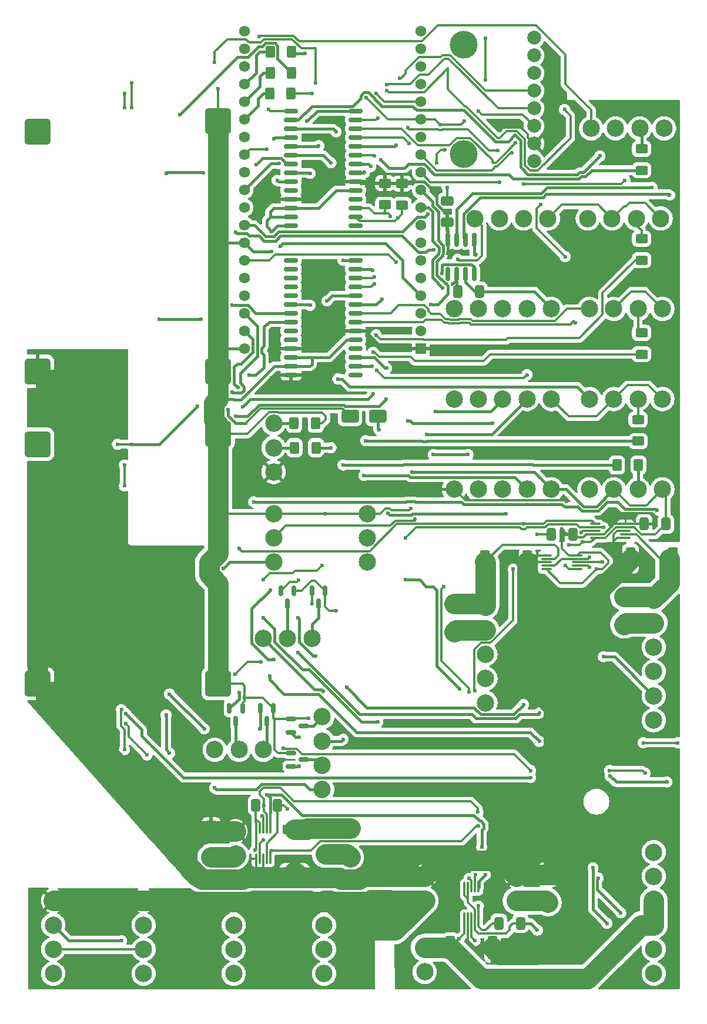
<source format=gbr>
%TF.GenerationSoftware,KiCad,Pcbnew,9.0.6*%
%TF.CreationDate,2025-12-23T13:14:00+01:00*%
%TF.ProjectId,MainBoard,4d61696e-426f-4617-9264-2e6b69636164,rev?*%
%TF.SameCoordinates,Original*%
%TF.FileFunction,Copper,L2,Bot*%
%TF.FilePolarity,Positive*%
%FSLAX46Y46*%
G04 Gerber Fmt 4.6, Leading zero omitted, Abs format (unit mm)*
G04 Created by KiCad (PCBNEW 9.0.6) date 2025-12-23 13:14:00*
%MOMM*%
%LPD*%
G01*
G04 APERTURE LIST*
G04 Aperture macros list*
%AMRoundRect*
0 Rectangle with rounded corners*
0 $1 Rounding radius*
0 $2 $3 $4 $5 $6 $7 $8 $9 X,Y pos of 4 corners*
0 Add a 4 corners polygon primitive as box body*
4,1,4,$2,$3,$4,$5,$6,$7,$8,$9,$2,$3,0*
0 Add four circle primitives for the rounded corners*
1,1,$1+$1,$2,$3*
1,1,$1+$1,$4,$5*
1,1,$1+$1,$6,$7*
1,1,$1+$1,$8,$9*
0 Add four rect primitives between the rounded corners*
20,1,$1+$1,$2,$3,$4,$5,0*
20,1,$1+$1,$4,$5,$6,$7,0*
20,1,$1+$1,$6,$7,$8,$9,0*
20,1,$1+$1,$8,$9,$2,$3,0*%
G04 Aperture macros list end*
%TA.AperFunction,ComponentPad*%
%ADD10C,2.500000*%
%TD*%
%TA.AperFunction,ComponentPad*%
%ADD11C,4.000000*%
%TD*%
%TA.AperFunction,ComponentPad*%
%ADD12C,2.000000*%
%TD*%
%TA.AperFunction,ComponentPad*%
%ADD13R,1.560000X1.560000*%
%TD*%
%TA.AperFunction,ComponentPad*%
%ADD14C,1.560000*%
%TD*%
%TA.AperFunction,ComponentPad*%
%ADD15RoundRect,0.570000X1.330000X-1.330000X1.330000X1.330000X-1.330000X1.330000X-1.330000X-1.330000X0*%
%TD*%
%TA.AperFunction,SMDPad,CuDef*%
%ADD16RoundRect,0.150000X-0.150000X0.587500X-0.150000X-0.587500X0.150000X-0.587500X0.150000X0.587500X0*%
%TD*%
%TA.AperFunction,SMDPad,CuDef*%
%ADD17RoundRect,0.250000X-0.625000X0.400000X-0.625000X-0.400000X0.625000X-0.400000X0.625000X0.400000X0*%
%TD*%
%TA.AperFunction,SMDPad,CuDef*%
%ADD18RoundRect,0.250000X-0.400000X-0.625000X0.400000X-0.625000X0.400000X0.625000X-0.400000X0.625000X0*%
%TD*%
%TA.AperFunction,SMDPad,CuDef*%
%ADD19RoundRect,0.250000X0.625000X-0.400000X0.625000X0.400000X-0.625000X0.400000X-0.625000X-0.400000X0*%
%TD*%
%TA.AperFunction,SMDPad,CuDef*%
%ADD20RoundRect,0.250000X-0.650000X1.000000X-0.650000X-1.000000X0.650000X-1.000000X0.650000X1.000000X0*%
%TD*%
%TA.AperFunction,SMDPad,CuDef*%
%ADD21RoundRect,0.249999X0.450001X1.425001X-0.450001X1.425001X-0.450001X-1.425001X0.450001X-1.425001X0*%
%TD*%
%TA.AperFunction,SMDPad,CuDef*%
%ADD22RoundRect,0.250000X0.400000X0.625000X-0.400000X0.625000X-0.400000X-0.625000X0.400000X-0.625000X0*%
%TD*%
%TA.AperFunction,SMDPad,CuDef*%
%ADD23RoundRect,0.150000X-0.587500X-0.150000X0.587500X-0.150000X0.587500X0.150000X-0.587500X0.150000X0*%
%TD*%
%TA.AperFunction,SMDPad,CuDef*%
%ADD24RoundRect,0.250000X-0.412500X-0.650000X0.412500X-0.650000X0.412500X0.650000X-0.412500X0.650000X0*%
%TD*%
%TA.AperFunction,SMDPad,CuDef*%
%ADD25RoundRect,0.075000X-0.075000X0.650000X-0.075000X-0.650000X0.075000X-0.650000X0.075000X0.650000X0*%
%TD*%
%TA.AperFunction,SMDPad,CuDef*%
%ADD26RoundRect,0.249999X-1.425001X0.450001X-1.425001X-0.450001X1.425001X-0.450001X1.425001X0.450001X0*%
%TD*%
%TA.AperFunction,SMDPad,CuDef*%
%ADD27RoundRect,0.250000X0.650000X-0.412500X0.650000X0.412500X-0.650000X0.412500X-0.650000X-0.412500X0*%
%TD*%
%TA.AperFunction,SMDPad,CuDef*%
%ADD28RoundRect,0.150000X0.875000X0.150000X-0.875000X0.150000X-0.875000X-0.150000X0.875000X-0.150000X0*%
%TD*%
%TA.AperFunction,SMDPad,CuDef*%
%ADD29RoundRect,0.075000X0.650000X0.075000X-0.650000X0.075000X-0.650000X-0.075000X0.650000X-0.075000X0*%
%TD*%
%TA.AperFunction,SMDPad,CuDef*%
%ADD30RoundRect,0.250000X1.000000X0.650000X-1.000000X0.650000X-1.000000X-0.650000X1.000000X-0.650000X0*%
%TD*%
%TA.AperFunction,SMDPad,CuDef*%
%ADD31RoundRect,0.250000X0.412500X0.650000X-0.412500X0.650000X-0.412500X-0.650000X0.412500X-0.650000X0*%
%TD*%
%TA.AperFunction,SMDPad,CuDef*%
%ADD32RoundRect,0.075000X-0.650000X-0.075000X0.650000X-0.075000X0.650000X0.075000X-0.650000X0.075000X0*%
%TD*%
%TA.AperFunction,SMDPad,CuDef*%
%ADD33RoundRect,0.249999X-0.450001X-1.425001X0.450001X-1.425001X0.450001X1.425001X-0.450001X1.425001X0*%
%TD*%
%TA.AperFunction,SMDPad,CuDef*%
%ADD34RoundRect,0.150000X0.150000X-0.825000X0.150000X0.825000X-0.150000X0.825000X-0.150000X-0.825000X0*%
%TD*%
%TA.AperFunction,ViaPad*%
%ADD35C,0.600000*%
%TD*%
%TA.AperFunction,Conductor*%
%ADD36C,0.400000*%
%TD*%
%TA.AperFunction,Conductor*%
%ADD37C,0.300000*%
%TD*%
%TA.AperFunction,Conductor*%
%ADD38C,3.000000*%
%TD*%
G04 APERTURE END LIST*
D10*
%TO.P,J12,1,Pin_1*%
%TO.N,+12V*%
X62000000Y-131500000D03*
%TO.P,J12,2,Pin_2*%
%TO.N,Net-(J12-Pin_2)*%
X65500000Y-131500000D03*
%TO.P,J12,3,Pin_3*%
%TO.N,Net-(J12-Pin_3)*%
X69000000Y-131500000D03*
%TD*%
%TO.P,J16,1,Pin_1*%
%TO.N,+3.3V*%
X89500000Y-84000000D03*
%TO.P,J16,2,Pin_2*%
%TO.N,POT_SEATHEATER_A*%
X93000000Y-84000000D03*
%TO.P,J16,3,Pin_3*%
%TO.N,POT_SEATHEATER_B*%
X96500000Y-84000000D03*
%TO.P,J16,4,Pin_4*%
%TO.N,POT_SEATDHEATER_X*%
X100000000Y-84000000D03*
%TO.P,J16,5,Pin_5*%
%TO.N,GND*%
X103500000Y-84000000D03*
%TD*%
%TO.P,J11,1,Pin_1*%
%TO.N,+12V*%
X55000000Y-147500000D03*
%TO.P,J11,2,Pin_2*%
%TO.N,Net-(J11-Pin_2)*%
X58500000Y-147500000D03*
%TO.P,J11,3,Pin_3*%
%TO.N,Net-(J11-Pin_3)*%
X62000000Y-147500000D03*
%TD*%
%TO.P,J2,1,Pin_1*%
%TO.N,GND*%
X57750000Y-179762500D03*
%TO.P,J2,2,Pin_2*%
%TO.N,CANL*%
X57750000Y-176262500D03*
%TO.P,J2,3,Pin_3*%
%TO.N,CANH*%
X57750000Y-172762500D03*
%TO.P,J2,4,Pin_4*%
%TO.N,VBUS_CAN_FUSED*%
X57750000Y-169262500D03*
%TD*%
%TO.P,J3,1,Pin_1*%
%TO.N,GND*%
X118250000Y-162250000D03*
%TO.P,J3,2,Pin_2*%
X118250000Y-165750000D03*
%TO.P,J3,3,Pin_3*%
%TO.N,Net-(J3-Pin_3)*%
X118250000Y-169250000D03*
%TO.P,J3,4,Pin_4*%
X118250000Y-172750000D03*
%TO.P,J3,5,Pin_5*%
%TO.N,CANL*%
X118250000Y-176250000D03*
%TO.P,J3,6,Pin_6*%
%TO.N,CANH*%
X118250000Y-179750000D03*
%TD*%
%TO.P,J25,1,Pin_1*%
%TO.N,TRUNK_INPUT*%
X108750000Y-71000000D03*
%TO.P,J25,2,Pin_2*%
%TO.N,GND*%
X112250000Y-71000000D03*
%TO.P,J25,3,Pin_3*%
%TO.N,Net-(J25-Pin_3)*%
X115750000Y-71000000D03*
%TO.P,J25,4,Pin_4*%
%TO.N,GND*%
X119250000Y-71000000D03*
%TD*%
%TO.P,J22,1,Pin_1*%
%TO.N,+3.3V*%
X63500000Y-107500000D03*
%TO.P,J22,2,Pin_2*%
%TO.N,Net-(J22-Pin_2)*%
X63500000Y-104000000D03*
%TO.P,J22,3,Pin_3*%
%TO.N,BROUILLARD_INPUT*%
X63500000Y-100500000D03*
%TD*%
%TO.P,J24,1,Pin_1*%
%TO.N,MAP_INPUT*%
X109237500Y-58000000D03*
%TO.P,J24,2,Pin_2*%
%TO.N,GND*%
X112737500Y-58000000D03*
%TO.P,J24,3,Pin_3*%
%TO.N,Net-(J24-Pin_3)*%
X116237500Y-58000000D03*
%TO.P,J24,4,Pin_4*%
%TO.N,GND*%
X119737500Y-58000000D03*
%TD*%
%TO.P,J10,1,Pin_1*%
%TO.N,Net-(D3-A)*%
X58000000Y-162750000D03*
%TO.P,J10,2,Pin_2*%
%TO.N,VBUS*%
X58000000Y-159250000D03*
%TD*%
%TO.P,J17,1,Pin_1*%
%TO.N,Net-(D8-K)*%
X94000000Y-126750000D03*
%TO.P,J17,2,Pin_2*%
%TO.N,Net-(D8-A)*%
X94000000Y-130250000D03*
%TO.P,J17,3,Pin_3*%
%TO.N,SEAT_INPUT*%
X94000000Y-133750000D03*
%TO.P,J17,4,Pin_4*%
%TO.N,GND*%
X94000000Y-137250000D03*
%TO.P,J17,5,Pin_5*%
%TO.N,unconnected-(J17-Pin_5-Pad5)*%
X94000000Y-140750000D03*
%TD*%
%TO.P,J23,1,Pin_1*%
%TO.N,+3.3V*%
X89500000Y-110000000D03*
%TO.P,J23,2,Pin_2*%
%TO.N,POT_SPEED_A*%
X93000000Y-110000000D03*
%TO.P,J23,3,Pin_3*%
%TO.N,POT_SPEED_B*%
X96500000Y-110000000D03*
%TO.P,J23,4,Pin_4*%
%TO.N,POT_SPEED_X*%
X100000000Y-110000000D03*
%TO.P,J23,5,Pin_5*%
%TO.N,GND*%
X103500000Y-110000000D03*
%TD*%
%TO.P,J7,1,Pin_1*%
%TO.N,GND*%
X44750000Y-179750000D03*
%TO.P,J7,2,Pin_2*%
%TO.N,CANL*%
X44750000Y-176250000D03*
%TO.P,J7,3,Pin_3*%
%TO.N,CANH*%
X44750000Y-172750000D03*
%TO.P,J7,4,Pin_4*%
%TO.N,VBUS_CAN_FUSED*%
X44750000Y-169250000D03*
%TD*%
%TO.P,J9,1,Pin_1*%
%TO.N,Net-(D2-A)*%
X71000000Y-162500000D03*
%TO.P,J9,2,Pin_2*%
%TO.N,Net-(D2-K)*%
X71000000Y-159000000D03*
%TD*%
%TO.P,J13,1,Pin_1*%
%TO.N,+12V*%
X70500000Y-153262500D03*
%TO.P,J13,2,Pin_2*%
%TO.N,Net-(J13-Pin_2)*%
X70500000Y-149762500D03*
%TO.P,J13,3,Pin_3*%
%TO.N,+12V*%
X70500000Y-146262500D03*
%TO.P,J13,4,Pin_4*%
%TO.N,Net-(J13-Pin_4)*%
X70500000Y-142762500D03*
%TD*%
%TO.P,J5,1,Pin_1*%
%TO.N,Net-(D1-A)*%
X98500000Y-169250000D03*
%TO.P,J5,2,Pin_2*%
%TO.N,VBUS*%
X98500000Y-165750000D03*
%TD*%
%TO.P,J15,1,Pin_1*%
%TO.N,+5V*%
X92500000Y-71000000D03*
%TO.P,J15,2,Pin_2*%
%TO.N,PAS_A*%
X96000000Y-71000000D03*
%TO.P,J15,3,Pin_3*%
%TO.N,PAS_B*%
X99500000Y-71000000D03*
%TO.P,J15,4,Pin_4*%
%TO.N,GND*%
X103000000Y-71000000D03*
%TD*%
%TO.P,J27,1,Pin_1*%
%TO.N,CABLIGHT_INPUT*%
X109000000Y-97000000D03*
%TO.P,J27,2,Pin_2*%
%TO.N,GND*%
X112500000Y-97000000D03*
%TO.P,J27,3,Pin_3*%
%TO.N,Net-(J27-Pin_3)*%
X116000000Y-97000000D03*
%TO.P,J27,4,Pin_4*%
%TO.N,GND*%
X119500000Y-97000000D03*
%TD*%
%TO.P,J18,1,Pin_1*%
%TO.N,Net-(D9-K)*%
X118250000Y-125750000D03*
%TO.P,J18,2,Pin_2*%
%TO.N,Net-(D9-A)*%
X118250000Y-129250000D03*
%TO.P,J18,3,Pin_3*%
%TO.N,BRAKE_LEFT_INPUT*%
X118250000Y-132750000D03*
%TO.P,J18,4,Pin_4*%
%TO.N,GND*%
X118250000Y-136250000D03*
%TO.P,J18,5,Pin_5*%
%TO.N,BRAKE_RIGHT_INPUT*%
X118250000Y-139750000D03*
%TO.P,J18,6,Pin_6*%
%TO.N,GND*%
X118250000Y-143250000D03*
%TD*%
%TO.P,J19,1,Pin_1*%
%TO.N,+3.3V*%
X89500000Y-97000000D03*
%TO.P,J19,2,Pin_2*%
%TO.N,POT_HANDHEATER_A*%
X93000000Y-97000000D03*
%TO.P,J19,3,Pin_3*%
%TO.N,POT_HANDHEATER_B*%
X96500000Y-97000000D03*
%TO.P,J19,4,Pin_4*%
%TO.N,POT_HANDHEATER_X*%
X100000000Y-97000000D03*
%TO.P,J19,5,Pin_5*%
%TO.N,GND*%
X103500000Y-97000000D03*
%TD*%
%TO.P,J8,1,Pin_1*%
%TO.N,GND*%
X31750000Y-179750000D03*
%TO.P,J8,2,Pin_2*%
%TO.N,CANL*%
X31750000Y-176250000D03*
%TO.P,J8,3,Pin_3*%
%TO.N,CANH*%
X31750000Y-172750000D03*
%TO.P,J8,4,Pin_4*%
%TO.N,VBUS_CAN_FUSED*%
X31750000Y-169250000D03*
%TD*%
%TO.P,J1,1,Pin_1*%
%TO.N,GND*%
X70750000Y-179750000D03*
%TO.P,J1,2,Pin_2*%
%TO.N,CANL*%
X70750000Y-176250000D03*
%TO.P,J1,3,Pin_3*%
%TO.N,CANH*%
X70750000Y-172750000D03*
%TO.P,J1,4,Pin_4*%
%TO.N,VBUS_CAN_FUSED*%
X70750000Y-169250000D03*
%TD*%
%TO.P,J28,1,Pin_1*%
%TO.N,WARNING_INPUT*%
X109000000Y-110000000D03*
%TO.P,J28,2,Pin_2*%
%TO.N,GND*%
X112500000Y-110000000D03*
%TO.P,J28,3,Pin_3*%
%TO.N,Net-(J28-Pin_3)*%
X116000000Y-110000000D03*
%TO.P,J28,4,Pin_4*%
%TO.N,GND*%
X119500000Y-110000000D03*
%TD*%
D11*
%TO.P,J20,*%
%TO.N,*%
X90856000Y-61734000D03*
X90856000Y-45986000D03*
D12*
%TO.P,J20,1,Pin_1*%
%TO.N,unconnected-(J20-Pin_1-Pad1)*%
X101016000Y-62750000D03*
%TO.P,J20,2,Pin_2*%
%TO.N,+3.3V*%
X101016000Y-60210000D03*
%TO.P,J20,3,Pin_3*%
%TO.N,GND*%
X101016000Y-57670000D03*
%TO.P,J20,4,Pin_4*%
%TO.N,SCL*%
X101016000Y-55130000D03*
%TO.P,J20,5,Pin_5*%
%TO.N,SDA*%
X101016000Y-52590000D03*
%TO.P,J20,6,Pin_6*%
%TO.N,unconnected-(J20-Pin_6-Pad6)*%
X101016000Y-50050000D03*
%TO.P,J20,7,Pin_7*%
%TO.N,unconnected-(J20-Pin_7-Pad7)*%
X101016000Y-47510000D03*
%TO.P,J20,8,Pin_8*%
%TO.N,unconnected-(J20-Pin_8-Pad8)*%
X101016000Y-44970000D03*
%TD*%
D13*
%TO.P,U6,J2-1,3V3*%
%TO.N,+3.3V*%
X84700000Y-89760000D03*
D14*
%TO.P,U6,J2-2,EN*%
%TO.N,unconnected-(U6-EN-PadJ2-2)*%
X84700000Y-87220000D03*
%TO.P,U6,J2-3,SENSOR_VP*%
%TO.N,THROTTLE_INPUT*%
X84700000Y-84680000D03*
%TO.P,U6,J2-4,SENSOR_VN*%
%TO.N,InterruptEXTGPIO*%
X84700000Y-82140000D03*
%TO.P,U6,J2-5,IO34*%
%TO.N,POT_SPEED_A*%
X84700000Y-79600000D03*
%TO.P,U6,J2-6,IO35*%
%TO.N,POT_SPEED_B*%
X84700000Y-77060000D03*
%TO.P,U6,J2-7,IO32*%
%TO.N,POT_SEATHEATER_A*%
X84700000Y-74520000D03*
%TO.P,U6,J2-8,IO33*%
%TO.N,POT_SEATHEATER_B*%
X84700000Y-71980000D03*
%TO.P,U6,J2-9,IO25*%
%TO.N,POT_HANDHEATER_A*%
X84700000Y-69440000D03*
%TO.P,U6,J2-10,IO26*%
%TO.N,POT_HANDHEATER_B*%
X84700000Y-66900000D03*
%TO.P,U6,J2-11,IO27*%
%TO.N,PAS_A*%
X84700000Y-64360000D03*
%TO.P,U6,J2-12,IO14*%
%TO.N,PAS_B*%
X84700000Y-61820000D03*
%TO.P,U6,J2-13,IO12*%
%TO.N,CAN_S*%
X84700000Y-59280000D03*
%TO.P,U6,J2-14,GND1*%
%TO.N,GND*%
X84700000Y-56740000D03*
%TO.P,U6,J2-15,IO13*%
%TO.N,DEFROSTER_MOSFET_GATE*%
X84700000Y-54200000D03*
%TO.P,U6,J2-16,SD2*%
%TO.N,unconnected-(U6-SD2-PadJ2-16)*%
X84700000Y-51660000D03*
%TO.P,U6,J2-17,SD3*%
%TO.N,unconnected-(U6-SD3-PadJ2-17)*%
X84700000Y-49120000D03*
%TO.P,U6,J2-18,CMD*%
%TO.N,unconnected-(U6-CMD-PadJ2-18)*%
X84700000Y-46580000D03*
%TO.P,U6,J2-19,EXT_5V*%
%TO.N,+5V*%
X84700000Y-44040000D03*
%TO.P,U6,J3-1,GND3*%
%TO.N,GND*%
X59300000Y-89760000D03*
%TO.P,U6,J3-2,IO23*%
%TO.N,SDA*%
X59300000Y-87220000D03*
%TO.P,U6,J3-3,IO22*%
%TO.N,SCL*%
X59300000Y-84680000D03*
%TO.P,U6,J3-4,TXD0*%
%TO.N,unconnected-(U6-TXD0-PadJ3-4)*%
X59300000Y-82140000D03*
%TO.P,U6,J3-5,RXD0*%
%TO.N,unconnected-(U6-RXD0-PadJ3-5)*%
X59300000Y-79600000D03*
%TO.P,U6,J3-6,IO21*%
%TO.N,RGBLED_DIN*%
X59300000Y-77060000D03*
%TO.P,U6,J3-7,GND2*%
%TO.N,GND*%
X59300000Y-74520000D03*
%TO.P,U6,J3-8,IO19*%
%TO.N,CAN_RX*%
X59300000Y-71980000D03*
%TO.P,U6,J3-9,IO18*%
%TO.N,CAN_TX*%
X59300000Y-69440000D03*
%TO.P,U6,J3-10,IO5*%
%TO.N,SEATHEATER_MOSFET_GATE*%
X59300000Y-66900000D03*
%TO.P,U6,J3-11,IO17*%
%TO.N,DRL_LEFT_MOSFET_GATE*%
X59300000Y-64360000D03*
%TO.P,U6,J3-12,IO16*%
%TO.N,DRL_RIGHT_MOSFET_GATE*%
X59300000Y-61820000D03*
%TO.P,U6,J3-13,IO4*%
%TO.N,HANDHEATER_MOSFET_GATE*%
X59300000Y-59280000D03*
%TO.P,U6,J3-14,IO0*%
%TO.N,Net-(U6-IO0)*%
X59300000Y-56740000D03*
%TO.P,U6,J3-15,IO2*%
%TO.N,Net-(U6-IO2)*%
X59300000Y-54200000D03*
%TO.P,U6,J3-16,IO15*%
%TO.N,Net-(U6-IO15)*%
X59300000Y-51660000D03*
%TO.P,U6,J3-17,SD1*%
%TO.N,unconnected-(U6-SD1-PadJ3-17)*%
X59300000Y-49120000D03*
%TO.P,U6,J3-18,SD0*%
%TO.N,unconnected-(U6-SD0-PadJ3-18)*%
X59300000Y-46580000D03*
%TO.P,U6,J3-19,CLK*%
%TO.N,unconnected-(U6-CLK-PadJ3-19)*%
X59300000Y-44040000D03*
%TD*%
D10*
%TO.P,J6,1,Pin_1*%
%TO.N,VBUS_CAN_FUSED*%
X85250000Y-169250000D03*
%TO.P,J6,2,Pin_2*%
%TO.N,VBUS*%
X85250000Y-165750000D03*
%TD*%
%TO.P,J14,1,Pin_1*%
%TO.N,+5V*%
X63500000Y-120500000D03*
%TO.P,J14,2,Pin_2*%
%TO.N,THROTTLE_INPUT*%
X63500000Y-117000000D03*
%TO.P,J14,3,Pin_3*%
%TO.N,GND*%
X63500000Y-113500000D03*
%TD*%
D15*
%TO.P,U4,1,VIN*%
%TO.N,VBUS*%
X29500000Y-93000000D03*
%TO.P,U4,2,5VOUT*%
%TO.N,+12V*%
X29500000Y-58500000D03*
%TO.P,U4,3,GND*%
%TO.N,GND*%
X55500000Y-93000000D03*
%TO.P,U4,4,GND*%
X55500000Y-57000000D03*
%TD*%
%TO.P,U3,1,VIN*%
%TO.N,VBUS*%
X29500000Y-138000000D03*
%TO.P,U3,2,5VOUT*%
%TO.N,+5V*%
X29500000Y-103500000D03*
%TO.P,U3,3,GND*%
%TO.N,GND*%
X55500000Y-138000000D03*
%TO.P,U3,4,GND*%
X55500000Y-102000000D03*
%TD*%
D10*
%TO.P,J26,1,Pin_1*%
%TO.N,DEFROST_INPUT*%
X109000000Y-84000000D03*
%TO.P,J26,2,Pin_2*%
%TO.N,GND*%
X112500000Y-84000000D03*
%TO.P,J26,3,Pin_3*%
%TO.N,Net-(J26-Pin_3)*%
X116000000Y-84000000D03*
%TO.P,J26,4,Pin_4*%
%TO.N,GND*%
X119500000Y-84000000D03*
%TD*%
%TO.P,J21,1,Pin_1*%
%TO.N,FORWARD_INPUT*%
X77000000Y-120500000D03*
%TO.P,J21,2,Pin_2*%
%TO.N,REVERSE_INPUT*%
X77000000Y-117000000D03*
%TO.P,J21,3,Pin_3*%
%TO.N,GND*%
X77000000Y-113500000D03*
%TD*%
%TO.P,J4,1,Pin_1*%
%TO.N,GND*%
X85250000Y-179500000D03*
%TO.P,J4,2,Pin_2*%
%TO.N,Net-(J3-Pin_3)*%
X85250000Y-176000000D03*
%TD*%
D16*
%TO.P,Q5,1,G*%
%TO.N,DRL_LEFT_MOSFET_GATE*%
X61550000Y-141562500D03*
%TO.P,Q5,2,S*%
%TO.N,GND*%
X63450000Y-141562500D03*
%TO.P,Q5,3,D*%
%TO.N,Net-(J11-Pin_3)*%
X62500000Y-143437500D03*
%TD*%
D17*
%TO.P,R6,1*%
%TO.N,+3.3V*%
X82000000Y-65950000D03*
%TO.P,R6,2*%
%TO.N,SDA*%
X82000000Y-69050000D03*
%TD*%
D18*
%TO.P,R16,1*%
%TO.N,WARNING_LED*%
X112950000Y-106500000D03*
%TO.P,R16,2*%
%TO.N,Net-(J28-Pin_3)*%
X116050000Y-106500000D03*
%TD*%
D19*
%TO.P,R12,1*%
%TO.N,MAP_LED*%
X116500000Y-64050000D03*
%TO.P,R12,2*%
%TO.N,Net-(J24-Pin_3)*%
X116500000Y-60950000D03*
%TD*%
D20*
%TO.P,D2,1,K*%
%TO.N,Net-(D2-K)*%
X74500000Y-159000000D03*
%TO.P,D2,2,A*%
%TO.N,Net-(D2-A)*%
X74500000Y-163000000D03*
%TD*%
%TO.P,D3,1,K*%
%TO.N,VBUS*%
X54500000Y-159000000D03*
%TO.P,D3,2,A*%
%TO.N,Net-(D3-A)*%
X54500000Y-163000000D03*
%TD*%
%TO.P,D8,1,K*%
%TO.N,Net-(D8-K)*%
X89500000Y-126500000D03*
%TO.P,D8,2,A*%
%TO.N,Net-(D8-A)*%
X89500000Y-130500000D03*
%TD*%
%TO.P,D1,1,K*%
%TO.N,VBUS*%
X103000000Y-165500000D03*
%TO.P,D1,2,A*%
%TO.N,Net-(D1-A)*%
X103000000Y-169500000D03*
%TD*%
D21*
%TO.P,R9,1*%
%TO.N,Net-(D9-K)*%
X121000000Y-120000000D03*
%TO.P,R9,2*%
%TO.N,VBUS*%
X114900000Y-120000000D03*
%TD*%
D22*
%TO.P,R5,1*%
%TO.N,BLINKER_RIGHT_MOSFET_GATE*%
X66000000Y-53000000D03*
%TO.P,R5,2*%
%TO.N,Net-(U6-IO0)*%
X62900000Y-53000000D03*
%TD*%
D19*
%TO.P,R14,1*%
%TO.N,DEFROST_LED*%
X116500000Y-90550000D03*
%TO.P,R14,2*%
%TO.N,Net-(J26-Pin_3)*%
X116500000Y-87450000D03*
%TD*%
D23*
%TO.P,Q8,1,G*%
%TO.N,INTERRIOR_LIGHT_MOSFET_GATE*%
X66000000Y-149900000D03*
%TO.P,Q8,2,S*%
%TO.N,GND*%
X66000000Y-148000000D03*
%TO.P,Q8,3,D*%
%TO.N,Net-(J13-Pin_2)*%
X67875000Y-148950000D03*
%TD*%
D24*
%TO.P,C2,2*%
%TO.N,GND*%
X93125000Y-81500000D03*
%TO.P,C2,1*%
%TO.N,+5V*%
X90000000Y-81500000D03*
%TD*%
D25*
%TO.P,U5,1,A1*%
%TO.N,+3.3V*%
X61000000Y-158800000D03*
%TO.P,U5,2,A0*%
X61500000Y-158800000D03*
%TO.P,U5,3,~{Alert}*%
%TO.N,Defroster_ALERT*%
X62000000Y-158800000D03*
%TO.P,U5,4,SDA*%
%TO.N,SDA*%
X62500000Y-158800000D03*
%TO.P,U5,5,SCL*%
%TO.N,SCL*%
X63000000Y-158800000D03*
%TO.P,U5,6,VS*%
%TO.N,+3.3V*%
X63000000Y-163200000D03*
%TO.P,U5,7,GND*%
%TO.N,GND*%
X62500000Y-163200000D03*
%TO.P,U5,8,Vbus*%
%TO.N,VBUS*%
X62000000Y-163200000D03*
%TO.P,U5,9,Vin-*%
%TO.N,Net-(D2-K)*%
X61500000Y-163200000D03*
%TO.P,U5,10,Vin+*%
%TO.N,VBUS*%
X61000000Y-163200000D03*
%TD*%
D24*
%TO.P,C4,1*%
%TO.N,+3.3V*%
X60937500Y-155500000D03*
%TO.P,C4,2*%
%TO.N,GND*%
X64062500Y-155500000D03*
%TD*%
D20*
%TO.P,D9,1,K*%
%TO.N,Net-(D9-K)*%
X114000000Y-125500000D03*
%TO.P,D9,2,A*%
%TO.N,Net-(D9-A)*%
X114000000Y-129500000D03*
%TD*%
D16*
%TO.P,Q6,1,G*%
%TO.N,BLINKER_RIGHT_MOSFET_GATE*%
X64550000Y-124625000D03*
%TO.P,Q6,2,S*%
%TO.N,GND*%
X66450000Y-124625000D03*
%TO.P,Q6,3,D*%
%TO.N,Net-(J12-Pin_2)*%
X65500000Y-126500000D03*
%TD*%
D26*
%TO.P,R2,1*%
%TO.N,Net-(D2-K)*%
X66500000Y-158950000D03*
%TO.P,R2,2*%
%TO.N,VBUS*%
X66500000Y-165050000D03*
%TD*%
D19*
%TO.P,R13,1*%
%TO.N,TRUNK_LED*%
X116500000Y-77000000D03*
%TO.P,R13,2*%
%TO.N,Net-(J25-Pin_3)*%
X116500000Y-73900000D03*
%TD*%
D27*
%TO.P,C1,1*%
%TO.N,+3.3V*%
X88500000Y-71562500D03*
%TO.P,C1,2*%
%TO.N,GND*%
X88500000Y-68437500D03*
%TD*%
D22*
%TO.P,R3,1*%
%TO.N,INTERRIOR_LIGHT_MOSFET_GATE*%
X66100000Y-47000000D03*
%TO.P,R3,2*%
%TO.N,Net-(U6-IO15)*%
X63000000Y-47000000D03*
%TD*%
D19*
%TO.P,R15,1*%
%TO.N,CABLIGHT_LED*%
X116000000Y-103050000D03*
%TO.P,R15,2*%
%TO.N,Net-(J27-Pin_3)*%
X116000000Y-99950000D03*
%TD*%
D28*
%TO.P,U8,1,GPB0*%
%TO.N,Defroster_ALERT*%
X75300000Y-55530000D03*
%TO.P,U8,2,GPB1*%
%TO.N,HANDHEATER_ALERT*%
X75300000Y-56800000D03*
%TO.P,U8,3,GPB2*%
%TO.N,SEATHEATER_ALERT*%
X75300000Y-58070000D03*
%TO.P,U8,4,GPB3*%
%TO.N,POWERINPUT_ALERT*%
X75300000Y-59340000D03*
%TO.P,U8,5,GPB4*%
%TO.N,POT_HANDHEATER_X*%
X75300000Y-60610000D03*
%TO.P,U8,6,GPB5*%
%TO.N,POT_SEATDHEATER_X*%
X75300000Y-61880000D03*
%TO.P,U8,7,GPB6*%
%TO.N,POT_SPEED_X*%
X75300000Y-63150000D03*
%TO.P,U8,8,GPB7*%
%TO.N,SEAT_INPUT*%
X75300000Y-64420000D03*
%TO.P,U8,9,VDD*%
%TO.N,+3.3V*%
X75300000Y-65690000D03*
%TO.P,U8,10,VSS*%
%TO.N,GND*%
X75300000Y-66960000D03*
%TO.P,U8,11,NC*%
%TO.N,unconnected-(U8-NC-Pad11)*%
X75300000Y-68230000D03*
%TO.P,U8,12,SCK*%
%TO.N,SCL*%
X75300000Y-69500000D03*
%TO.P,U8,13,SDA*%
%TO.N,SDA*%
X75300000Y-70770000D03*
%TO.P,U8,14,NC*%
%TO.N,unconnected-(U8-NC-Pad14)*%
X75300000Y-72040000D03*
%TO.P,U8,15,A0*%
%TO.N,GND*%
X66000000Y-72040000D03*
%TO.P,U8,16,A1*%
X66000000Y-70770000D03*
%TO.P,U8,17,A2*%
X66000000Y-69500000D03*
%TO.P,U8,18,~{RESET}*%
%TO.N,+3.3V*%
X66000000Y-68230000D03*
%TO.P,U8,19,INTB*%
%TO.N,unconnected-(U8-INTB-Pad19)*%
X66000000Y-66960000D03*
%TO.P,U8,20,INTA*%
%TO.N,InterruptEXTGPIO*%
X66000000Y-65690000D03*
%TO.P,U8,21,GPA0*%
%TO.N,BRAKE_RIGHT_INPUT*%
X66000000Y-64420000D03*
%TO.P,U8,22,GPA1*%
%TO.N,BRAKE_LEFT_INPUT*%
X66000000Y-63150000D03*
%TO.P,U8,23,GPA2*%
%TO.N,REVERSE_INPUT*%
X66000000Y-61880000D03*
%TO.P,U8,24,GPA3*%
%TO.N,FORWARD_INPUT*%
X66000000Y-60610000D03*
%TO.P,U8,25,GPA4*%
%TO.N,BROUILLARD_INPUT*%
X66000000Y-59340000D03*
%TO.P,U8,26,GPA5*%
%TO.N,CABLIGHT_INPUT*%
X66000000Y-58070000D03*
%TO.P,U8,27,GPA6*%
%TO.N,WARNING_INPUT*%
X66000000Y-56800000D03*
%TO.P,U8,28,GPA7*%
%TO.N,MAP_INPUT*%
X66000000Y-55530000D03*
%TD*%
D22*
%TO.P,R4,1*%
%TO.N,BLINKER_LEFT_MOSFET_GATE*%
X66100000Y-50000000D03*
%TO.P,R4,2*%
%TO.N,Net-(U6-IO2)*%
X63000000Y-50000000D03*
%TD*%
D28*
%TO.P,U7,1,GPB0*%
%TO.N,WARNING_LED*%
X75300000Y-77030000D03*
%TO.P,U7,2,GPB1*%
%TO.N,CABLIGHT_LED*%
X75300000Y-78300000D03*
%TO.P,U7,3,GPB2*%
%TO.N,DEFROST_LED*%
X75300000Y-79570000D03*
%TO.P,U7,4,GPB3*%
%TO.N,TRUNK_LED*%
X75300000Y-80840000D03*
%TO.P,U7,5,GPB4*%
%TO.N,BROUILLARD_LED*%
X75300000Y-82110000D03*
%TO.P,U7,6,GPB5*%
%TO.N,MAP_LED*%
X75300000Y-83380000D03*
%TO.P,U7,7,GPB6*%
%TO.N,DEFROST_INPUT*%
X75300000Y-84650000D03*
%TO.P,U7,8,GPB7*%
%TO.N,TRUNK_INPUT*%
X75300000Y-85920000D03*
%TO.P,U7,9,VDD*%
%TO.N,+3.3V*%
X75300000Y-87190000D03*
%TO.P,U7,10,VSS*%
%TO.N,GND*%
X75300000Y-88460000D03*
%TO.P,U7,11,NC*%
%TO.N,unconnected-(U7-NC-Pad11)*%
X75300000Y-89730000D03*
%TO.P,U7,12,SCK*%
%TO.N,SCL*%
X75300000Y-91000000D03*
%TO.P,U7,13,SDA*%
%TO.N,SDA*%
X75300000Y-92270000D03*
%TO.P,U7,14,NC*%
%TO.N,unconnected-(U7-NC-Pad14)*%
X75300000Y-93540000D03*
%TO.P,U7,15,A0*%
%TO.N,+3.3V*%
X66000000Y-93540000D03*
%TO.P,U7,16,A1*%
%TO.N,GND*%
X66000000Y-92270000D03*
%TO.P,U7,17,A2*%
X66000000Y-91000000D03*
%TO.P,U7,18,~{RESET}*%
%TO.N,+3.3V*%
X66000000Y-89730000D03*
%TO.P,U7,19,INTB*%
%TO.N,unconnected-(U7-INTB-Pad19)*%
X66000000Y-88460000D03*
%TO.P,U7,20,INTA*%
%TO.N,unconnected-(U7-INTA-Pad20)*%
X66000000Y-87190000D03*
%TO.P,U7,21,GPA0*%
%TO.N,AUXAUDIO_MOSFET_GATE*%
X66000000Y-85920000D03*
%TO.P,U7,22,GPA1*%
%TO.N,AUXUSB_MOSFET_GATE*%
X66000000Y-84650000D03*
%TO.P,U7,23,GPA2*%
%TO.N,LATCH_TRUNK_MOSFET_GATE*%
X66000000Y-83380000D03*
%TO.P,U7,24,GPA3*%
%TO.N,unconnected-(U7-GPA3-Pad24)*%
X66000000Y-82110000D03*
%TO.P,U7,25,GPA4*%
%TO.N,unconnected-(U7-GPA4-Pad25)*%
X66000000Y-80840000D03*
%TO.P,U7,26,GPA5*%
%TO.N,unconnected-(U7-GPA5-Pad26)*%
X66000000Y-79570000D03*
%TO.P,U7,27,GPA6*%
%TO.N,unconnected-(U7-GPA6-Pad27)*%
X66000000Y-78300000D03*
%TO.P,U7,28,GPA7*%
%TO.N,unconnected-(U7-GPA7-Pad28)*%
X66000000Y-77030000D03*
%TD*%
D24*
%TO.P,C6,1*%
%TO.N,+3.3V*%
X116875000Y-115000000D03*
%TO.P,C6,2*%
%TO.N,GND*%
X120000000Y-115000000D03*
%TD*%
D16*
%TO.P,Q4,1,G*%
%TO.N,BLINKER_LEFT_MOSFET_GATE*%
X57100000Y-141562500D03*
%TO.P,Q4,2,S*%
%TO.N,GND*%
X59000000Y-141562500D03*
%TO.P,Q4,3,D*%
%TO.N,Net-(J11-Pin_2)*%
X58050000Y-143437500D03*
%TD*%
D29*
%TO.P,U9,1,A1*%
%TO.N,+3.3V*%
X107200000Y-119500000D03*
%TO.P,U9,2,A0*%
%TO.N,GND*%
X107200000Y-120000000D03*
%TO.P,U9,3,~{Alert}*%
%TO.N,SEATHEATER_ALERT*%
X107200000Y-120500000D03*
%TO.P,U9,4,SDA*%
%TO.N,SDA*%
X107200000Y-121000000D03*
%TO.P,U9,5,SCL*%
%TO.N,SCL*%
X107200000Y-121500000D03*
%TO.P,U9,6,VS*%
%TO.N,+3.3V*%
X102800000Y-121500000D03*
%TO.P,U9,7,GND*%
%TO.N,GND*%
X102800000Y-121000000D03*
%TO.P,U9,8,Vbus*%
%TO.N,VBUS*%
X102800000Y-120500000D03*
%TO.P,U9,9,Vin-*%
%TO.N,Net-(D8-K)*%
X102800000Y-120000000D03*
%TO.P,U9,10,Vin+*%
%TO.N,VBUS*%
X102800000Y-119500000D03*
%TD*%
D24*
%TO.P,C3,1*%
%TO.N,+3.3V*%
X95937500Y-172500000D03*
%TO.P,C3,2*%
%TO.N,GND*%
X99062500Y-172500000D03*
%TD*%
D30*
%TO.P,D4,1,K*%
%TO.N,Net-(D4-K)*%
X78500000Y-99500000D03*
%TO.P,D4,2,A*%
%TO.N,+5V*%
X74500000Y-99500000D03*
%TD*%
D25*
%TO.P,U2,1,A1*%
%TO.N,GND*%
X91000000Y-167300000D03*
%TO.P,U2,2,A0*%
X91500000Y-167300000D03*
%TO.P,U2,3,~{Alert}*%
%TO.N,POWERINPUT_ALERT*%
X92000000Y-167300000D03*
%TO.P,U2,4,SDA*%
%TO.N,SDA*%
X92500000Y-167300000D03*
%TO.P,U2,5,SCL*%
%TO.N,SCL*%
X93000000Y-167300000D03*
%TO.P,U2,6,VS*%
%TO.N,+3.3V*%
X93000000Y-171700000D03*
%TO.P,U2,7,GND*%
%TO.N,GND*%
X92500000Y-171700000D03*
%TO.P,U2,8,Vbus*%
%TO.N,Net-(J3-Pin_3)*%
X92000000Y-171700000D03*
%TO.P,U2,9,Vin-*%
%TO.N,VBUS*%
X91500000Y-171700000D03*
%TO.P,U2,10,Vin+*%
%TO.N,Net-(J3-Pin_3)*%
X91000000Y-171700000D03*
%TD*%
D16*
%TO.P,Q7,1,G*%
%TO.N,DRL_RIGHT_MOSFET_GATE*%
X69000000Y-124625000D03*
%TO.P,Q7,2,S*%
%TO.N,GND*%
X70900000Y-124625000D03*
%TO.P,Q7,3,D*%
%TO.N,Net-(J12-Pin_3)*%
X69950000Y-126500000D03*
%TD*%
D18*
%TO.P,R10,1*%
%TO.N,Net-(J22-Pin_2)*%
X66500000Y-104000000D03*
%TO.P,R10,2*%
%TO.N,BROUILLARD_LED*%
X69600000Y-104000000D03*
%TD*%
D31*
%TO.P,C5,1*%
%TO.N,+3.3V*%
X106625000Y-116500000D03*
%TO.P,C5,2*%
%TO.N,GND*%
X103500000Y-116500000D03*
%TD*%
D22*
%TO.P,R11,1*%
%TO.N,GND*%
X69550000Y-100500000D03*
%TO.P,R11,2*%
%TO.N,BROUILLARD_INPUT*%
X66450000Y-100500000D03*
%TD*%
D23*
%TO.P,Q9,1,G*%
%TO.N,LATCH_TRUNK_MOSFET_GATE*%
X66000000Y-145000000D03*
%TO.P,Q9,2,S*%
%TO.N,GND*%
X66000000Y-143100000D03*
%TO.P,Q9,3,D*%
%TO.N,Net-(J13-Pin_4)*%
X67875000Y-144050000D03*
%TD*%
D17*
%TO.P,R7,1*%
%TO.N,+3.3V*%
X79500000Y-65900000D03*
%TO.P,R7,2*%
%TO.N,SCL*%
X79500000Y-69000000D03*
%TD*%
D32*
%TO.P,U10,1,A1*%
%TO.N,GND*%
X109800000Y-117000000D03*
%TO.P,U10,2,A0*%
%TO.N,+3.3V*%
X109800000Y-116500000D03*
%TO.P,U10,3,~{Alert}*%
%TO.N,HANDHEATER_ALERT*%
X109800000Y-116000000D03*
%TO.P,U10,4,SDA*%
%TO.N,SDA*%
X109800000Y-115500000D03*
%TO.P,U10,5,SCL*%
%TO.N,SCL*%
X109800000Y-115000000D03*
%TO.P,U10,6,VS*%
%TO.N,+3.3V*%
X114200000Y-115000000D03*
%TO.P,U10,7,GND*%
%TO.N,GND*%
X114200000Y-115500000D03*
%TO.P,U10,8,Vbus*%
%TO.N,VBUS*%
X114200000Y-116000000D03*
%TO.P,U10,9,Vin-*%
%TO.N,Net-(D9-K)*%
X114200000Y-116500000D03*
%TO.P,U10,10,Vin+*%
%TO.N,VBUS*%
X114200000Y-117000000D03*
%TD*%
D33*
%TO.P,R1,1*%
%TO.N,Net-(J3-Pin_3)*%
X88950000Y-176000000D03*
%TO.P,R1,2*%
%TO.N,VBUS*%
X95050000Y-176000000D03*
%TD*%
D34*
%TO.P,U1,1,TXD*%
%TO.N,CAN_TX*%
X92405000Y-78975000D03*
%TO.P,U1,2,GND*%
%TO.N,GND*%
X91135000Y-78975000D03*
%TO.P,U1,3,VCC*%
%TO.N,+5V*%
X89865000Y-78975000D03*
%TO.P,U1,4,RXD*%
%TO.N,CAN_RX*%
X88595000Y-78975000D03*
%TO.P,U1,5,VIO*%
%TO.N,+3.3V*%
X88595000Y-74025000D03*
%TO.P,U1,6,CANL*%
%TO.N,CANL*%
X89865000Y-74025000D03*
%TO.P,U1,7,CANH*%
%TO.N,CANH*%
X91135000Y-74025000D03*
%TO.P,U1,8,S*%
%TO.N,CAN_S*%
X92405000Y-74025000D03*
%TD*%
D33*
%TO.P,R8,1*%
%TO.N,Net-(D8-K)*%
X93950000Y-120500000D03*
%TO.P,R8,2*%
%TO.N,VBUS*%
X100050000Y-120500000D03*
%TD*%
D35*
%TO.N,+3.3V*%
X63150000Y-162000000D03*
%TO.N,GND*%
X88500000Y-66500000D03*
%TO.N,POWERINPUT_ALERT*%
X83021354Y-60190780D03*
%TO.N,Net-(D2-K)*%
X62000000Y-160500000D03*
%TO.N,SDA*%
X92600000Y-165546629D03*
%TO.N,GND*%
X87500000Y-57500000D03*
%TO.N,DEFROSTER_MOSFET_GATE*%
X78300000Y-53023653D03*
%TO.N,GND*%
X87000000Y-63000000D03*
%TO.N,Net-(D10-DOUT)*%
X42000000Y-109500000D03*
X42000000Y-53000000D03*
X41571757Y-141732473D03*
X42000000Y-55000000D03*
%TO.N,THROTTLE_INPUT*%
X83812334Y-114300000D03*
%TO.N,HANDHEATER_ALERT*%
X107834272Y-116200000D03*
%TO.N,+3.3V*%
X105000000Y-115700000D03*
%TO.N,SCL*%
X93475000Y-161500000D03*
%TO.N,+3.3V*%
X93000000Y-158500000D03*
%TO.N,SEATHEATER_ALERT*%
X98365000Y-60060981D03*
X114101000Y-65500000D03*
%TO.N,GND*%
X63200000Y-75773983D03*
%TO.N,SEAT_INPUT*%
X97000000Y-113500000D03*
%TO.N,CAN_TX*%
X58000000Y-73000000D03*
%TO.N,GND*%
X88159673Y-61111000D03*
%TO.N,+3.3V*%
X105719669Y-111780331D03*
%TO.N,BRAKE_RIGHT_INPUT*%
X68750000Y-64500000D03*
%TO.N,InterruptEXTGPIO*%
X64464985Y-74976852D03*
%TO.N,Net-(D2-K)*%
X66500000Y-158950000D03*
%TO.N,+3.3V*%
X110000000Y-121500000D03*
%TO.N,AUXUSB_MOSFET_GATE*%
X48500000Y-148000000D03*
X48000000Y-142500000D03*
%TO.N,SEATHEATER_ALERT*%
X99500000Y-66000000D03*
%TO.N,BROUILLARD_LED*%
X71160490Y-82873529D03*
%TO.N,BLINKER_RIGHT_MOSFET_GATE*%
X67100000Y-123078858D03*
X69000000Y-53000000D03*
%TO.N,AUXUSB_MOSFET_GATE*%
X57500000Y-83500000D03*
%TO.N,AUXAUDIO_MOSFET_GATE*%
X62894975Y-136905025D03*
X101759109Y-146318900D03*
%TO.N,+5V*%
X56913010Y-98500000D03*
%TO.N,CAN_TX*%
X86598000Y-75500000D03*
%TO.N,SEATHEATER_MOSFET_GATE*%
X62000000Y-128500000D03*
%TO.N,REVERSE_INPUT*%
X71750000Y-62962571D03*
%TO.N,AUXAUDIO_MOSFET_GATE*%
X59996256Y-93564406D03*
%TO.N,POT_SPEED_A*%
X86500000Y-105000000D03*
%TO.N,InterruptEXTGPIO*%
X64000000Y-65500000D03*
%TO.N,POWERINPUT_ALERT*%
X88000000Y-124000000D03*
%TO.N,SDA*%
X109000000Y-121200000D03*
%TO.N,+5V*%
X117000000Y-150900000D03*
%TO.N,Net-(D5-DOUT)*%
X105400000Y-55300000D03*
%TO.N,+5V*%
X111900000Y-150500000D03*
%TO.N,DRL_LEFT_MOSFET_GATE*%
X48000000Y-64500000D03*
%TO.N,BLINKER_LEFT_MOSFET_GATE*%
X50000000Y-56000000D03*
%TO.N,POT_HANDHEATER_X*%
X81121354Y-60415490D03*
%TO.N,BLINKER_LEFT_MOSFET_GATE*%
X58500000Y-139300000D03*
%TO.N,DRL_LEFT_MOSFET_GATE*%
X53500000Y-144500000D03*
%TO.N,CAN_RX*%
X85682330Y-70373490D03*
%TO.N,BROUILLARD_LED*%
X71750000Y-104000000D03*
%TO.N,SCL*%
X57500000Y-96000000D03*
%TO.N,FORWARD_INPUT*%
X70000000Y-60500000D03*
%TO.N,INTERRIOR_LIGHT_MOSFET_GATE*%
X67200000Y-149883930D03*
%TO.N,POT_SPEED_X*%
X77500000Y-63500000D03*
%TO.N,DRL_RIGHT_MOSFET_GATE*%
X62500000Y-61000000D03*
%TO.N,+3.3V*%
X60848198Y-161979843D03*
%TO.N,GND*%
X71000000Y-113500000D03*
X101500000Y-116500000D03*
%TO.N,SCL*%
X58500000Y-118500000D03*
%TO.N,SEATHEATER_MOSFET_GATE*%
X78500000Y-143500000D03*
%TO.N,SCL*%
X79749000Y-92544923D03*
%TO.N,POT_HANDHEATER_A*%
X87862984Y-80974781D03*
%TO.N,POT_HANDHEATER_X*%
X85558918Y-102068967D03*
%TO.N,Net-(D10-DOUT)*%
X42000000Y-106500000D03*
%TO.N,SDA*%
X82500000Y-117000000D03*
%TO.N,DRL_RIGHT_MOSFET_GATE*%
X69000000Y-126500000D03*
%TO.N,Net-(D10-DOUT)*%
X42000000Y-147500000D03*
%TO.N,Net-(D10-DIN)*%
X100500000Y-151500000D03*
%TO.N,Defroster_ALERT*%
X69500000Y-134000000D03*
%TO.N,+3.3V*%
X89500000Y-90000000D03*
%TO.N,Net-(D10-DIN)*%
X42200000Y-142305025D03*
%TO.N,HANDHEATER_ALERT*%
X78500000Y-56500000D03*
%TO.N,GND*%
X83255025Y-112755025D03*
%TO.N,POT_SPEED_B*%
X95000000Y-100500000D03*
%TO.N,+3.3V*%
X92500000Y-139000000D03*
%TO.N,POT_HANDHEATER_B*%
X86112218Y-83379985D03*
%TO.N,AUXUSB_MOSFET_GATE*%
X53000000Y-85500000D03*
%TO.N,DRL_LEFT_MOSFET_GATE*%
X61500000Y-144500000D03*
%TO.N,SCL*%
X94000000Y-165500000D03*
%TO.N,DRL_LEFT_MOSFET_GATE*%
X48500000Y-139500000D03*
%TO.N,POT_SPEED_X*%
X76500000Y-108000000D03*
%TO.N,SCL*%
X105500000Y-121000000D03*
%TO.N,SEAT_INPUT*%
X79915265Y-113425315D03*
%TO.N,GND*%
X69500000Y-51500000D03*
X93000000Y-55500000D03*
X91000000Y-57000000D03*
%TO.N,SDA*%
X58329179Y-95335411D03*
%TO.N,SEATHEATER_ALERT*%
X110898887Y-120467970D03*
%TO.N,HANDHEATER_MOSFET_GATE*%
X67000000Y-133500000D03*
%TO.N,DRL_LEFT_MOSFET_GATE*%
X53368963Y-64417516D03*
%TO.N,HANDHEATER_MOSFET_GATE*%
X101781099Y-142218900D03*
%TO.N,GND*%
X109000000Y-119800000D03*
%TO.N,CANH*%
X41600000Y-175000000D03*
%TO.N,Net-(D4-K)*%
X78700000Y-101436961D03*
%TO.N,DEFROSTER_MOSFET_GATE*%
X82500000Y-123000000D03*
%TO.N,Net-(D10-DIN)*%
X112000000Y-151300000D03*
%TO.N,SCL*%
X58062919Y-99462100D03*
%TO.N,+3.3V*%
X63200000Y-90000000D03*
X98000000Y-121500000D03*
%TO.N,POWERINPUT_ALERT*%
X91672151Y-166032374D03*
%TO.N,Net-(J3-Pin_3)*%
X92500000Y-175000000D03*
%TO.N,CAN_RX*%
X88555907Y-78508916D03*
%TO.N,LATCH_TRUNK_MOSFET_GATE*%
X67200000Y-145663517D03*
%TO.N,DEFROST_LED*%
X77812473Y-90250000D03*
%TO.N,MAP_LED*%
X78950000Y-62563445D03*
%TO.N,DEFROSTER_MOSFET_GATE*%
X90280331Y-138719669D03*
%TO.N,BRAKE_LEFT_INPUT*%
X61000000Y-63250000D03*
%TO.N,POT_SEATDHEATER_X*%
X78000000Y-62000000D03*
%TO.N,POT_SEATHEATER_A*%
X82823251Y-57936799D03*
X95800000Y-61197187D03*
%TO.N,SDA*%
X81382606Y-70947375D03*
%TO.N,POT_SEATDHEATER_X*%
X100000000Y-93500000D03*
%TO.N,TRUNK_INPUT*%
X107000000Y-86000000D03*
%TO.N,MAP_LED*%
X79071603Y-82612211D03*
%TO.N,BRAKE_LEFT_INPUT*%
X60623585Y-111814425D03*
%TO.N,CAN_TX*%
X87781405Y-78859132D03*
%TO.N,TRUNK_LED*%
X78249945Y-87763408D03*
%TO.N,SCL*%
X79810680Y-51679270D03*
X80271603Y-70678716D03*
%TO.N,MAP_INPUT*%
X61429372Y-44803572D03*
%TO.N,DEFROST_LED*%
X77971673Y-79437517D03*
%TO.N,TRUNK_LED*%
X77971604Y-80400030D03*
%TO.N,BRAKE_LEFT_INPUT*%
X118750000Y-113000000D03*
%TO.N,HANDHEATER_MOSFET_GATE*%
X63000000Y-124500000D03*
%TO.N,POT_SPEED_A*%
X91500000Y-105000000D03*
%TO.N,MAP_INPUT*%
X62750000Y-55250000D03*
%TO.N,GND*%
X65500000Y-156000000D03*
%TO.N,LATCH_TRUNK_MOSFET_GATE*%
X68750000Y-83500000D03*
%TO.N,HANDHEATER_ALERT*%
X105500000Y-76500000D03*
%TO.N,SCL*%
X62500000Y-154000000D03*
%TO.N,SDA*%
X92924000Y-156459421D03*
X81658678Y-50754515D03*
%TO.N,GND*%
X63200000Y-72844975D03*
%TO.N,SCL*%
X79700000Y-96973343D03*
%TO.N,Net-(J3-Pin_3)*%
X90225000Y-174725000D03*
%TO.N,+5V*%
X41000000Y-103500000D03*
%TO.N,+3.3V*%
X63200000Y-94000000D03*
%TO.N,GND*%
X83450000Y-107500000D03*
%TO.N,WARNING_INPUT*%
X110500000Y-62000000D03*
%TO.N,GND*%
X55000000Y-48500000D03*
%TO.N,POWERINPUT_ALERT*%
X91661764Y-139140943D03*
%TO.N,INTERRIOR_LIGHT_MOSFET_GATE*%
X68000000Y-47200000D03*
%TO.N,HANDHEATER_ALERT*%
X102000000Y-69000000D03*
%TO.N,POT_SPEED_B*%
X82831468Y-100168532D03*
%TO.N,HANDHEATER_MOSFET_GATE*%
X63500000Y-134500000D03*
%TO.N,POT_HANDHEATER_B*%
X86814354Y-98753692D03*
%TO.N,WARNING_LED*%
X73500000Y-77000000D03*
%TO.N,SEAT_INPUT*%
X76594669Y-64344669D03*
%TO.N,CABLIGHT_LED*%
X77750000Y-78500000D03*
X76749000Y-103000000D03*
%TO.N,+5V*%
X52500000Y-98000000D03*
%TO.N,Defroster_ALERT*%
X68300000Y-57000000D03*
%TO.N,GND*%
X68500000Y-143000000D03*
X72500000Y-127500000D03*
%TO.N,Defroster_ALERT*%
X61800000Y-157000000D03*
%TO.N,AUXUSB_MOSFET_GATE*%
X47000000Y-85500000D03*
%TO.N,DRL_RIGHT_MOSFET_GATE*%
X62000000Y-123000000D03*
%TO.N,+5V*%
X43000000Y-51500000D03*
X43000000Y-103500000D03*
X43000000Y-55000000D03*
%TO.N,SEATHEATER_MOSFET_GATE*%
X64250000Y-63084669D03*
%TO.N,CABLIGHT_INPUT*%
X72750000Y-94097281D03*
%TO.N,SDA*%
X77850066Y-96240026D03*
%TO.N,WARNING_LED*%
X73500000Y-106500000D03*
%TO.N,+5V*%
X64901000Y-147300000D03*
%TO.N,DRL_RIGHT_MOSFET_GATE*%
X70500000Y-121000000D03*
%TO.N,+5V*%
X57928983Y-136621016D03*
X100500000Y-150500000D03*
%TO.N,SDA*%
X62100000Y-155500000D03*
%TO.N,GND*%
X59300000Y-140000000D03*
X42200000Y-143776901D03*
%TO.N,+5V*%
X94000000Y-45000000D03*
%TO.N,SDA*%
X59013010Y-98130688D03*
%TO.N,SCL*%
X99500000Y-115000000D03*
%TO.N,Defroster_ALERT*%
X67000000Y-128500000D03*
%TO.N,POT_SEATDHEATER_X*%
X78319681Y-92835178D03*
%TO.N,PAS_B*%
X97800000Y-61558138D03*
%TO.N,BRAKE_RIGHT_INPUT*%
X74000000Y-138500000D03*
%TO.N,+12V*%
X73500000Y-146000000D03*
%TO.N,CANL*%
X113500000Y-171000000D03*
X110250000Y-166000000D03*
%TO.N,GND*%
X55500000Y-52300000D03*
%TO.N,+12V*%
X70670405Y-139079595D03*
%TO.N,GND*%
X45250000Y-148250000D03*
%TO.N,BRAKE_RIGHT_INPUT*%
X99500000Y-141000000D03*
%TO.N,+12V*%
X55000000Y-153000000D03*
%TO.N,+5V*%
X61669240Y-134830760D03*
%TO.N,CANH*%
X109500000Y-164500000D03*
%TO.N,Net-(D5-DOUT)*%
X79795429Y-52529136D03*
%TO.N,CANL*%
X118000000Y-66500000D03*
%TO.N,SDA*%
X111000000Y-115500000D03*
%TO.N,CABLIGHT_INPUT*%
X72500000Y-58500000D03*
%TO.N,+5V*%
X94000000Y-51000000D03*
%TO.N,SDA*%
X77649899Y-92311828D03*
%TO.N,+3.3V*%
X88600000Y-76000000D03*
%TO.N,Net-(D10-DIN)*%
X120150000Y-152150000D03*
%TO.N,CANH*%
X120550000Y-67626099D03*
%TO.N,Net-(D6-DOUT)*%
X116750000Y-146500000D03*
%TO.N,PAS_A*%
X96000000Y-65750000D03*
%TO.N,RGBLED_DIN*%
X81128952Y-77307280D03*
%TO.N,BRAKE_RIGHT_INPUT*%
X111000000Y-134100000D03*
%TO.N,+5V*%
X56234554Y-121405521D03*
X89264194Y-80401040D03*
%TO.N,GND*%
X106000000Y-118000000D03*
%TO.N,+3.3V*%
X96137937Y-58330072D03*
X93000000Y-170000000D03*
%TO.N,GND*%
X101500000Y-173500000D03*
X76829105Y-53603354D03*
%TO.N,+5V*%
X90000000Y-76849000D03*
%TO.N,CAN_S*%
X92695877Y-76164852D03*
%TO.N,CANH*%
X111500000Y-172500000D03*
%TO.N,GND*%
X107982306Y-117600000D03*
%TO.N,Net-(D6-DOUT)*%
X121700000Y-146500000D03*
%TO.N,BROUILLARD_INPUT*%
X63500000Y-59500000D03*
%TD*%
D36*
%TO.N,DRL_LEFT_MOSFET_GATE*%
X53311447Y-64360000D02*
X53368963Y-64417516D01*
X48140000Y-64360000D02*
X53311447Y-64360000D01*
X48000000Y-64500000D02*
X48140000Y-64360000D01*
D37*
%TO.N,Net-(D10-DOUT)*%
X41500000Y-141804230D02*
X41571757Y-141732473D01*
X41500000Y-144066851D02*
X41500000Y-141804230D01*
X42000000Y-144566851D02*
X41500000Y-144066851D01*
D36*
%TO.N,Net-(D10-DIN)*%
X44500000Y-144605025D02*
X42200000Y-142305025D01*
X44500000Y-145500000D02*
X44500000Y-144605025D01*
X50500000Y-151500000D02*
X44500000Y-145500000D01*
D37*
%TO.N,GND*%
X42602568Y-144179469D02*
X42200000Y-143776901D01*
X42602568Y-145602568D02*
X42602568Y-144179469D01*
X45250000Y-148250000D02*
X42602568Y-145602568D01*
D36*
%TO.N,Net-(D10-DIN)*%
X100500000Y-151500000D02*
X50500000Y-151500000D01*
D37*
%TO.N,Net-(D10-DOUT)*%
X42000000Y-147500000D02*
X42000000Y-144566851D01*
%TO.N,+5V*%
X43000000Y-103500000D02*
X41000000Y-103500000D01*
%TO.N,MAP_INPUT*%
X61558944Y-44674000D02*
X61429372Y-44803572D01*
X66362976Y-44674000D02*
X61558944Y-44674000D01*
X87188476Y-43151000D02*
X84890476Y-45449000D01*
X84890476Y-45449000D02*
X67137976Y-45449000D01*
X101250000Y-43151000D02*
X87188476Y-43151000D01*
X105499500Y-47400500D02*
X101250000Y-43151000D01*
X105499500Y-51599500D02*
X105499500Y-47400500D01*
X109237500Y-55337500D02*
X105499500Y-51599500D01*
X67137976Y-45449000D02*
X66362976Y-44674000D01*
X109237500Y-58000000D02*
X109237500Y-55337500D01*
%TO.N,Net-(D5-DOUT)*%
X105400000Y-55300000D02*
X105400000Y-55350000D01*
X105400000Y-55350000D02*
X106250000Y-56200000D01*
D36*
%TO.N,SCL*%
X93475000Y-159085661D02*
X93475000Y-161500000D01*
X93750000Y-158189339D02*
X93750000Y-158810661D01*
X93153918Y-157750000D02*
X93310661Y-157750000D01*
X67572714Y-156951000D02*
X92354918Y-156951000D01*
X64621714Y-154000000D02*
X67572714Y-156951000D01*
X92354918Y-156951000D02*
X93153918Y-157750000D01*
X93310661Y-157750000D02*
X93750000Y-158189339D01*
D37*
%TO.N,+3.3V*%
X92725000Y-158500000D02*
X93000000Y-158500000D01*
D36*
%TO.N,SCL*%
X62500000Y-154000000D02*
X64621714Y-154000000D01*
D37*
%TO.N,+3.3V*%
X90576000Y-160649000D02*
X92725000Y-158500000D01*
X75385220Y-160649000D02*
X90576000Y-160649000D01*
X75332220Y-160702000D02*
X75385220Y-160649000D01*
X70180291Y-160702000D02*
X75332220Y-160702000D01*
X68882291Y-162000000D02*
X70180291Y-160702000D01*
X63150000Y-162000000D02*
X68882291Y-162000000D01*
D36*
%TO.N,SCL*%
X93750000Y-158810661D02*
X93475000Y-159085661D01*
D37*
%TO.N,SDA*%
X92500000Y-167300000D02*
X92500000Y-165646629D01*
X92500000Y-165646629D02*
X92600000Y-165546629D01*
D38*
%TO.N,VBUS_CAN_FUSED*%
X85250000Y-169250000D02*
X83425484Y-171074516D01*
X83425484Y-171074516D02*
X78825484Y-171074516D01*
X71697618Y-169250000D02*
X70750000Y-169250000D01*
X75947618Y-173500000D02*
X71697618Y-169250000D01*
X81000000Y-173500000D02*
X75947618Y-173500000D01*
X85250000Y-169250000D02*
X81000000Y-173500000D01*
D36*
%TO.N,Net-(D10-DIN)*%
X120150000Y-152150000D02*
X112850000Y-152150000D01*
X112850000Y-152150000D02*
X112000000Y-151300000D01*
D37*
%TO.N,+5V*%
X116600000Y-150500000D02*
X117000000Y-150900000D01*
X111900000Y-150500000D02*
X116600000Y-150500000D01*
D36*
%TO.N,BRAKE_RIGHT_INPUT*%
X112600000Y-134100000D02*
X111000000Y-134100000D01*
X118250000Y-139750000D02*
X112600000Y-134100000D01*
D37*
%TO.N,VBUS_CAN_FUSED*%
X57750000Y-169262500D02*
X79737500Y-169262500D01*
D38*
X79750000Y-169250000D02*
X79737500Y-169262500D01*
X79737500Y-169262500D02*
X79700000Y-169300000D01*
X85250000Y-169250000D02*
X79750000Y-169250000D01*
X78825484Y-171074516D02*
X77150968Y-169400000D01*
D37*
%TO.N,+3.3V*%
X112585787Y-114114213D02*
X112585787Y-115000000D01*
X113300000Y-113400000D02*
X112585787Y-114114213D01*
X118000000Y-113400000D02*
X113300000Y-113400000D01*
X118500000Y-114500000D02*
X118500000Y-113900000D01*
X118000000Y-115000000D02*
X118500000Y-114500000D01*
X116875000Y-115000000D02*
X118000000Y-115000000D01*
D36*
%TO.N,BRAKE_LEFT_INPUT*%
X60658160Y-111849000D02*
X60623585Y-111814425D01*
X82590339Y-111849000D02*
X60658160Y-111849000D01*
X82689339Y-111750000D02*
X82590339Y-111849000D01*
X83810661Y-111750000D02*
X82689339Y-111750000D01*
X83909661Y-111849000D02*
X83810661Y-111750000D01*
X90571183Y-111849000D02*
X83909661Y-111849000D01*
X90873182Y-112151000D02*
X90571183Y-111849000D01*
D37*
%TO.N,+3.3V*%
X118500000Y-113900000D02*
X118000000Y-113400000D01*
D36*
%TO.N,BRAKE_LEFT_INPUT*%
X105029677Y-112151000D02*
X90873182Y-112151000D01*
X105409008Y-112530331D02*
X105029677Y-112151000D01*
X107308149Y-112530331D02*
X105409008Y-112530331D01*
X107877818Y-113100000D02*
X107308149Y-112530331D01*
X110248528Y-113100000D02*
X107877818Y-113100000D01*
X111499528Y-111849000D02*
X110248528Y-113100000D01*
X118600000Y-112850000D02*
X114072183Y-112850000D01*
X118750000Y-113000000D02*
X118600000Y-112850000D01*
X113071183Y-111849000D02*
X111499528Y-111849000D01*
X114072183Y-112850000D02*
X113071183Y-111849000D01*
D37*
%TO.N,+3.3V*%
X114200000Y-115000000D02*
X116875000Y-115000000D01*
%TO.N,GND*%
X114800000Y-112300000D02*
X112500000Y-110000000D01*
X119500000Y-110000000D02*
X117200000Y-112300000D01*
X117200000Y-112300000D02*
X114800000Y-112300000D01*
%TO.N,CANL*%
X31750000Y-176250000D02*
X44750000Y-176250000D01*
D36*
%TO.N,CANH*%
X34000000Y-175000000D02*
X31750000Y-172750000D01*
X41600000Y-175000000D02*
X34000000Y-175000000D01*
D37*
%TO.N,SDA*%
X84470524Y-47750000D02*
X87585787Y-47750000D01*
D36*
%TO.N,SCL*%
X79531889Y-92544923D02*
X79749000Y-92544923D01*
X77986966Y-91000000D02*
X79531889Y-92544923D01*
X75300000Y-91000000D02*
X77986966Y-91000000D01*
%TO.N,SDA*%
X77608071Y-92270000D02*
X77649899Y-92311828D01*
D37*
%TO.N,POT_SEATDHEATER_X*%
X79484503Y-94000000D02*
X78319681Y-92835178D01*
X99500000Y-94000000D02*
X79484503Y-94000000D01*
X100000000Y-93500000D02*
X99500000Y-94000000D01*
D36*
%TO.N,SCL*%
X73777818Y-98000000D02*
X78673343Y-98000000D01*
X58062919Y-99462100D02*
X59760082Y-99462100D01*
%TO.N,SDA*%
X75300000Y-92270000D02*
X77608071Y-92270000D01*
%TO.N,SCL*%
X59760082Y-99462100D02*
X61373182Y-97849000D01*
%TO.N,SDA*%
X77090092Y-97000000D02*
X77850066Y-96240026D01*
X59013010Y-98130688D02*
X60143698Y-97000000D01*
%TO.N,SCL*%
X73626817Y-97849000D02*
X73777818Y-98000000D01*
%TO.N,SDA*%
X60143698Y-97000000D02*
X77090092Y-97000000D01*
%TO.N,SCL*%
X61373182Y-97849000D02*
X73626817Y-97849000D01*
X78673343Y-98000000D02*
X79700000Y-96973343D01*
%TO.N,MAP_LED*%
X75300000Y-83380000D02*
X78303814Y-83380000D01*
X78303814Y-83380000D02*
X79071603Y-82612211D01*
D37*
%TO.N,TRUNK_LED*%
X77531634Y-80840000D02*
X77971604Y-80400030D01*
X75300000Y-80840000D02*
X77531634Y-80840000D01*
%TO.N,RGBLED_DIN*%
X80031042Y-76209370D02*
X81128952Y-77307280D01*
X59300000Y-77060000D02*
X62848087Y-77060000D01*
X62848087Y-77060000D02*
X63698717Y-76209370D01*
X63698717Y-76209370D02*
X80031042Y-76209370D01*
%TO.N,SCL*%
X99500000Y-115000000D02*
X81265570Y-115000000D01*
%TO.N,SDA*%
X99210050Y-115700000D02*
X99010050Y-115500000D01*
X99789950Y-115700000D02*
X99210050Y-115700000D01*
X102580629Y-115500000D02*
X99989950Y-115500000D01*
X107094000Y-115049000D02*
X103031629Y-115049000D01*
X107545000Y-115500000D02*
X107094000Y-115049000D01*
X103031629Y-115049000D02*
X102580629Y-115500000D01*
X99010050Y-115500000D02*
X84000000Y-115500000D01*
X99989950Y-115500000D02*
X99789950Y-115700000D01*
%TO.N,SCL*%
X106000000Y-121500000D02*
X105500000Y-121000000D01*
X107200000Y-121500000D02*
X106000000Y-121500000D01*
%TO.N,SDA*%
X109800000Y-115500000D02*
X107545000Y-115500000D01*
X84000000Y-115500000D02*
X82500000Y-117000000D01*
%TO.N,+3.3V*%
X107200000Y-119500000D02*
X106000000Y-119500000D01*
X106000000Y-119500000D02*
X105000000Y-118500000D01*
%TO.N,SEATHEATER_ALERT*%
X113601000Y-66000000D02*
X114101000Y-65500000D01*
X99500000Y-66000000D02*
X113601000Y-66000000D01*
D36*
%TO.N,CANL*%
X89865000Y-69635000D02*
X89865000Y-74025000D01*
X92150000Y-67350000D02*
X89865000Y-69635000D01*
X113878818Y-66500000D02*
X113828817Y-66550000D01*
X118000000Y-66500000D02*
X113878818Y-66500000D01*
X113828817Y-66550000D02*
X102859189Y-66550000D01*
X102059189Y-67350000D02*
X92150000Y-67350000D01*
%TO.N,WARNING_INPUT*%
X107221654Y-64652000D02*
X107523654Y-64350000D01*
X100122768Y-64652000D02*
X107221654Y-64652000D01*
X99050000Y-63579232D02*
X100122768Y-64652000D01*
%TO.N,CANL*%
X102859189Y-66550000D02*
X102059189Y-67350000D01*
%TO.N,WARNING_INPUT*%
X99115000Y-60445661D02*
X99050000Y-60510661D01*
X99115000Y-59794818D02*
X99115000Y-60445661D01*
X98271182Y-58951000D02*
X99115000Y-59794818D01*
X107523654Y-64350000D02*
X108150000Y-64350000D01*
X97272182Y-59950000D02*
X98271182Y-58951000D01*
X95420768Y-59950000D02*
X97272182Y-59950000D01*
X90851768Y-55381000D02*
X95420768Y-59950000D01*
X79106818Y-54829000D02*
X83522812Y-54829000D01*
X76079105Y-53292693D02*
X76518444Y-52853354D01*
X76079105Y-53643077D02*
X76079105Y-53292693D01*
X67024999Y-56800000D02*
X68995999Y-54829000D01*
X66000000Y-56800000D02*
X67024999Y-56800000D01*
%TO.N,MAP_LED*%
X80136555Y-63750000D02*
X78950000Y-62563445D01*
X82881661Y-63179000D02*
X82310661Y-63750000D01*
X85189187Y-63179000D02*
X82881661Y-63179000D01*
X86661187Y-64651000D02*
X85189187Y-63179000D01*
X97984232Y-65252000D02*
X97383232Y-64651000D01*
X108398528Y-64950000D02*
X107772182Y-64950000D01*
X109298528Y-64050000D02*
X108398528Y-64950000D01*
X116500000Y-64050000D02*
X109298528Y-64050000D01*
X107772182Y-64950000D02*
X107470182Y-65252000D01*
%TO.N,WARNING_INPUT*%
X76518444Y-52853354D02*
X77131172Y-52853354D01*
X83522812Y-54829000D02*
X84074812Y-55381000D01*
X68995999Y-54829000D02*
X74893182Y-54829000D01*
D37*
%TO.N,SEATHEATER_ALERT*%
X97100000Y-61325981D02*
X98365000Y-60060981D01*
X95500000Y-63000000D02*
X97100000Y-61400000D01*
X95000000Y-63000000D02*
X95500000Y-63000000D01*
X97100000Y-61400000D02*
X97100000Y-61325981D01*
%TO.N,PAS_B*%
X97648968Y-61558138D02*
X97800000Y-61558138D01*
X94904950Y-64085000D02*
X95489950Y-63500000D01*
X84700000Y-61820000D02*
X86965000Y-64085000D01*
X86965000Y-64085000D02*
X94904950Y-64085000D01*
X95707106Y-63500000D02*
X97648968Y-61558138D01*
%TO.N,Net-(D5-DOUT)*%
X80057293Y-52791000D02*
X79795429Y-52529136D01*
X85168476Y-52791000D02*
X80057293Y-52791000D01*
X88624293Y-49335183D02*
X85168476Y-52791000D01*
X91186397Y-54831000D02*
X91081000Y-54831000D01*
X97043365Y-58401000D02*
X96044366Y-59400000D01*
D36*
%TO.N,WARNING_INPUT*%
X108150000Y-64350000D02*
X110500000Y-62000000D01*
D37*
%TO.N,Net-(D5-DOUT)*%
X98499000Y-58401000D02*
X97043365Y-58401000D01*
X100456397Y-64101000D02*
X99665000Y-63309603D01*
X101575603Y-64101000D02*
X100456397Y-64101000D01*
X106250000Y-59426603D02*
X101575603Y-64101000D01*
X106250000Y-56200000D02*
X106250000Y-59426603D01*
D36*
%TO.N,MAP_LED*%
X97383232Y-64651000D02*
X86661187Y-64651000D01*
D37*
%TO.N,Net-(D5-DOUT)*%
X95755397Y-59400000D02*
X91186397Y-54831000D01*
D36*
%TO.N,WARNING_INPUT*%
X84074812Y-55381000D02*
X90851768Y-55381000D01*
D37*
%TO.N,+3.3V*%
X96568009Y-57900000D02*
X96137937Y-58330072D01*
X100100000Y-59294000D02*
X100100000Y-58837257D01*
X101016000Y-60210000D02*
X100100000Y-59294000D01*
X100100000Y-58837257D02*
X99162743Y-57900000D01*
%TO.N,Net-(D5-DOUT)*%
X88624293Y-52374293D02*
X88624293Y-49335183D01*
%TO.N,POT_SEATHEATER_A*%
X94482555Y-61197187D02*
X95800000Y-61197187D01*
X91434368Y-58149000D02*
X94482555Y-61197187D01*
X87789950Y-58200000D02*
X87840950Y-58149000D01*
X87210050Y-58200000D02*
X87789950Y-58200000D01*
D36*
%TO.N,WARNING_INPUT*%
X77131172Y-52853354D02*
X79106818Y-54829000D01*
D37*
%TO.N,POT_SEATHEATER_A*%
X87159050Y-58149000D02*
X87210050Y-58200000D01*
X83035452Y-58149000D02*
X87159050Y-58149000D01*
X82823251Y-57936799D02*
X83035452Y-58149000D01*
X87840950Y-58149000D02*
X91434368Y-58149000D01*
%TO.N,Net-(D5-DOUT)*%
X91081000Y-54831000D02*
X88624293Y-52374293D01*
%TO.N,SEATHEATER_ALERT*%
X95000000Y-62553183D02*
X95000000Y-63000000D01*
X88854183Y-60411000D02*
X89882183Y-59383000D01*
X84231524Y-60411000D02*
X88854183Y-60411000D01*
X81890524Y-58070000D02*
X84231524Y-60411000D01*
X75300000Y-58070000D02*
X81890524Y-58070000D01*
%TO.N,GND*%
X87596107Y-61111000D02*
X88159673Y-61111000D01*
X87000000Y-61707107D02*
X87596107Y-61111000D01*
%TO.N,POWERINPUT_ALERT*%
X82170574Y-59340000D02*
X83021354Y-60190780D01*
X75300000Y-59340000D02*
X82170574Y-59340000D01*
%TO.N,Net-(D5-DOUT)*%
X99665000Y-63309603D02*
X99665000Y-59567000D01*
%TO.N,PAS_B*%
X95489950Y-63500000D02*
X95707106Y-63500000D01*
%TO.N,+3.3V*%
X99162743Y-57900000D02*
X96568009Y-57900000D01*
%TO.N,Net-(D5-DOUT)*%
X96044366Y-59400000D02*
X95755397Y-59400000D01*
D36*
%TO.N,POT_HANDHEATER_X*%
X80926844Y-60610000D02*
X81121354Y-60415490D01*
%TO.N,MAP_LED*%
X107470182Y-65252000D02*
X97984232Y-65252000D01*
%TO.N,WARNING_INPUT*%
X74893182Y-54829000D02*
X76079105Y-53643077D01*
D37*
%TO.N,GND*%
X87000000Y-63000000D02*
X87000000Y-61707107D01*
D36*
%TO.N,MAP_LED*%
X82310661Y-63750000D02*
X80136555Y-63750000D01*
D37*
%TO.N,SEATHEATER_ALERT*%
X89882183Y-59383000D02*
X91829817Y-59383000D01*
D36*
%TO.N,POT_HANDHEATER_X*%
X75300000Y-60610000D02*
X80926844Y-60610000D01*
D37*
%TO.N,Net-(D5-DOUT)*%
X99665000Y-59567000D02*
X98499000Y-58401000D01*
D36*
%TO.N,WARNING_INPUT*%
X99050000Y-60510661D02*
X99050000Y-63579232D01*
D37*
%TO.N,SEATHEATER_ALERT*%
X91829817Y-59383000D02*
X95000000Y-62553183D01*
%TO.N,+3.3V*%
X111700000Y-120656807D02*
X110856807Y-121500000D01*
X111700000Y-120210050D02*
X111700000Y-120656807D01*
X107600000Y-119100000D02*
X110589950Y-119100000D01*
D38*
%TO.N,VBUS*%
X107973102Y-127000000D02*
X100050000Y-127000000D01*
X114200000Y-120700000D02*
X114200000Y-120773102D01*
X114200000Y-120773102D02*
X107973102Y-127000000D01*
D37*
%TO.N,GND*%
X108800000Y-120000000D02*
X109000000Y-119800000D01*
X107200000Y-120000000D02*
X108800000Y-120000000D01*
%TO.N,SEATHEATER_ALERT*%
X110866856Y-120500000D02*
X110898887Y-120467970D01*
%TO.N,+3.3V*%
X107200000Y-119500000D02*
X107600000Y-119100000D01*
%TO.N,SDA*%
X108800000Y-121000000D02*
X109000000Y-121200000D01*
X107200000Y-121000000D02*
X108800000Y-121000000D01*
%TO.N,SEATHEATER_ALERT*%
X107200000Y-120500000D02*
X110866856Y-120500000D01*
%TO.N,+3.3V*%
X110589950Y-119100000D02*
X111700000Y-120210050D01*
X110856807Y-121500000D02*
X110000000Y-121500000D01*
%TO.N,SCL*%
X102824523Y-114549000D02*
X102373523Y-115000000D01*
X109800000Y-115000000D02*
X109349000Y-114549000D01*
X77366570Y-118899000D02*
X58899000Y-118899000D01*
X81265570Y-115000000D02*
X77366570Y-118899000D01*
D36*
%TO.N,SEAT_INPUT*%
X83351673Y-113700000D02*
X80189950Y-113700000D01*
X83501673Y-113550000D02*
X83351673Y-113700000D01*
X84010661Y-113550000D02*
X83501673Y-113550000D01*
X84060661Y-113500000D02*
X84010661Y-113550000D01*
D37*
%TO.N,THROTTLE_INPUT*%
X83812334Y-114500000D02*
X83812334Y-114300000D01*
X81058463Y-114500000D02*
X83812334Y-114500000D01*
%TO.N,SCL*%
X58899000Y-118899000D02*
X58500000Y-118500000D01*
%TO.N,THROTTLE_INPUT*%
X80303439Y-115255025D02*
X81058463Y-114500000D01*
%TO.N,SCL*%
X109349000Y-114549000D02*
X102824523Y-114549000D01*
D36*
%TO.N,SEAT_INPUT*%
X97000000Y-113500000D02*
X84060661Y-113500000D01*
D37*
%TO.N,SCL*%
X102373523Y-115000000D02*
X99500000Y-115000000D01*
%TO.N,THROTTLE_INPUT*%
X63500000Y-117000000D02*
X65244975Y-115255025D01*
X65244975Y-115255025D02*
X80303439Y-115255025D01*
D36*
%TO.N,SEAT_INPUT*%
X80189950Y-113700000D02*
X79915265Y-113425315D01*
D37*
%TO.N,SDA*%
X111000000Y-115500000D02*
X109800000Y-115500000D01*
%TO.N,GND*%
X83010050Y-113000000D02*
X83255025Y-112755025D01*
X80479900Y-113000000D02*
X83010050Y-113000000D01*
X80205215Y-112725315D02*
X80479900Y-113000000D01*
X79625315Y-112725315D02*
X80205215Y-112725315D01*
X78850630Y-113500000D02*
X79625315Y-112725315D01*
X77000000Y-113500000D02*
X78850630Y-113500000D01*
D36*
%TO.N,POT_HANDHEATER_X*%
X94931033Y-102068967D02*
X85558918Y-102068967D01*
X100000000Y-97000000D02*
X94931033Y-102068967D01*
%TO.N,CABLIGHT_LED*%
X76799000Y-103050000D02*
X76749000Y-103000000D01*
X85561661Y-103126887D02*
X84940339Y-103126887D01*
X85638548Y-103050000D02*
X85561661Y-103126887D01*
X116000000Y-103050000D02*
X85638548Y-103050000D01*
X84863452Y-103050000D02*
X76799000Y-103050000D01*
X84940339Y-103126887D02*
X84863452Y-103050000D01*
%TO.N,Net-(D4-K)*%
X78500000Y-99500000D02*
X78500000Y-101236961D01*
X78500000Y-101236961D02*
X78700000Y-101436961D01*
D37*
%TO.N,+3.3V*%
X106625000Y-116500000D02*
X105800000Y-116500000D01*
X105800000Y-116500000D02*
X105000000Y-115700000D01*
%TO.N,GND*%
X109800000Y-117000000D02*
X109200000Y-117600000D01*
X106000000Y-118000000D02*
X107582306Y-118000000D01*
%TO.N,+3.3V*%
X107025000Y-116900000D02*
X106625000Y-116500000D01*
X108124222Y-116900000D02*
X107025000Y-116900000D01*
%TO.N,HANDHEATER_ALERT*%
X109800000Y-116000000D02*
X108034272Y-116000000D01*
X108034272Y-116000000D02*
X107834272Y-116200000D01*
D36*
%TO.N,GND*%
X110000000Y-112500000D02*
X112500000Y-110000000D01*
X108126346Y-112500000D02*
X110000000Y-112500000D01*
X105626346Y-110000000D02*
X108126346Y-112500000D01*
X103500000Y-110000000D02*
X105626346Y-110000000D01*
D37*
%TO.N,+3.3V*%
X109800000Y-116500000D02*
X108524222Y-116500000D01*
%TO.N,GND*%
X109200000Y-117600000D02*
X107982306Y-117600000D01*
X107582306Y-118000000D02*
X107982306Y-117600000D01*
%TO.N,+3.3V*%
X108524222Y-116500000D02*
X108124222Y-116900000D01*
%TO.N,HANDHEATER_ALERT*%
X101399000Y-72399000D02*
X105500000Y-76500000D01*
X101399000Y-69601000D02*
X101399000Y-72399000D01*
X102000000Y-69000000D02*
X101399000Y-69601000D01*
%TO.N,SCL*%
X83165576Y-51594948D02*
X79895002Y-51594948D01*
X84509524Y-50251000D02*
X83165576Y-51594948D01*
X85791894Y-50251000D02*
X84509524Y-50251000D01*
X88707107Y-48000000D02*
X88042893Y-48000000D01*
X95837107Y-55130000D02*
X88707107Y-48000000D01*
X101016000Y-55130000D02*
X95837107Y-55130000D01*
X79895002Y-51594948D02*
X79810680Y-51679270D01*
%TO.N,DEFROSTER_MOSFET_GATE*%
X79476347Y-54200000D02*
X78300000Y-53023653D01*
X84700000Y-54200000D02*
X79476347Y-54200000D01*
%TO.N,GND*%
X84700000Y-56740000D02*
X79965751Y-56740000D01*
X79965751Y-56740000D02*
X76829105Y-53603354D01*
%TO.N,SDA*%
X84470524Y-47750000D02*
X82500000Y-49720524D01*
X82500000Y-50132111D02*
X81877596Y-50754515D01*
%TO.N,SCL*%
X88042893Y-48000000D02*
X85791894Y-50251000D01*
%TO.N,SDA*%
X82500000Y-49720524D02*
X82500000Y-50132111D01*
X81877596Y-50754515D02*
X81658678Y-50754515D01*
%TO.N,HANDHEATER_ALERT*%
X78200000Y-56800000D02*
X78500000Y-56500000D01*
X75300000Y-56800000D02*
X78200000Y-56800000D01*
D36*
%TO.N,Net-(J12-Pin_3)*%
X69000000Y-129450000D02*
X69950000Y-128500000D01*
X69000000Y-131500000D02*
X69000000Y-129450000D01*
D37*
%TO.N,DRL_RIGHT_MOSFET_GATE*%
X69000000Y-126500000D02*
X69000000Y-124625000D01*
X66572780Y-121767599D02*
X69732401Y-121767599D01*
X62899000Y-122101000D02*
X66239379Y-122101000D01*
X62000000Y-123000000D02*
X62899000Y-122101000D01*
X69732401Y-121767599D02*
X70500000Y-121000000D01*
%TO.N,BLINKER_RIGHT_MOSFET_GATE*%
X66830736Y-123348122D02*
X67100000Y-123078858D01*
X65826878Y-123348122D02*
X66830736Y-123348122D01*
X64550000Y-124625000D02*
X65826878Y-123348122D01*
%TO.N,DRL_RIGHT_MOSFET_GATE*%
X66239379Y-122101000D02*
X66572780Y-121767599D01*
%TO.N,GND*%
X67536675Y-124625000D02*
X68960675Y-123201000D01*
X66450000Y-124625000D02*
X67536675Y-124625000D01*
X68960675Y-123201000D02*
X69476000Y-123201000D01*
X69476000Y-123201000D02*
X70900000Y-124625000D01*
D38*
X54863010Y-100009858D02*
X55500000Y-100646848D01*
X54863010Y-97636990D02*
X54863010Y-100009858D01*
D36*
%TO.N,+5V*%
X56913010Y-99372852D02*
X56913010Y-98500000D01*
X59500000Y-100500000D02*
X58040158Y-100500000D01*
D38*
%TO.N,GND*%
X55500000Y-100646848D02*
X55500000Y-113000000D01*
D37*
%TO.N,+3.3V*%
X63660000Y-93540000D02*
X63200000Y-94000000D01*
X66000000Y-93540000D02*
X63660000Y-93540000D01*
X63470000Y-89730000D02*
X63200000Y-90000000D01*
X66000000Y-89730000D02*
X63470000Y-89730000D01*
D36*
%TO.N,InterruptEXTGPIO*%
X64841837Y-74600000D02*
X64464985Y-74976852D01*
X79600000Y-74600000D02*
X64841837Y-74600000D01*
X82060000Y-77060000D02*
X79600000Y-74600000D01*
%TO.N,GND*%
X60553983Y-75773983D02*
X63200000Y-75773983D01*
%TO.N,InterruptEXTGPIO*%
X82060000Y-79500000D02*
X82060000Y-77060000D01*
X84700000Y-82140000D02*
X82060000Y-79500000D01*
%TO.N,CAN_TX*%
X85758000Y-75500000D02*
X86598000Y-75500000D01*
X63759189Y-74194975D02*
X64442164Y-73512000D01*
D38*
%TO.N,GND*%
X55500000Y-97000000D02*
X54863010Y-97636990D01*
D36*
%TO.N,CAN_TX*%
X64442164Y-73512000D02*
X82021813Y-73512000D01*
X61402811Y-73512000D02*
X62085786Y-74194975D01*
X59982058Y-73512000D02*
X61402811Y-73512000D01*
X59631058Y-73161000D02*
X59982058Y-73512000D01*
%TO.N,GND*%
X59300000Y-74520000D02*
X60553983Y-75773983D01*
%TO.N,CAN_TX*%
X58161000Y-73161000D02*
X59631058Y-73161000D01*
X62085786Y-74194975D02*
X63759189Y-74194975D01*
%TO.N,CAN_RX*%
X85256820Y-70799000D02*
X85682330Y-70373490D01*
X64193636Y-72912000D02*
X82097813Y-72912000D01*
X63510661Y-73594975D02*
X64193636Y-72912000D01*
X59300000Y-71980000D02*
X60719339Y-71980000D01*
%TO.N,GND*%
X62500000Y-71270000D02*
X62500000Y-72144975D01*
X63000000Y-70770000D02*
X62500000Y-71270000D01*
%TO.N,CAN_RX*%
X62334314Y-73594975D02*
X63510661Y-73594975D01*
%TO.N,CAN_TX*%
X82021813Y-73512000D02*
X84388813Y-75879000D01*
X58000000Y-73000000D02*
X58161000Y-73161000D01*
X85379000Y-75879000D02*
X85758000Y-75500000D01*
%TO.N,CAN_RX*%
X84210813Y-70799000D02*
X85256820Y-70799000D01*
%TO.N,GND*%
X66000000Y-72040000D02*
X64004975Y-72040000D01*
X64004975Y-72040000D02*
X63200000Y-72844975D01*
X62500000Y-72144975D02*
X63200000Y-72844975D01*
%TO.N,CAN_TX*%
X84388813Y-75879000D02*
X85379000Y-75879000D01*
%TO.N,+5V*%
X58040158Y-100500000D02*
X56913010Y-99372852D01*
%TO.N,CAN_RX*%
X60719339Y-71980000D02*
X62334314Y-73594975D01*
D37*
%TO.N,DRL_RIGHT_MOSFET_GATE*%
X60120000Y-61000000D02*
X62500000Y-61000000D01*
D36*
%TO.N,CAN_RX*%
X82097813Y-72912000D02*
X84210813Y-70799000D01*
D37*
%TO.N,DRL_RIGHT_MOSFET_GATE*%
X59300000Y-61820000D02*
X60120000Y-61000000D01*
%TO.N,GND*%
X71000000Y-113500000D02*
X63500000Y-113500000D01*
X71500000Y-127500000D02*
X72500000Y-127500000D01*
X70900000Y-126900000D02*
X71500000Y-127500000D01*
X70900000Y-124625000D02*
X70900000Y-126900000D01*
X66100000Y-143000000D02*
X66000000Y-143100000D01*
X68500000Y-143000000D02*
X66100000Y-143000000D01*
D36*
%TO.N,INTERRIOR_LIGHT_MOSFET_GATE*%
X66000000Y-149900000D02*
X67183930Y-149900000D01*
%TO.N,LATCH_TRUNK_MOSFET_GATE*%
X66000000Y-145000000D02*
X66663517Y-145663517D01*
%TO.N,INTERRIOR_LIGHT_MOSFET_GATE*%
X67183930Y-149900000D02*
X67200000Y-149883930D01*
%TO.N,LATCH_TRUNK_MOSFET_GATE*%
X66663517Y-145663517D02*
X67200000Y-145663517D01*
D37*
%TO.N,GND*%
X65000000Y-155500000D02*
X65500000Y-156000000D01*
X64062500Y-155500000D02*
X65000000Y-155500000D01*
X59000000Y-140800000D02*
X59300000Y-140500000D01*
X59000000Y-141562500D02*
X59000000Y-140800000D01*
X59300000Y-140000000D02*
X59300000Y-138300000D01*
X59000000Y-138000000D02*
X59300000Y-138300000D01*
X55500000Y-138000000D02*
X59000000Y-138000000D01*
X115000000Y-81500000D02*
X112500000Y-84000000D01*
X119500000Y-84000000D02*
X117000000Y-81500000D01*
X117000000Y-81500000D02*
X115000000Y-81500000D01*
X114500000Y-95000000D02*
X112500000Y-97000000D01*
X119500000Y-97000000D02*
X117500000Y-95000000D01*
X117500000Y-95000000D02*
X114500000Y-95000000D01*
%TO.N,Net-(J27-Pin_3)*%
X116000000Y-99950000D02*
X116000000Y-97000000D01*
%TO.N,GND*%
X110000000Y-99500000D02*
X112500000Y-97000000D01*
X103500000Y-97000000D02*
X106000000Y-99500000D01*
X106000000Y-99500000D02*
X110000000Y-99500000D01*
D36*
X101000000Y-107500000D02*
X83450000Y-107500000D01*
%TO.N,POT_SPEED_X*%
X98250000Y-108250000D02*
X100000000Y-110000000D01*
%TO.N,GND*%
X103500000Y-110000000D02*
X101000000Y-107500000D01*
%TO.N,POT_SPEED_X*%
X83139339Y-108250000D02*
X98250000Y-108250000D01*
X82889339Y-108000000D02*
X83139339Y-108250000D01*
%TO.N,WARNING_LED*%
X82251472Y-106400000D02*
X82151472Y-106500000D01*
X100748528Y-106400000D02*
X82251472Y-106400000D01*
%TO.N,POT_SPEED_X*%
X76500000Y-108000000D02*
X82889339Y-108000000D01*
%TO.N,WARNING_LED*%
X112950000Y-106500000D02*
X100848528Y-106500000D01*
X82151472Y-106500000D02*
X73500000Y-106500000D01*
X100848528Y-106500000D02*
X100748528Y-106400000D01*
D37*
%TO.N,+3.3V*%
X105540338Y-111601000D02*
X105719669Y-111780331D01*
X91101000Y-111601000D02*
X105540338Y-111601000D01*
X89500000Y-110000000D02*
X91101000Y-111601000D01*
%TO.N,GND*%
X55000000Y-47000000D02*
X55000000Y-48500000D01*
X55000000Y-47000000D02*
X56829000Y-45171000D01*
X59490476Y-45171000D02*
X56829000Y-45171000D01*
X59954277Y-45634801D02*
X59490476Y-45171000D01*
X61634801Y-45634801D02*
X59954277Y-45634801D01*
X62095602Y-45174000D02*
X61634801Y-45634801D01*
X66155870Y-45174000D02*
X62095602Y-45174000D01*
X67481870Y-46500000D02*
X66155870Y-45174000D01*
X69500000Y-46500000D02*
X67481870Y-46500000D01*
D36*
%TO.N,BLINKER_LEFT_MOSFET_GATE*%
X58239000Y-47761000D02*
X50000000Y-56000000D01*
X59789187Y-47761000D02*
X58239000Y-47761000D01*
X61365386Y-46184801D02*
X59789187Y-47761000D01*
X61862618Y-46184801D02*
X61365386Y-46184801D01*
X62323420Y-45724000D02*
X61862618Y-46184801D01*
X63676580Y-45724000D02*
X62323420Y-45724000D01*
X64051000Y-46098420D02*
X63676580Y-45724000D01*
X64051000Y-47951000D02*
X64051000Y-46098420D01*
X66100000Y-50000000D02*
X64051000Y-47951000D01*
%TO.N,INTERRIOR_LIGHT_MOSFET_GATE*%
X66300000Y-47200000D02*
X68000000Y-47200000D01*
X66100000Y-47000000D02*
X66300000Y-47200000D01*
D37*
%TO.N,GND*%
X69500000Y-51500000D02*
X69500000Y-46500000D01*
X99346000Y-56000000D02*
X101016000Y-57670000D01*
X93500000Y-56000000D02*
X99346000Y-56000000D01*
X93000000Y-55500000D02*
X93500000Y-56000000D01*
X90500000Y-57500000D02*
X91000000Y-57000000D01*
X87500000Y-57500000D02*
X90500000Y-57500000D01*
D36*
X70000000Y-69500000D02*
X72540000Y-66960000D01*
X66000000Y-69500000D02*
X70000000Y-69500000D01*
X72540000Y-66960000D02*
X75300000Y-66960000D01*
D37*
X120000000Y-110500000D02*
X119500000Y-110000000D01*
X120000000Y-115000000D02*
X120000000Y-110500000D01*
%TO.N,VBUS*%
X113000000Y-116000000D02*
X114200000Y-116000000D01*
X112500000Y-116500000D02*
X113000000Y-116000000D01*
X112500000Y-117500000D02*
X112500000Y-116500000D01*
%TO.N,+3.3V*%
X111085787Y-116500000D02*
X109800000Y-116500000D01*
%TO.N,GND*%
X112792894Y-115500000D02*
X114200000Y-115500000D01*
X111292894Y-117000000D02*
X112792894Y-115500000D01*
X109800000Y-117000000D02*
X111292894Y-117000000D01*
%TO.N,+3.3V*%
X112585787Y-115000000D02*
X111085787Y-116500000D01*
%TO.N,VBUS*%
X112500000Y-119000000D02*
X114200000Y-120700000D01*
X112500000Y-117500000D02*
X112500000Y-119000000D01*
X113000000Y-117000000D02*
X112500000Y-117500000D01*
X114200000Y-117000000D02*
X113000000Y-117000000D01*
%TO.N,Net-(D9-K)*%
X115747110Y-116500000D02*
X119247110Y-120000000D01*
X119247110Y-120000000D02*
X120499000Y-120000000D01*
X114200000Y-116500000D02*
X115747110Y-116500000D01*
%TO.N,GND*%
X115455630Y-115500000D02*
X114200000Y-115500000D01*
X118500000Y-116500000D02*
X116455630Y-116500000D01*
X116455630Y-116500000D02*
X115455630Y-115500000D01*
X120000000Y-115000000D02*
X118500000Y-116500000D01*
X101500000Y-116500000D02*
X103500000Y-116500000D01*
X105000000Y-120000000D02*
X107200000Y-120000000D01*
X104000000Y-121000000D02*
X105000000Y-120000000D01*
X102800000Y-121000000D02*
X104000000Y-121000000D01*
%TO.N,Net-(D8-K)*%
X104000000Y-118000000D02*
X96450000Y-118000000D01*
X104500000Y-118500000D02*
X104000000Y-118000000D01*
X104500000Y-119500000D02*
X104500000Y-118500000D01*
X104000000Y-120000000D02*
X104500000Y-119500000D01*
X102800000Y-120000000D02*
X104000000Y-120000000D01*
X96450000Y-118000000D02*
X93950000Y-120500000D01*
%TO.N,VBUS*%
X101050000Y-119500000D02*
X100050000Y-120500000D01*
X102800000Y-119500000D02*
X101050000Y-119500000D01*
X102800000Y-120500000D02*
X100050000Y-120500000D01*
%TO.N,+3.3V*%
X94766709Y-132101000D02*
X98000000Y-128867709D01*
X92399000Y-138899000D02*
X92399000Y-133086844D01*
X93384844Y-132101000D02*
X94766709Y-132101000D01*
%TO.N,POWERINPUT_ALERT*%
X87649000Y-124351000D02*
X87649000Y-134649000D01*
X91661764Y-138661764D02*
X91661764Y-139140943D01*
X87649000Y-134649000D02*
X91661764Y-138661764D01*
%TO.N,+3.3V*%
X98000000Y-128867709D02*
X98000000Y-121500000D01*
%TO.N,POWERINPUT_ALERT*%
X88000000Y-124000000D02*
X87649000Y-124351000D01*
%TO.N,SDA*%
X91915579Y-154950000D02*
X92924000Y-155958421D01*
X64500000Y-153000000D02*
X66450000Y-154950000D01*
X62000000Y-153000000D02*
X64500000Y-153000000D01*
X61500000Y-153500000D02*
X62000000Y-153000000D01*
X61500000Y-154000000D02*
X61500000Y-153500000D01*
X62100000Y-154600000D02*
X61500000Y-154000000D01*
X62100000Y-155500000D02*
X62100000Y-154600000D01*
X66450000Y-154950000D02*
X91915579Y-154950000D01*
%TO.N,+3.3V*%
X92500000Y-139000000D02*
X92399000Y-138899000D01*
%TO.N,SDA*%
X92924000Y-155958421D02*
X92924000Y-156459421D01*
%TO.N,+3.3V*%
X92399000Y-133086844D02*
X93384844Y-132101000D01*
D36*
%TO.N,POT_HANDHEATER_B*%
X88612984Y-80664120D02*
X88612984Y-81887016D01*
X88299864Y-80351000D02*
X88612984Y-80664120D01*
X88212612Y-80351000D02*
X88299864Y-80351000D01*
X87000000Y-79138388D02*
X88212612Y-80351000D01*
X87850000Y-76321189D02*
X87000000Y-77171189D01*
X87850000Y-76157189D02*
X87850000Y-76321189D01*
X87120015Y-83379985D02*
X86112218Y-83379985D01*
X87899000Y-76108189D02*
X87850000Y-76157189D01*
X87948000Y-75660636D02*
X87899000Y-75709636D01*
X87894000Y-75082388D02*
X87948000Y-75136388D01*
X87894000Y-74886811D02*
X87894000Y-75082388D01*
X87200000Y-74192811D02*
X87894000Y-74886811D01*
X88612984Y-81887016D02*
X87120015Y-83379985D01*
X86401293Y-69183264D02*
X87200000Y-69981971D01*
X87899000Y-75709636D02*
X87899000Y-76108189D01*
%TO.N,POT_HANDHEATER_A*%
X86400000Y-76922661D02*
X86400000Y-79511797D01*
X87250000Y-75908661D02*
X87250000Y-76072661D01*
X87299000Y-75859661D02*
X87250000Y-75908661D01*
X87299000Y-75461108D02*
X87299000Y-75859661D01*
X87348000Y-75412108D02*
X87299000Y-75461108D01*
%TO.N,POT_HANDHEATER_B*%
X86401293Y-68601293D02*
X86401293Y-69183264D01*
%TO.N,POT_HANDHEATER_A*%
X87294000Y-75135339D02*
X87294000Y-75330916D01*
X86400000Y-74241339D02*
X87294000Y-75135339D01*
X85809501Y-69440000D02*
X86400000Y-70030499D01*
X87250000Y-76072661D02*
X86400000Y-76922661D01*
%TO.N,POT_HANDHEATER_B*%
X87000000Y-77171189D02*
X87000000Y-79138388D01*
%TO.N,POT_HANDHEATER_A*%
X84700000Y-69440000D02*
X85809501Y-69440000D01*
X87348000Y-75384916D02*
X87348000Y-75412108D01*
%TO.N,POT_HANDHEATER_B*%
X84700000Y-66900000D02*
X86401293Y-68601293D01*
%TO.N,POT_HANDHEATER_A*%
X87294000Y-75330916D02*
X87348000Y-75384916D01*
X86400000Y-70030499D02*
X86400000Y-74241339D01*
%TO.N,POT_HANDHEATER_B*%
X87200000Y-69981971D02*
X87200000Y-74192811D01*
%TO.N,POT_HANDHEATER_A*%
X86400000Y-79511797D02*
X87862984Y-80974781D01*
%TO.N,POT_HANDHEATER_B*%
X87948000Y-75136388D02*
X87948000Y-75660636D01*
%TO.N,+3.3V*%
X87001293Y-67531106D02*
X87001293Y-68934736D01*
X87001293Y-68934736D02*
X88500000Y-70433443D01*
X82000000Y-65950000D02*
X82231000Y-65719000D01*
X88500000Y-70433443D02*
X88500000Y-71562500D01*
X85189187Y-65719000D02*
X87001293Y-67531106D01*
X82231000Y-65719000D02*
X85189187Y-65719000D01*
%TO.N,SCL*%
X57585411Y-96085411D02*
X57500000Y-96000000D01*
X58914589Y-96085411D02*
X57585411Y-96085411D01*
X59250000Y-95750000D02*
X58914589Y-96085411D01*
X59250000Y-95250000D02*
X59250000Y-95750000D01*
X58681354Y-94681354D02*
X59250000Y-95250000D01*
X58681354Y-93318646D02*
X58681354Y-94681354D01*
X61150000Y-90850000D02*
X58681354Y-93318646D01*
X61150000Y-86530000D02*
X61150000Y-90850000D01*
X59300000Y-84680000D02*
X61150000Y-86530000D01*
%TO.N,AUXAUDIO_MOSFET_GATE*%
X62100000Y-89339339D02*
X62100000Y-86631472D01*
X61750000Y-89689339D02*
X62100000Y-89339339D01*
X61750000Y-90310661D02*
X61750000Y-89689339D01*
X62100000Y-90660661D02*
X61750000Y-90310661D01*
X59996256Y-93564406D02*
X60935594Y-93564406D01*
X62100000Y-92400000D02*
X62100000Y-90660661D01*
X60935594Y-93564406D02*
X62100000Y-92400000D01*
X62811472Y-85920000D02*
X66000000Y-85920000D01*
X62100000Y-86631472D02*
X62811472Y-85920000D01*
D37*
%TO.N,+3.3V*%
X66000000Y-89730000D02*
X70770000Y-89730000D01*
X75300000Y-87190000D02*
X73310000Y-87190000D01*
X73310000Y-87190000D02*
X70770000Y-89730000D01*
X76690000Y-87190000D02*
X75300000Y-87190000D01*
X79260000Y-89760000D02*
X76690000Y-87190000D01*
X84700000Y-89760000D02*
X79260000Y-89760000D01*
X84700000Y-89760000D02*
X89260000Y-89760000D01*
X89260000Y-89760000D02*
X89500000Y-90000000D01*
X105500000Y-116500000D02*
X106625000Y-116500000D01*
X105000000Y-118500000D02*
X105000000Y-117000000D01*
X105000000Y-117000000D02*
X105500000Y-116500000D01*
%TO.N,GND*%
X98000000Y-172500000D02*
X99062500Y-172500000D01*
X97500000Y-173000000D02*
X98000000Y-172500000D01*
X97500000Y-173500000D02*
X97500000Y-173000000D01*
X96974000Y-173974000D02*
X97000000Y-174000000D01*
X94318130Y-174000000D02*
X94344130Y-173974000D01*
X94344130Y-173974000D02*
X96974000Y-173974000D01*
X93000000Y-174000000D02*
X94318130Y-174000000D01*
X92500000Y-173500000D02*
X93000000Y-174000000D01*
X92500000Y-171700000D02*
X92500000Y-173500000D01*
X97000000Y-174000000D02*
X97500000Y-173500000D01*
%TO.N,+3.3V*%
X93000000Y-173000000D02*
X93000000Y-171700000D01*
X93500000Y-173500000D02*
X93000000Y-173000000D01*
X94000000Y-173500000D02*
X93500000Y-173500000D01*
X95000000Y-172500000D02*
X94000000Y-173500000D01*
X95937500Y-172500000D02*
X95000000Y-172500000D01*
%TO.N,SCL*%
X93000000Y-166500000D02*
X94000000Y-165500000D01*
X93000000Y-167300000D02*
X93000000Y-166500000D01*
D36*
X93051000Y-166449000D02*
X93051000Y-167300000D01*
X94000000Y-165500000D02*
X93051000Y-166449000D01*
D37*
%TO.N,POWERINPUT_ALERT*%
X92000000Y-167300000D02*
X92000000Y-166360223D01*
X92000000Y-166360223D02*
X91672151Y-166032374D01*
D38*
%TO.N,Net-(D2-K)*%
X68262134Y-158950000D02*
X66500000Y-158950000D01*
X74565925Y-158852000D02*
X68360134Y-158852000D01*
X68360134Y-158852000D02*
X68262134Y-158950000D01*
D36*
%TO.N,+12V*%
X55262500Y-153262500D02*
X55000000Y-153000000D01*
X60959683Y-153262500D02*
X55262500Y-153262500D01*
X61772183Y-152450000D02*
X60959683Y-153262500D01*
X67919734Y-152450000D02*
X61772183Y-152450000D01*
X68732234Y-153262500D02*
X67919734Y-152450000D01*
D38*
%TO.N,Net-(D2-A)*%
X74054000Y-162554000D02*
X74500000Y-163000000D01*
D36*
%TO.N,+12V*%
X70500000Y-153262500D02*
X68732234Y-153262500D01*
D38*
%TO.N,Net-(D2-A)*%
X71000000Y-162554000D02*
X74054000Y-162554000D01*
D37*
%TO.N,+5V*%
X61601000Y-98399000D02*
X59500000Y-100500000D01*
X73399000Y-98399000D02*
X61601000Y-98399000D01*
X74500000Y-99500000D02*
X73399000Y-98399000D01*
%TO.N,GND*%
X59735844Y-102000000D02*
X55500000Y-102000000D01*
X64163156Y-98899000D02*
X62836844Y-98899000D01*
X70500000Y-99000000D02*
X64264156Y-99000000D01*
X64264156Y-99000000D02*
X64163156Y-98899000D01*
X71000000Y-100000000D02*
X71000000Y-99500000D01*
X71000000Y-99500000D02*
X70500000Y-99000000D01*
X62836844Y-98899000D02*
X59735844Y-102000000D01*
X70500000Y-100500000D02*
X71000000Y-100000000D01*
X69550000Y-100500000D02*
X70500000Y-100500000D01*
X56000000Y-113500000D02*
X55500000Y-113000000D01*
X63500000Y-113500000D02*
X56000000Y-113500000D01*
X77000000Y-113500000D02*
X71000000Y-113500000D01*
X86740000Y-56740000D02*
X84700000Y-56740000D01*
X87500000Y-57500000D02*
X86740000Y-56740000D01*
X88500000Y-68437500D02*
X88500000Y-66500000D01*
%TO.N,SDA*%
X82000000Y-69050000D02*
X82000000Y-70329981D01*
X80965392Y-71364589D02*
X81382606Y-70947375D01*
X75300000Y-70770000D02*
X75894589Y-71364589D01*
X75894589Y-71364589D02*
X80965392Y-71364589D01*
X82000000Y-70329981D02*
X81382606Y-70947375D01*
D36*
%TO.N,+3.3V*%
X88595000Y-74025000D02*
X88595000Y-75995000D01*
X88595000Y-75995000D02*
X88600000Y-76000000D01*
%TO.N,+5V*%
X89865000Y-79800234D02*
X89264194Y-80401040D01*
X89865000Y-78975000D02*
X89865000Y-79800234D01*
D37*
%TO.N,Net-(J3-Pin_3)*%
X90225000Y-174725000D02*
X90950000Y-174000000D01*
X92000000Y-174500000D02*
X92500000Y-175000000D01*
X92000000Y-171700000D02*
X92000000Y-174500000D01*
%TO.N,VBUS*%
X91500000Y-171700000D02*
X91500000Y-174989950D01*
X92510050Y-176000000D02*
X95050000Y-176000000D01*
X91500000Y-174989950D02*
X92510050Y-176000000D01*
%TO.N,Net-(J3-Pin_3)*%
X90950000Y-174000000D02*
X91000000Y-174000000D01*
X88950000Y-176000000D02*
X90225000Y-174725000D01*
X91000000Y-171700000D02*
X91000000Y-174000000D01*
%TO.N,GND*%
X91500000Y-169000000D02*
X91500000Y-167300000D01*
X91000000Y-167300000D02*
X91000000Y-168500000D01*
X91000000Y-168500000D02*
X91500000Y-169000000D01*
X91500000Y-169500000D02*
X91500000Y-169000000D01*
X92500000Y-170500000D02*
X91500000Y-169500000D01*
X92500000Y-171700000D02*
X92500000Y-170500000D01*
%TO.N,+3.3V*%
X93000000Y-170000000D02*
X93000000Y-171700000D01*
X61000000Y-158800000D02*
X61000000Y-158062500D01*
X61000000Y-158062500D02*
X60937500Y-158000000D01*
X61500000Y-158062500D02*
X60937500Y-157500000D01*
X61500000Y-158800000D02*
X61500000Y-158062500D01*
X61000000Y-161828041D02*
X61000000Y-158800000D01*
X60848198Y-161979843D02*
X61000000Y-161828041D01*
X63000000Y-162150000D02*
X63150000Y-162000000D01*
X63000000Y-163200000D02*
X63000000Y-162150000D01*
%TO.N,Net-(D2-K)*%
X61500000Y-161000000D02*
X62000000Y-160500000D01*
X61500000Y-163200000D02*
X61500000Y-161000000D01*
%TO.N,VBUS*%
X61000000Y-163200000D02*
X61000000Y-164951000D01*
X61000000Y-164951000D02*
X62000000Y-165951000D01*
X62000000Y-163200000D02*
X62000000Y-165951000D01*
D38*
X62000000Y-165951000D02*
X59324484Y-165951000D01*
D37*
%TO.N,GND*%
X64062500Y-159437500D02*
X62500000Y-161000000D01*
X62500000Y-161000000D02*
X62500000Y-163200000D01*
X64062500Y-155500000D02*
X64062500Y-159437500D01*
%TO.N,SCL*%
X63000000Y-158800000D02*
X63000000Y-156500000D01*
D36*
X63000000Y-154427580D02*
X63000000Y-156500000D01*
X62572420Y-154000000D02*
X63000000Y-154427580D01*
X62500000Y-154000000D02*
X62572420Y-154000000D01*
D37*
%TO.N,SDA*%
X62100000Y-156377817D02*
X62100000Y-155500000D01*
X62500000Y-156777817D02*
X62100000Y-156377817D01*
%TO.N,+5V*%
X64950000Y-147349000D02*
X64901000Y-147300000D01*
X66799178Y-147349000D02*
X64950000Y-147349000D01*
X67611678Y-148161500D02*
X66799178Y-147349000D01*
X98161500Y-148161500D02*
X67611678Y-148161500D01*
X100500000Y-150500000D02*
X98161500Y-148161500D01*
X59719240Y-134830760D02*
X57928983Y-136621016D01*
X61669240Y-134830760D02*
X59719240Y-134830760D01*
D38*
%TO.N,GND*%
X55500000Y-119240937D02*
X54184554Y-120556383D01*
D36*
%TO.N,+5V*%
X57140075Y-120500000D02*
X56234554Y-121405521D01*
D38*
%TO.N,GND*%
X55500000Y-113000000D02*
X55500000Y-119240937D01*
D36*
%TO.N,+5V*%
X63500000Y-120500000D02*
X57140075Y-120500000D01*
D37*
%TO.N,SDA*%
X62500000Y-158800000D02*
X62500000Y-156777817D01*
D38*
%TO.N,GND*%
X55500000Y-123570105D02*
X55500000Y-138000000D01*
X54184554Y-120556383D02*
X54184554Y-122254659D01*
X54184554Y-122254659D02*
X55500000Y-123570105D01*
D36*
%TO.N,AUXAUDIO_MOSFET_GATE*%
X101759109Y-146318900D02*
X100440209Y-145000000D01*
X62894975Y-137405025D02*
X62894975Y-136905025D01*
X64989950Y-139500000D02*
X62894975Y-137405025D01*
D37*
%TO.N,GND*%
X59300000Y-140500000D02*
X59300000Y-140000000D01*
X61887500Y-140000000D02*
X59300000Y-140000000D01*
X63450000Y-141562500D02*
X61887500Y-140000000D01*
D36*
%TO.N,AUXAUDIO_MOSFET_GATE*%
X75500000Y-145000000D02*
X70000000Y-139500000D01*
D37*
%TO.N,+3.3V*%
X60937500Y-157500000D02*
X60937500Y-157000000D01*
D36*
%TO.N,AUXAUDIO_MOSFET_GATE*%
X70000000Y-139500000D02*
X64989950Y-139500000D01*
D37*
%TO.N,Defroster_ALERT*%
X62000000Y-157200000D02*
X61800000Y-157000000D01*
D36*
%TO.N,AUXAUDIO_MOSFET_GATE*%
X100440209Y-145000000D02*
X75500000Y-145000000D01*
D37*
%TO.N,Defroster_ALERT*%
X62000000Y-158800000D02*
X62000000Y-157200000D01*
%TO.N,+3.3V*%
X60937500Y-157000000D02*
X60937500Y-158000000D01*
X60937500Y-155500000D02*
X60937500Y-157000000D01*
%TO.N,GND*%
X63600000Y-147499000D02*
X63600000Y-143100000D01*
X64101000Y-148000000D02*
X63600000Y-147499000D01*
X66000000Y-148000000D02*
X64101000Y-148000000D01*
X63450000Y-142950000D02*
X63450000Y-141562500D01*
X66000000Y-143100000D02*
X63600000Y-143100000D01*
X63600000Y-143100000D02*
X63450000Y-142950000D01*
D36*
%TO.N,BLINKER_LEFT_MOSFET_GATE*%
X58500000Y-140162500D02*
X58500000Y-139300000D01*
X57100000Y-141562500D02*
X58500000Y-140162500D01*
%TO.N,POT_SPEED_B*%
X83168532Y-100168532D02*
X82831468Y-100168532D01*
X83500000Y-100500000D02*
X83168532Y-100168532D01*
X95000000Y-100500000D02*
X83500000Y-100500000D01*
%TO.N,+5V*%
X89865000Y-81365000D02*
X90000000Y-81500000D01*
X89865000Y-78975000D02*
X89865000Y-81365000D01*
D37*
X94000000Y-51000000D02*
X94000000Y-45000000D01*
%TO.N,GND*%
X55500000Y-57000000D02*
X55500000Y-52300000D01*
D36*
%TO.N,+5V*%
X43000000Y-103500000D02*
X47000000Y-103500000D01*
D37*
X43000000Y-51500000D02*
X43000000Y-55000000D01*
%TO.N,Net-(D10-DOUT)*%
X42000000Y-109500000D02*
X42000000Y-106500000D01*
X42000000Y-55000000D02*
X42000000Y-53000000D01*
D36*
%TO.N,DEFROSTER_MOSFET_GATE*%
X87000000Y-135439338D02*
X90280331Y-138719669D01*
X87000000Y-124500000D02*
X87000000Y-135439338D01*
X86500000Y-124000000D02*
X87000000Y-124500000D01*
X85500000Y-124000000D02*
X86500000Y-124000000D01*
X84500000Y-123000000D02*
X85500000Y-124000000D01*
X82500000Y-123000000D02*
X84500000Y-123000000D01*
%TO.N,Defroster_ALERT*%
X69770000Y-55530000D02*
X68300000Y-57000000D01*
X75300000Y-55530000D02*
X69770000Y-55530000D01*
D37*
%TO.N,BLINKER_RIGHT_MOSFET_GATE*%
X66000000Y-53000000D02*
X69000000Y-53000000D01*
D36*
%TO.N,Defroster_ALERT*%
X69165133Y-134000000D02*
X69500000Y-134000000D01*
X67151000Y-128651000D02*
X67151000Y-131985867D01*
%TO.N,LATCH_TRUNK_MOSFET_GATE*%
X68630000Y-83380000D02*
X68750000Y-83500000D01*
%TO.N,BRAKE_RIGHT_INPUT*%
X68670000Y-64420000D02*
X68750000Y-64500000D01*
%TO.N,Defroster_ALERT*%
X67151000Y-131985867D02*
X69165133Y-134000000D01*
%TO.N,LATCH_TRUNK_MOSFET_GATE*%
X66000000Y-83380000D02*
X68630000Y-83380000D01*
%TO.N,Defroster_ALERT*%
X67000000Y-128500000D02*
X67151000Y-128651000D01*
%TO.N,BRAKE_RIGHT_INPUT*%
X66000000Y-64420000D02*
X68670000Y-64420000D01*
%TO.N,GND*%
X63000000Y-70000000D02*
X63500000Y-69500000D01*
X63000000Y-70000000D02*
X63000000Y-70770000D01*
X66000000Y-69500000D02*
X63500000Y-69500000D01*
X66000000Y-70770000D02*
X63000000Y-70770000D01*
%TO.N,SDA*%
X57801000Y-94807232D02*
X58329179Y-95335411D01*
X57801000Y-92350472D02*
X57801000Y-94807232D01*
X58251472Y-91900000D02*
X57801000Y-92350472D01*
X58830187Y-91900000D02*
X58251472Y-91900000D01*
X60481000Y-90249187D02*
X58830187Y-91900000D01*
X60481000Y-88401000D02*
X60481000Y-90249187D01*
X59300000Y-87220000D02*
X60481000Y-88401000D01*
%TO.N,GND*%
X57651472Y-97000000D02*
X55500000Y-97000000D01*
X57751472Y-97100000D02*
X57651472Y-97000000D01*
D37*
%TO.N,DEFROST_LED*%
X78027818Y-90250000D02*
X77812473Y-90250000D01*
X78668818Y-90891000D02*
X78027818Y-90250000D01*
X83250000Y-90891000D02*
X78668818Y-90891000D01*
X93750000Y-91500000D02*
X83859000Y-91500000D01*
D36*
%TO.N,GND*%
X66000000Y-92270000D02*
X63578528Y-92270000D01*
D37*
%TO.N,DEFROST_LED*%
X116500000Y-90550000D02*
X94700000Y-90550000D01*
D36*
%TO.N,GND*%
X63578528Y-92270000D02*
X58748528Y-97100000D01*
D37*
%TO.N,DEFROST_LED*%
X83859000Y-91500000D02*
X83250000Y-90891000D01*
X94700000Y-90550000D02*
X93750000Y-91500000D01*
D36*
%TO.N,GND*%
X58748528Y-97100000D02*
X57751472Y-97100000D01*
X55760000Y-89760000D02*
X55500000Y-89500000D01*
X59300000Y-89760000D02*
X55760000Y-89760000D01*
D38*
X55500000Y-83000000D02*
X55500000Y-89500000D01*
D36*
X69000000Y-92000000D02*
X69000000Y-91000000D01*
X69000000Y-91000000D02*
X66000000Y-91000000D01*
X68730000Y-92270000D02*
X69000000Y-92000000D01*
X66000000Y-92270000D02*
X68730000Y-92270000D01*
X71500000Y-91000000D02*
X69000000Y-91000000D01*
X74040000Y-88460000D02*
X71500000Y-91000000D01*
X75300000Y-88460000D02*
X74040000Y-88460000D01*
%TO.N,+3.3V*%
X82000000Y-65950000D02*
X79550000Y-65950000D01*
X79550000Y-65950000D02*
X79500000Y-65900000D01*
X76020000Y-65900000D02*
X79500000Y-65900000D01*
X75810000Y-65690000D02*
X76020000Y-65900000D01*
X75300000Y-65690000D02*
X75810000Y-65690000D01*
X69270000Y-68230000D02*
X71810000Y-65690000D01*
X66000000Y-68230000D02*
X69270000Y-68230000D01*
X71810000Y-65690000D02*
X75300000Y-65690000D01*
%TO.N,BRAKE_RIGHT_INPUT*%
X92349000Y-141433867D02*
X93316133Y-142401000D01*
X74000000Y-138500000D02*
X76933867Y-141433867D01*
%TO.N,HANDHEATER_MOSFET_GATE*%
X101599000Y-142401000D02*
X101781099Y-142218900D01*
X98947528Y-142401000D02*
X101599000Y-142401000D01*
X75901000Y-142401000D02*
X92052472Y-142401000D01*
%TO.N,BRAKE_RIGHT_INPUT*%
X98099000Y-142401000D02*
X99500000Y-141000000D01*
%TO.N,HANDHEATER_MOSFET_GATE*%
X92052472Y-142401000D02*
X92652472Y-143001000D01*
X92652472Y-143001000D02*
X98347528Y-143001000D01*
X67000000Y-133500000D02*
X75901000Y-142401000D01*
X98347528Y-143001000D02*
X98947528Y-142401000D01*
%TO.N,BRAKE_RIGHT_INPUT*%
X93316133Y-142401000D02*
X98099000Y-142401000D01*
X76933867Y-141433867D02*
X92349000Y-141433867D01*
%TO.N,InterruptEXTGPIO*%
X64190000Y-65690000D02*
X64000000Y-65500000D01*
X66000000Y-65690000D02*
X64190000Y-65690000D01*
%TO.N,POT_HANDHEATER_B*%
X94746308Y-98753692D02*
X86814354Y-98753692D01*
X96500000Y-97000000D02*
X94746308Y-98753692D01*
%TO.N,POT_SPEED_A*%
X91500000Y-105000000D02*
X86500000Y-105000000D01*
D37*
%TO.N,DEFROST_LED*%
X77839190Y-79570000D02*
X77971673Y-79437517D01*
D36*
%TO.N,CABLIGHT_LED*%
X75300000Y-78300000D02*
X77550000Y-78300000D01*
%TO.N,SEAT_INPUT*%
X75300000Y-64420000D02*
X76519338Y-64420000D01*
D37*
%TO.N,DEFROST_LED*%
X75300000Y-79570000D02*
X77839190Y-79570000D01*
D36*
%TO.N,SEAT_INPUT*%
X76519338Y-64420000D02*
X76594669Y-64344669D01*
%TO.N,CABLIGHT_LED*%
X77550000Y-78300000D02*
X77750000Y-78500000D01*
%TO.N,POT_SPEED_X*%
X77150000Y-63150000D02*
X77500000Y-63500000D01*
X75300000Y-63150000D02*
X77150000Y-63150000D01*
D37*
%TO.N,TRUNK_LED*%
X78837537Y-88351000D02*
X78249945Y-87763408D01*
X85000000Y-88351000D02*
X78837537Y-88351000D01*
X85125000Y-88476000D02*
X85000000Y-88351000D01*
X97250000Y-88226000D02*
X97000000Y-88476000D01*
X107524000Y-88226000D02*
X97250000Y-88226000D01*
X110899000Y-81726000D02*
X110899000Y-84851000D01*
X115625000Y-77000000D02*
X110899000Y-81726000D01*
X116500000Y-77000000D02*
X115625000Y-77000000D01*
X97000000Y-88476000D02*
X85125000Y-88476000D01*
X110899000Y-84851000D02*
X107524000Y-88226000D01*
D36*
%TO.N,WARNING_LED*%
X75270000Y-77000000D02*
X75300000Y-77030000D01*
%TO.N,CABLIGHT_INPUT*%
X73342058Y-94097281D02*
X72750000Y-94097281D01*
X74464446Y-95219669D02*
X73342058Y-94097281D01*
X109000000Y-97000000D02*
X107219669Y-95219669D01*
%TO.N,WARNING_LED*%
X73500000Y-77000000D02*
X75270000Y-77000000D01*
%TO.N,CABLIGHT_INPUT*%
X107219669Y-95219669D02*
X74464446Y-95219669D01*
%TO.N,Net-(J28-Pin_3)*%
X116000000Y-106550000D02*
X116050000Y-106500000D01*
X116000000Y-110000000D02*
X116000000Y-106550000D01*
%TO.N,CANH*%
X102307717Y-67950000D02*
X102757717Y-67500000D01*
X93215133Y-67950000D02*
X102307717Y-67950000D01*
X102757717Y-67500000D02*
X120423901Y-67500000D01*
X90835000Y-70330133D02*
X93215133Y-67950000D01*
X120423901Y-67500000D02*
X120550000Y-67626099D01*
X90835000Y-73725000D02*
X90835000Y-70330133D01*
X91135000Y-74025000D02*
X90835000Y-73725000D01*
%TO.N,BROUILLARD_LED*%
X71924019Y-82110000D02*
X71160490Y-82873529D01*
X75300000Y-82110000D02*
X71924019Y-82110000D01*
%TO.N,REVERSE_INPUT*%
X70667429Y-61880000D02*
X71750000Y-62962571D01*
X66000000Y-61880000D02*
X70667429Y-61880000D01*
%TO.N,CABLIGHT_INPUT*%
X72070000Y-58070000D02*
X72500000Y-58500000D01*
X66000000Y-58070000D02*
X72070000Y-58070000D01*
%TO.N,BRAKE_LEFT_INPUT*%
X64560661Y-62334669D02*
X65375992Y-63150000D01*
X61000000Y-63250000D02*
X61915331Y-62334669D01*
%TO.N,SEATHEATER_MOSFET_GATE*%
X63115331Y-63084669D02*
X64250000Y-63084669D01*
X59300000Y-66900000D02*
X63115331Y-63084669D01*
%TO.N,BRAKE_LEFT_INPUT*%
X65375992Y-63150000D02*
X66000000Y-63150000D01*
X61915331Y-62334669D02*
X64560661Y-62334669D01*
%TO.N,BROUILLARD_INPUT*%
X63660000Y-59340000D02*
X63500000Y-59500000D01*
X66000000Y-59340000D02*
X63660000Y-59340000D01*
%TO.N,FORWARD_INPUT*%
X69890000Y-60610000D02*
X70000000Y-60500000D01*
X66000000Y-60610000D02*
X69890000Y-60610000D01*
%TO.N,BROUILLARD_LED*%
X71750000Y-104000000D02*
X69600000Y-104000000D01*
D38*
%TO.N,VBUS*%
X114900000Y-120000000D02*
X114200000Y-120700000D01*
X100050000Y-127000000D02*
X100050000Y-137588663D01*
X103809109Y-164690891D02*
X103000000Y-165500000D01*
X100050000Y-120500000D02*
X100050000Y-127000000D01*
X100050000Y-137588663D02*
X103809109Y-141347772D01*
X103809109Y-141347772D02*
X103809109Y-164690891D01*
D36*
%TO.N,Net-(J22-Pin_2)*%
X66500000Y-104000000D02*
X63500000Y-104000000D01*
%TO.N,BROUILLARD_INPUT*%
X66450000Y-100500000D02*
X63500000Y-100500000D01*
%TO.N,HANDHEATER_MOSFET_GATE*%
X60349000Y-132183867D02*
X60349000Y-127151000D01*
X60349000Y-127151000D02*
X63000000Y-124500000D01*
X62665133Y-134500000D02*
X60349000Y-132183867D01*
%TO.N,+12V*%
X70420405Y-138829595D02*
X70670405Y-139079595D01*
X69329595Y-138829595D02*
X70420405Y-138829595D01*
%TO.N,SEATHEATER_MOSFET_GATE*%
X63651000Y-130151000D02*
X62000000Y-128500000D01*
X63651000Y-131985867D02*
X63651000Y-130151000D01*
X67665133Y-136000000D02*
X63651000Y-131985867D01*
X68651472Y-136000000D02*
X67665133Y-136000000D01*
X76151472Y-143500000D02*
X68651472Y-136000000D01*
X78500000Y-143500000D02*
X76151472Y-143500000D01*
%TO.N,HANDHEATER_MOSFET_GATE*%
X63500000Y-134500000D02*
X62665133Y-134500000D01*
%TO.N,+12V*%
X62000000Y-131500000D02*
X69329595Y-138829595D01*
%TO.N,AUXUSB_MOSFET_GATE*%
X48000000Y-142500000D02*
X48000000Y-147500000D01*
X53000000Y-85500000D02*
X47000000Y-85500000D01*
X48000000Y-147500000D02*
X48500000Y-148000000D01*
%TO.N,GND*%
X59300000Y-74520000D02*
X55520000Y-74520000D01*
X55520000Y-74520000D02*
X55500000Y-74500000D01*
%TO.N,AUXUSB_MOSFET_GATE*%
X59790187Y-83500000D02*
X57500000Y-83500000D01*
X66000000Y-84650000D02*
X60940187Y-84650000D01*
X60940187Y-84650000D02*
X59790187Y-83500000D01*
%TO.N,+5V*%
X52500000Y-98000000D02*
X47000000Y-103500000D01*
%TO.N,DRL_LEFT_MOSFET_GATE*%
X61550000Y-144450000D02*
X61500000Y-144500000D01*
X53500000Y-144500000D02*
X48500000Y-139500000D01*
X61550000Y-141562500D02*
X61550000Y-144450000D01*
%TO.N,Net-(U6-IO15)*%
X61500000Y-47000000D02*
X61000000Y-47500000D01*
X61000000Y-47500000D02*
X61000000Y-50000000D01*
X61000000Y-50000000D02*
X60960000Y-50000000D01*
X60960000Y-50000000D02*
X59300000Y-51660000D01*
X63000000Y-47000000D02*
X61500000Y-47000000D01*
%TO.N,Net-(U6-IO0)*%
X62000000Y-53000000D02*
X61270000Y-53730000D01*
X61270000Y-54770000D02*
X59300000Y-56740000D01*
X62900000Y-53000000D02*
X62000000Y-53000000D01*
X61270000Y-53730000D02*
X61270000Y-54770000D01*
%TO.N,Net-(U6-IO2)*%
X63000000Y-50000000D02*
X62000000Y-50000000D01*
X62000000Y-50000000D02*
X61500000Y-50500000D01*
X59300000Y-54200000D02*
X61500000Y-52000000D01*
X61500000Y-52000000D02*
X61500000Y-50500000D01*
%TO.N,GND*%
X101000000Y-81500000D02*
X93125000Y-81500000D01*
X103500000Y-84000000D02*
X101000000Y-81500000D01*
D37*
%TO.N,SCL*%
X80000000Y-70250000D02*
X80271603Y-70521603D01*
X79250000Y-70250000D02*
X80000000Y-70250000D01*
X80271603Y-70521603D02*
X80271603Y-70678716D01*
%TO.N,DEFROST_INPUT*%
X80350000Y-84650000D02*
X75300000Y-84650000D01*
X85222182Y-83500000D02*
X81500000Y-83500000D01*
X85800000Y-84077818D02*
X85222182Y-83500000D01*
X85800000Y-84289950D02*
X85800000Y-84077818D01*
X88890391Y-85600000D02*
X88790391Y-85500000D01*
X90109610Y-85600000D02*
X88890391Y-85600000D01*
X91916217Y-85523000D02*
X90186609Y-85523000D01*
X92141217Y-85748000D02*
X91916217Y-85523000D01*
D36*
%TO.N,CAN_RX*%
X88515772Y-78549051D02*
X88555907Y-78508916D01*
X88515772Y-78895772D02*
X88515772Y-78549051D01*
D37*
%TO.N,DEFROST_INPUT*%
X81500000Y-83500000D02*
X80350000Y-84650000D01*
D36*
%TO.N,CAN_RX*%
X88595000Y-78975000D02*
X88515772Y-78895772D01*
D37*
%TO.N,DEFROST_INPUT*%
X88250000Y-85500000D02*
X87450000Y-84700000D01*
X90186609Y-85523000D02*
X90109610Y-85600000D01*
D36*
%TO.N,CAN_TX*%
X87781405Y-77718595D02*
X87781405Y-78859132D01*
X87901000Y-77599000D02*
X87781405Y-77718595D01*
X92405000Y-78975000D02*
X92405000Y-78000001D01*
X92003999Y-77599000D02*
X87901000Y-77599000D01*
D37*
%TO.N,DEFROST_INPUT*%
X88790391Y-85500000D02*
X88250000Y-85500000D01*
D36*
%TO.N,CAN_TX*%
X92405000Y-78000001D02*
X92003999Y-77599000D01*
D37*
%TO.N,DEFROST_INPUT*%
X94500000Y-85748000D02*
X92141217Y-85748000D01*
X87450000Y-84700000D02*
X86210050Y-84700000D01*
X86210050Y-84700000D02*
X85800000Y-84289950D01*
D36*
%TO.N,GND*%
X100500000Y-172500000D02*
X101500000Y-173500000D01*
D38*
X55500000Y-89500000D02*
X55500000Y-97000000D01*
D37*
X119250000Y-71000000D02*
X117000000Y-68750000D01*
X114000000Y-69250000D02*
X112250000Y-71000000D01*
D36*
X99062500Y-172500000D02*
X100500000Y-172500000D01*
D38*
X55500000Y-74500000D02*
X55500000Y-83000000D01*
D37*
X112250000Y-71000000D02*
X110250000Y-69000000D01*
X114250000Y-69250000D02*
X114000000Y-69250000D01*
X117000000Y-68750000D02*
X114750000Y-68750000D01*
X103000000Y-71000000D02*
X105000000Y-69000000D01*
D36*
%TO.N,+3.3V*%
X88595000Y-74025000D02*
X88595000Y-72595000D01*
X66000000Y-110000000D02*
X63500000Y-107500000D01*
%TO.N,+12V*%
X70500000Y-146262500D02*
X73237500Y-146262500D01*
D37*
%TO.N,POT_SEATDHEATER_X*%
X77880000Y-61880000D02*
X78000000Y-62000000D01*
%TO.N,PAS_A*%
X96000000Y-65750000D02*
X86090000Y-65750000D01*
D36*
%TO.N,Net-(J13-Pin_2)*%
X67875000Y-148950000D02*
X69687500Y-148950000D01*
%TO.N,Net-(J12-Pin_3)*%
X69950000Y-126500000D02*
X69950000Y-128500000D01*
D37*
%TO.N,PAS_A*%
X86090000Y-65750000D02*
X84700000Y-64360000D01*
D36*
%TO.N,Net-(J12-Pin_2)*%
X65500000Y-131500000D02*
X65500000Y-126500000D01*
%TO.N,GND*%
X91135000Y-78975000D02*
X91135000Y-80135000D01*
D38*
%TO.N,Net-(J3-Pin_3)*%
X108733234Y-180499000D02*
X93449000Y-180499000D01*
X85250000Y-176000000D02*
X88950000Y-176000000D01*
X118250000Y-172750000D02*
X118250000Y-169250000D01*
D36*
%TO.N,+12V*%
X73237500Y-146262500D02*
X73500000Y-146000000D01*
%TO.N,GND*%
X92500000Y-81500000D02*
X93125000Y-81500000D01*
D38*
%TO.N,Net-(D9-K)*%
X118000000Y-125500000D02*
X118250000Y-125750000D01*
%TO.N,Net-(D8-K)*%
X94000000Y-126750000D02*
X94000000Y-120550000D01*
D36*
%TO.N,CANL*%
X110100000Y-167600000D02*
X110100000Y-166150000D01*
D38*
%TO.N,Net-(D8-A)*%
X89750000Y-130250000D02*
X89500000Y-130500000D01*
D36*
%TO.N,+3.3V*%
X89500000Y-110000000D02*
X66000000Y-110000000D01*
D38*
%TO.N,Net-(D9-A)*%
X114250000Y-129250000D02*
X114000000Y-129500000D01*
%TO.N,Net-(D8-K)*%
X93750000Y-126500000D02*
X94000000Y-126750000D01*
%TO.N,Net-(D8-A)*%
X94000000Y-130250000D02*
X89750000Y-130250000D01*
D37*
%TO.N,Net-(D6-DOUT)*%
X121700000Y-146500000D02*
X116750000Y-146500000D01*
D38*
%TO.N,Net-(D9-A)*%
X118250000Y-129250000D02*
X114250000Y-129250000D01*
D36*
%TO.N,GND*%
X91135000Y-80135000D02*
X92500000Y-81500000D01*
D38*
%TO.N,Net-(D9-K)*%
X118250000Y-125750000D02*
X120499000Y-123501000D01*
D36*
%TO.N,Net-(J11-Pin_2)*%
X58050000Y-143437500D02*
X58050000Y-147050000D01*
D38*
%TO.N,Net-(D8-K)*%
X94000000Y-120550000D02*
X93950000Y-120500000D01*
%TO.N,Net-(D9-K)*%
X114000000Y-125500000D02*
X118000000Y-125500000D01*
D37*
%TO.N,DEFROST_INPUT*%
X109000000Y-84000000D02*
X105764156Y-84000000D01*
%TO.N,TRUNK_INPUT*%
X88683285Y-86100000D02*
X88583285Y-86000000D01*
%TO.N,DEFROST_INPUT*%
X104014156Y-85750000D02*
X94500000Y-85750000D01*
%TO.N,TRUNK_INPUT*%
X90318129Y-86100000D02*
X88683285Y-86100000D01*
X106750000Y-85750000D02*
X106250000Y-86250000D01*
%TO.N,Net-(J26-Pin_3)*%
X116000000Y-84000000D02*
X116000000Y-86950000D01*
D36*
%TO.N,CAN_S*%
X92405000Y-74025000D02*
X92405000Y-76155000D01*
X92550000Y-76300000D02*
X92560729Y-76300000D01*
%TO.N,Net-(J11-Pin_2)*%
X58050000Y-147050000D02*
X58500000Y-147500000D01*
D37*
%TO.N,GND*%
X105000000Y-69000000D02*
X110250000Y-69000000D01*
D36*
%TO.N,CAN_S*%
X92560729Y-76300000D02*
X92695877Y-76164852D01*
X92405000Y-76155000D02*
X92550000Y-76300000D01*
D37*
X92405000Y-76155000D02*
X92405000Y-76095000D01*
D38*
%TO.N,VBUS*%
X50750000Y-159250000D02*
X58000000Y-159250000D01*
%TO.N,Net-(D1-A)*%
X102750000Y-169250000D02*
X103000000Y-169500000D01*
%TO.N,Net-(D3-A)*%
X54500000Y-163000000D02*
X57750000Y-163000000D01*
%TO.N,Net-(J3-Pin_3)*%
X116482234Y-172750000D02*
X108733234Y-180499000D01*
%TO.N,Net-(D1-A)*%
X98500000Y-169250000D02*
X102750000Y-169250000D01*
D36*
%TO.N,CAN_S*%
X92405000Y-76095000D02*
X92405000Y-74025000D01*
D37*
%TO.N,MAP_INPUT*%
X62750000Y-55250000D02*
X63030000Y-55530000D01*
D36*
%TO.N,CANL*%
X113500000Y-171000000D02*
X110100000Y-167600000D01*
D37*
%TO.N,TRUNK_INPUT*%
X91708697Y-86024000D02*
X90394129Y-86024000D01*
D36*
%TO.N,Net-(J13-Pin_4)*%
X69212500Y-144050000D02*
X70500000Y-142762500D01*
D37*
%TO.N,TRUNK_INPUT*%
X87643894Y-85601000D02*
X85378476Y-85601000D01*
%TO.N,Net-(J25-Pin_3)*%
X115750000Y-72000000D02*
X116500000Y-72750000D01*
X116500000Y-72750000D02*
X116500000Y-73900000D01*
D38*
%TO.N,Net-(J3-Pin_3)*%
X93449000Y-180499000D02*
X88950000Y-176000000D01*
D37*
%TO.N,Net-(J25-Pin_3)*%
X115750000Y-71000000D02*
X115750000Y-72000000D01*
%TO.N,TRUNK_INPUT*%
X88042894Y-86000000D02*
X87643894Y-85601000D01*
X85378476Y-85601000D02*
X85059476Y-85920000D01*
X88583285Y-86000000D02*
X88042894Y-86000000D01*
X106250000Y-86250000D02*
X91934697Y-86250000D01*
%TO.N,SDA*%
X88914213Y-47500000D02*
X87835786Y-47500000D01*
D36*
%TO.N,CANL*%
X110100000Y-166150000D02*
X110250000Y-166000000D01*
D37*
%TO.N,SDA*%
X87835786Y-47500000D02*
X87585787Y-47750000D01*
%TO.N,SCL*%
X78000000Y-70250000D02*
X77250000Y-69500000D01*
%TO.N,SDA*%
X94004213Y-52590000D02*
X88914213Y-47500000D01*
%TO.N,DEFROST_INPUT*%
X105764156Y-84000000D02*
X104014156Y-85750000D01*
%TO.N,POT_SEATDHEATER_X*%
X75300000Y-61880000D02*
X77880000Y-61880000D01*
D38*
%TO.N,Net-(D3-A)*%
X57750000Y-163000000D02*
X58000000Y-162750000D01*
D36*
%TO.N,Net-(J11-Pin_3)*%
X62500000Y-147000000D02*
X62000000Y-147500000D01*
D37*
%TO.N,SCL*%
X79500000Y-70000000D02*
X79250000Y-70250000D01*
D36*
%TO.N,Net-(J24-Pin_3)*%
X116500000Y-60950000D02*
X116500000Y-58262500D01*
D37*
%TO.N,SCL*%
X79500000Y-69000000D02*
X79500000Y-70000000D01*
%TO.N,SDA*%
X101016000Y-52590000D02*
X94004213Y-52590000D01*
%TO.N,Net-(J26-Pin_3)*%
X116000000Y-86950000D02*
X116500000Y-87450000D01*
%TO.N,SCL*%
X79250000Y-70250000D02*
X78000000Y-70250000D01*
D38*
%TO.N,VBUS*%
X35000000Y-110500000D02*
X35000000Y-98500000D01*
X29500000Y-138000000D02*
X49500000Y-158000000D01*
D37*
%TO.N,+5V*%
X93531025Y-72031025D02*
X93531025Y-76319654D01*
X93531025Y-76319654D02*
X92850679Y-77000000D01*
D38*
%TO.N,VBUS*%
X96100000Y-177050000D02*
X101349138Y-177050000D01*
D37*
%TO.N,+5V*%
X90151000Y-77000000D02*
X90000000Y-76849000D01*
D38*
%TO.N,VBUS*%
X49500000Y-158000000D02*
X50750000Y-159250000D01*
D37*
%TO.N,+5V*%
X92850679Y-77000000D02*
X90151000Y-77000000D01*
%TO.N,GND*%
X114750000Y-68750000D02*
X114250000Y-69250000D01*
D38*
%TO.N,VBUS*%
X107100000Y-166600000D02*
X106000000Y-165500000D01*
X98750000Y-165500000D02*
X98500000Y-165750000D01*
D36*
%TO.N,Net-(J13-Pin_4)*%
X67875000Y-144050000D02*
X69212500Y-144050000D01*
D38*
%TO.N,VBUS*%
X72925516Y-165951000D02*
X73174516Y-166200000D01*
X53174517Y-166200000D02*
X49500000Y-162525483D01*
D36*
%TO.N,Net-(J24-Pin_3)*%
X116500000Y-58262500D02*
X116237500Y-58000000D01*
D38*
%TO.N,VBUS*%
X67401000Y-165951000D02*
X62000000Y-165951000D01*
X107100000Y-171299138D02*
X107100000Y-166600000D01*
X87500000Y-163500000D02*
X96250000Y-163500000D01*
X101349138Y-177050000D02*
X107100000Y-171299138D01*
X49500000Y-162525483D02*
X49500000Y-158000000D01*
X73174516Y-166200000D02*
X75825484Y-166200000D01*
%TO.N,Net-(D8-K)*%
X89500000Y-126500000D02*
X93750000Y-126500000D01*
%TO.N,VBUS*%
X67401000Y-165951000D02*
X72925516Y-165951000D01*
X75825484Y-166200000D02*
X76275484Y-165750000D01*
X59324484Y-165951000D02*
X59075483Y-166200000D01*
D37*
%TO.N,TRUNK_INPUT*%
X90394129Y-86024000D02*
X90318129Y-86100000D01*
D38*
%TO.N,VBUS*%
X59075483Y-166200000D02*
X53174517Y-166200000D01*
X29500000Y-116000000D02*
X35000000Y-110500000D01*
X95050000Y-176000000D02*
X96100000Y-177050000D01*
X103000000Y-165500000D02*
X98750000Y-165500000D01*
D37*
%TO.N,TRUNK_INPUT*%
X91934697Y-86250000D02*
X91708697Y-86024000D01*
D38*
%TO.N,VBUS*%
X66500000Y-165050000D02*
X67401000Y-165951000D01*
D36*
%TO.N,CANH*%
X111500000Y-172500000D02*
X109500000Y-170500000D01*
D38*
%TO.N,VBUS*%
X29500000Y-93000000D02*
X35000000Y-98500000D01*
%TO.N,VBUS_CAN_FUSED*%
X68708704Y-169262500D02*
X68846204Y-169400000D01*
D36*
%TO.N,+3.3V*%
X88500000Y-71562500D02*
X88500000Y-72500000D01*
D38*
%TO.N,VBUS_CAN_FUSED*%
X51848205Y-169402000D02*
X57770647Y-169402000D01*
X31750000Y-169250000D02*
X44750000Y-169250000D01*
X68846204Y-169400000D02*
X77150968Y-169400000D01*
X60398966Y-169402000D02*
X60538466Y-169262500D01*
X51696205Y-169250000D02*
X51848205Y-169402000D01*
D37*
%TO.N,MAP_INPUT*%
X63030000Y-55530000D02*
X66000000Y-55530000D01*
D36*
%TO.N,CANH*%
X109500000Y-170500000D02*
X109500000Y-164500000D01*
D37*
%TO.N,TRUNK_INPUT*%
X85059476Y-85920000D02*
X75300000Y-85920000D01*
D38*
%TO.N,VBUS_CAN_FUSED*%
X44750000Y-169250000D02*
X51696205Y-169250000D01*
X60538466Y-169262500D02*
X68708704Y-169262500D01*
%TO.N,VBUS*%
X76275484Y-165750000D02*
X85250000Y-165750000D01*
X96250000Y-163500000D02*
X98500000Y-165750000D01*
D36*
%TO.N,Net-(J11-Pin_3)*%
X62500000Y-143437500D02*
X62500000Y-147000000D01*
%TO.N,Net-(J13-Pin_2)*%
X69687500Y-148950000D02*
X70500000Y-149762500D01*
D38*
%TO.N,Net-(D9-K)*%
X120499000Y-123501000D02*
X120499000Y-120000000D01*
D37*
%TO.N,+5V*%
X92500000Y-71000000D02*
X93531025Y-72031025D01*
%TO.N,SCL*%
X77250000Y-69500000D02*
X75300000Y-69500000D01*
D36*
%TO.N,+3.3V*%
X88595000Y-72595000D02*
X88500000Y-72500000D01*
D38*
%TO.N,VBUS*%
X85250000Y-165750000D02*
X87500000Y-163500000D01*
D37*
%TO.N,TRUNK_INPUT*%
X107000000Y-86000000D02*
X106750000Y-85750000D01*
D38*
%TO.N,VBUS_CAN_FUSED*%
X57750000Y-169402000D02*
X60398966Y-169402000D01*
%TO.N,VBUS*%
X106000000Y-165500000D02*
X103000000Y-165500000D01*
X29500000Y-138000000D02*
X29500000Y-116000000D01*
%TO.N,Net-(J3-Pin_3)*%
X118250000Y-172750000D02*
X116482234Y-172750000D01*
D37*
%TO.N,+3.3V*%
X108000000Y-123500000D02*
X110000000Y-121500000D01*
X104800000Y-123500000D02*
X108000000Y-123500000D01*
X102800000Y-121500000D02*
X104800000Y-123500000D01*
X114200000Y-115000000D02*
X112585787Y-115000000D01*
D38*
%TO.N,GND*%
X55500000Y-57000000D02*
X55500000Y-74500000D01*
%TD*%
%TA.AperFunction,Conductor*%
%TO.N,VBUS*%
G36*
X42437539Y-89825185D02*
G01*
X42483294Y-89877989D01*
X42494500Y-89929500D01*
X42494500Y-102582064D01*
X42497896Y-102640542D01*
X42497900Y-102640592D01*
X42501222Y-102669090D01*
X42507365Y-102704030D01*
X42499586Y-102773465D01*
X42455501Y-102827672D01*
X42389109Y-102849440D01*
X42385238Y-102849500D01*
X41504935Y-102849500D01*
X41437896Y-102829815D01*
X41436090Y-102828633D01*
X41379179Y-102790606D01*
X41379172Y-102790602D01*
X41233501Y-102730264D01*
X41233489Y-102730261D01*
X41078845Y-102699500D01*
X41078842Y-102699500D01*
X40921158Y-102699500D01*
X40921155Y-102699500D01*
X40766510Y-102730261D01*
X40766498Y-102730264D01*
X40620827Y-102790602D01*
X40620814Y-102790609D01*
X40489711Y-102878210D01*
X40489707Y-102878213D01*
X40378213Y-102989707D01*
X40378210Y-102989711D01*
X40290609Y-103120814D01*
X40290602Y-103120827D01*
X40230264Y-103266498D01*
X40230261Y-103266510D01*
X40199500Y-103421153D01*
X40199500Y-103578846D01*
X40230261Y-103733489D01*
X40230264Y-103733501D01*
X40290602Y-103879172D01*
X40290609Y-103879185D01*
X40378210Y-104010288D01*
X40378213Y-104010292D01*
X40489707Y-104121786D01*
X40489711Y-104121789D01*
X40620814Y-104209390D01*
X40620827Y-104209397D01*
X40766498Y-104269735D01*
X40766503Y-104269737D01*
X40879160Y-104292146D01*
X40921153Y-104300499D01*
X40921156Y-104300500D01*
X40921158Y-104300500D01*
X41078844Y-104300500D01*
X41078845Y-104300499D01*
X41233497Y-104269737D01*
X41379179Y-104209394D01*
X41436044Y-104171397D01*
X41502721Y-104150520D01*
X41504935Y-104150500D01*
X42389849Y-104150500D01*
X42456888Y-104170185D01*
X42502643Y-104222989D01*
X42512587Y-104292146D01*
X42494500Y-104417946D01*
X42494500Y-105652794D01*
X42474815Y-105719833D01*
X42422011Y-105765588D01*
X42352853Y-105775532D01*
X42323048Y-105767355D01*
X42233501Y-105730264D01*
X42233489Y-105730261D01*
X42078845Y-105699500D01*
X42078842Y-105699500D01*
X41921158Y-105699500D01*
X41921155Y-105699500D01*
X41766510Y-105730261D01*
X41766498Y-105730264D01*
X41620827Y-105790602D01*
X41620814Y-105790609D01*
X41489711Y-105878210D01*
X41489707Y-105878213D01*
X41378213Y-105989707D01*
X41378210Y-105989711D01*
X41290609Y-106120814D01*
X41290602Y-106120827D01*
X41230264Y-106266498D01*
X41230261Y-106266510D01*
X41199500Y-106421153D01*
X41199500Y-106578846D01*
X41230261Y-106733489D01*
X41230264Y-106733501D01*
X41290602Y-106879172D01*
X41290606Y-106879179D01*
X41328602Y-106936044D01*
X41349480Y-107002721D01*
X41349500Y-107004935D01*
X41349500Y-108995064D01*
X41329815Y-109062103D01*
X41328603Y-109063954D01*
X41290608Y-109120817D01*
X41290602Y-109120828D01*
X41230264Y-109266498D01*
X41230261Y-109266510D01*
X41199500Y-109421153D01*
X41199500Y-109578846D01*
X41230261Y-109733489D01*
X41230264Y-109733501D01*
X41290602Y-109879172D01*
X41290609Y-109879185D01*
X41378210Y-110010288D01*
X41378213Y-110010292D01*
X41489707Y-110121786D01*
X41489711Y-110121789D01*
X41620814Y-110209390D01*
X41620827Y-110209397D01*
X41734425Y-110256450D01*
X41766503Y-110269737D01*
X41921153Y-110300499D01*
X41921156Y-110300500D01*
X41921158Y-110300500D01*
X42078844Y-110300500D01*
X42078845Y-110300499D01*
X42233497Y-110269737D01*
X42323048Y-110232643D01*
X42392517Y-110225175D01*
X42454996Y-110256450D01*
X42490648Y-110316539D01*
X42494500Y-110347205D01*
X42494500Y-117476000D01*
X42494501Y-117476009D01*
X42506052Y-117583450D01*
X42506054Y-117583462D01*
X42517260Y-117634972D01*
X42551383Y-117737497D01*
X42551386Y-117737503D01*
X42629171Y-117858537D01*
X42629179Y-117858548D01*
X42674923Y-117911340D01*
X42674926Y-117911343D01*
X42674930Y-117911347D01*
X42783664Y-118005567D01*
X42783667Y-118005568D01*
X42783668Y-118005569D01*
X42867498Y-118043854D01*
X42914541Y-118065338D01*
X42981580Y-118085023D01*
X42981584Y-118085024D01*
X43124000Y-118105500D01*
X43124003Y-118105500D01*
X53375500Y-118105500D01*
X53384185Y-118108050D01*
X53393147Y-118106762D01*
X53417187Y-118117740D01*
X53442539Y-118125185D01*
X53448466Y-118132025D01*
X53456703Y-118135787D01*
X53470992Y-118158021D01*
X53488294Y-118177989D01*
X53490581Y-118188503D01*
X53494477Y-118194565D01*
X53499500Y-118229500D01*
X53499500Y-118360940D01*
X53479815Y-118427979D01*
X53463181Y-118448621D01*
X52677275Y-119234526D01*
X52677269Y-119234533D01*
X52595488Y-119341115D01*
X52595487Y-119341116D01*
X52517631Y-119442577D01*
X52487525Y-119494724D01*
X52435665Y-119584549D01*
X52415055Y-119620246D01*
X52386511Y-119669685D01*
X52386509Y-119669689D01*
X52286156Y-119911963D01*
X52218283Y-120165267D01*
X52218282Y-120165272D01*
X52203953Y-120274118D01*
X52203953Y-120274119D01*
X52184054Y-120425255D01*
X52184054Y-122385785D01*
X52193139Y-122454780D01*
X52193139Y-122454782D01*
X52218207Y-122645202D01*
X52218283Y-122645775D01*
X52231668Y-122695727D01*
X52274769Y-122856581D01*
X52286156Y-122899078D01*
X52386505Y-123141344D01*
X52386512Y-123141359D01*
X52517629Y-123368461D01*
X52577538Y-123446537D01*
X52577543Y-123446542D01*
X52677269Y-123576508D01*
X52677275Y-123576515D01*
X53463181Y-124362420D01*
X53496666Y-124423743D01*
X53499500Y-124450101D01*
X53499500Y-135776770D01*
X53479815Y-135843809D01*
X53454165Y-135872623D01*
X53409379Y-135909378D01*
X53275605Y-136072383D01*
X53275600Y-136072389D01*
X53176202Y-136258350D01*
X53114988Y-136460146D01*
X53099500Y-136617410D01*
X53099500Y-139382588D01*
X53114988Y-139539853D01*
X53176202Y-139741649D01*
X53275600Y-139927610D01*
X53275605Y-139927616D01*
X53409378Y-140090621D01*
X53525736Y-140186112D01*
X53571878Y-140223980D01*
X53572383Y-140224394D01*
X53572389Y-140224399D01*
X53758350Y-140323797D01*
X53758352Y-140323797D01*
X53758355Y-140323799D01*
X53960145Y-140385011D01*
X53960144Y-140385011D01*
X53971255Y-140386105D01*
X54117407Y-140400500D01*
X56316620Y-140400499D01*
X56383659Y-140420184D01*
X56429414Y-140472987D01*
X56439358Y-140542146D01*
X56423352Y-140587619D01*
X56348257Y-140714599D01*
X56348254Y-140714606D01*
X56302402Y-140872426D01*
X56302401Y-140872432D01*
X56299500Y-140909298D01*
X56299500Y-142215701D01*
X56302401Y-142252567D01*
X56302402Y-142252573D01*
X56348254Y-142410393D01*
X56348255Y-142410396D01*
X56348256Y-142410398D01*
X56361169Y-142432232D01*
X56431917Y-142551862D01*
X56431923Y-142551870D01*
X56548129Y-142668076D01*
X56548133Y-142668079D01*
X56548135Y-142668081D01*
X56689602Y-142751744D01*
X56731224Y-142763836D01*
X56847426Y-142797597D01*
X56847429Y-142797597D01*
X56847431Y-142797598D01*
X56884306Y-142800500D01*
X57125500Y-142800500D01*
X57192539Y-142820185D01*
X57238294Y-142872989D01*
X57249500Y-142924500D01*
X57249500Y-144090701D01*
X57252401Y-144127567D01*
X57252402Y-144127573D01*
X57298254Y-144285393D01*
X57298255Y-144285396D01*
X57298256Y-144285398D01*
X57328088Y-144335842D01*
X57332232Y-144342848D01*
X57349500Y-144405969D01*
X57349500Y-146123557D01*
X57329815Y-146190596D01*
X57313181Y-146211238D01*
X57181081Y-146343338D01*
X57041392Y-146525382D01*
X56926657Y-146724109D01*
X56926650Y-146724123D01*
X56864561Y-146874022D01*
X56820720Y-146928426D01*
X56754426Y-146950491D01*
X56686727Y-146933212D01*
X56639116Y-146882075D01*
X56635439Y-146874022D01*
X56573349Y-146724123D01*
X56573346Y-146724117D01*
X56573344Y-146724112D01*
X56458611Y-146525388D01*
X56458608Y-146525385D01*
X56458607Y-146525382D01*
X56341613Y-146372914D01*
X56318919Y-146343339D01*
X56318918Y-146343338D01*
X56318911Y-146343330D01*
X56156670Y-146181089D01*
X56156661Y-146181081D01*
X55974617Y-146041392D01*
X55775890Y-145926657D01*
X55775876Y-145926650D01*
X55563887Y-145838842D01*
X55556337Y-145836819D01*
X55342238Y-145779452D01*
X55304215Y-145774446D01*
X55114741Y-145749500D01*
X55114734Y-145749500D01*
X54885266Y-145749500D01*
X54885258Y-145749500D01*
X54668715Y-145778009D01*
X54657762Y-145779452D01*
X54579213Y-145800499D01*
X54436112Y-145838842D01*
X54224123Y-145926650D01*
X54224109Y-145926657D01*
X54025382Y-146041392D01*
X53843338Y-146181081D01*
X53681081Y-146343338D01*
X53541392Y-146525382D01*
X53426657Y-146724109D01*
X53426650Y-146724123D01*
X53338842Y-146936112D01*
X53312415Y-147034742D01*
X53281393Y-147150520D01*
X53279453Y-147157759D01*
X53279451Y-147157770D01*
X53249500Y-147385258D01*
X53249500Y-147614741D01*
X53265136Y-147733501D01*
X53279452Y-147842238D01*
X53326146Y-148016503D01*
X53338842Y-148063887D01*
X53426650Y-148275876D01*
X53426656Y-148275888D01*
X53515592Y-148429931D01*
X53541392Y-148474617D01*
X53681081Y-148656661D01*
X53681089Y-148656670D01*
X53843330Y-148818911D01*
X53843338Y-148818918D01*
X54025382Y-148958607D01*
X54025385Y-148958608D01*
X54025388Y-148958611D01*
X54224112Y-149073344D01*
X54224117Y-149073346D01*
X54224123Y-149073349D01*
X54294264Y-149102402D01*
X54436113Y-149161158D01*
X54657762Y-149220548D01*
X54885266Y-149250500D01*
X54885273Y-149250500D01*
X55114727Y-149250500D01*
X55114734Y-149250500D01*
X55342238Y-149220548D01*
X55563887Y-149161158D01*
X55775888Y-149073344D01*
X55974612Y-148958611D01*
X56156661Y-148818919D01*
X56156665Y-148818914D01*
X56156670Y-148818911D01*
X56318911Y-148656670D01*
X56318914Y-148656665D01*
X56318919Y-148656661D01*
X56458611Y-148474612D01*
X56573344Y-148275888D01*
X56635439Y-148125976D01*
X56679279Y-148071573D01*
X56745574Y-148049508D01*
X56813273Y-148066787D01*
X56860884Y-148117924D01*
X56864561Y-148125977D01*
X56926650Y-148275876D01*
X56926656Y-148275888D01*
X57015592Y-148429931D01*
X57041392Y-148474617D01*
X57181081Y-148656661D01*
X57181089Y-148656670D01*
X57343330Y-148818911D01*
X57343338Y-148818918D01*
X57525382Y-148958607D01*
X57525385Y-148958608D01*
X57525388Y-148958611D01*
X57724112Y-149073344D01*
X57724117Y-149073346D01*
X57724123Y-149073349D01*
X57794264Y-149102402D01*
X57936113Y-149161158D01*
X58157762Y-149220548D01*
X58385266Y-149250500D01*
X58385273Y-149250500D01*
X58614727Y-149250500D01*
X58614734Y-149250500D01*
X58842238Y-149220548D01*
X59063887Y-149161158D01*
X59275888Y-149073344D01*
X59474612Y-148958611D01*
X59656661Y-148818919D01*
X59656665Y-148818914D01*
X59656670Y-148818911D01*
X59818911Y-148656670D01*
X59818914Y-148656665D01*
X59818919Y-148656661D01*
X59958611Y-148474612D01*
X60073344Y-148275888D01*
X60135439Y-148125976D01*
X60179279Y-148071573D01*
X60245574Y-148049508D01*
X60313273Y-148066787D01*
X60360884Y-148117924D01*
X60364561Y-148125977D01*
X60426650Y-148275876D01*
X60426656Y-148275888D01*
X60515592Y-148429931D01*
X60541392Y-148474617D01*
X60681081Y-148656661D01*
X60681089Y-148656670D01*
X60843330Y-148818911D01*
X60843338Y-148818918D01*
X61025382Y-148958607D01*
X61025385Y-148958608D01*
X61025388Y-148958611D01*
X61224112Y-149073344D01*
X61224117Y-149073346D01*
X61224123Y-149073349D01*
X61294264Y-149102402D01*
X61436113Y-149161158D01*
X61657762Y-149220548D01*
X61885266Y-149250500D01*
X61885273Y-149250500D01*
X62114727Y-149250500D01*
X62114734Y-149250500D01*
X62342238Y-149220548D01*
X62563887Y-149161158D01*
X62775888Y-149073344D01*
X62974612Y-148958611D01*
X63156661Y-148818919D01*
X63156665Y-148818914D01*
X63156670Y-148818911D01*
X63318910Y-148656670D01*
X63318919Y-148656661D01*
X63458093Y-148475285D01*
X63514519Y-148434086D01*
X63584265Y-148429931D01*
X63644149Y-148463095D01*
X63686326Y-148505272D01*
X63686326Y-148505273D01*
X63686329Y-148505275D01*
X63686331Y-148505277D01*
X63792873Y-148576465D01*
X63911256Y-148625501D01*
X63911260Y-148625501D01*
X63911261Y-148625502D01*
X64036928Y-148650500D01*
X64036931Y-148650500D01*
X64946984Y-148650500D01*
X65010105Y-148667768D01*
X65059869Y-148697198D01*
X65152102Y-148751744D01*
X65181514Y-148760289D01*
X65309926Y-148797597D01*
X65309929Y-148797597D01*
X65309931Y-148797598D01*
X65346806Y-148800500D01*
X66513000Y-148800500D01*
X66521685Y-148803050D01*
X66530647Y-148801762D01*
X66554687Y-148812740D01*
X66580039Y-148820185D01*
X66585966Y-148827025D01*
X66594203Y-148830787D01*
X66608492Y-148853021D01*
X66625794Y-148872989D01*
X66628081Y-148883503D01*
X66631977Y-148889565D01*
X66637000Y-148924500D01*
X66637000Y-148975500D01*
X66617315Y-149042539D01*
X66564511Y-149088294D01*
X66513000Y-149099500D01*
X65346798Y-149099500D01*
X65309932Y-149102401D01*
X65309926Y-149102402D01*
X65152106Y-149148254D01*
X65152103Y-149148255D01*
X65010637Y-149231917D01*
X65010629Y-149231923D01*
X64894423Y-149348129D01*
X64894417Y-149348137D01*
X64810755Y-149489603D01*
X64810754Y-149489606D01*
X64764902Y-149647426D01*
X64764901Y-149647432D01*
X64762000Y-149684298D01*
X64762000Y-150115701D01*
X64764901Y-150152567D01*
X64764902Y-150152573D01*
X64810754Y-150310393D01*
X64810755Y-150310396D01*
X64894417Y-150451862D01*
X64894423Y-150451870D01*
X65010629Y-150568076D01*
X65010633Y-150568079D01*
X65010635Y-150568081D01*
X65010637Y-150568082D01*
X65011798Y-150568769D01*
X65012521Y-150569543D01*
X65016798Y-150572861D01*
X65016262Y-150573551D01*
X65059480Y-150619839D01*
X65071983Y-150688581D01*
X65045336Y-150753170D01*
X64988000Y-150793099D01*
X64948675Y-150799500D01*
X50841518Y-150799500D01*
X50774479Y-150779815D01*
X50753837Y-150763181D01*
X48878638Y-148887982D01*
X48845153Y-148826659D01*
X48850137Y-148756967D01*
X48892009Y-148701034D01*
X48897385Y-148697228D01*
X49010289Y-148621789D01*
X49121789Y-148510289D01*
X49209394Y-148379179D01*
X49269737Y-148233497D01*
X49300500Y-148078842D01*
X49300500Y-147921158D01*
X49300500Y-147921155D01*
X49300499Y-147921153D01*
X49269738Y-147766510D01*
X49269737Y-147766503D01*
X49224060Y-147656227D01*
X49209397Y-147620827D01*
X49209390Y-147620814D01*
X49121789Y-147489711D01*
X49121786Y-147489707D01*
X49010292Y-147378213D01*
X49010288Y-147378210D01*
X48879185Y-147290609D01*
X48879175Y-147290604D01*
X48777047Y-147248301D01*
X48722644Y-147204460D01*
X48700579Y-147138166D01*
X48700500Y-147133740D01*
X48700500Y-142925316D01*
X48709939Y-142877864D01*
X48769735Y-142733501D01*
X48769737Y-142733497D01*
X48800500Y-142578842D01*
X48800500Y-142421158D01*
X48800500Y-142421155D01*
X48800499Y-142421153D01*
X48798359Y-142410393D01*
X48769737Y-142266503D01*
X48763967Y-142252573D01*
X48709397Y-142120827D01*
X48709390Y-142120814D01*
X48621789Y-141989711D01*
X48621786Y-141989707D01*
X48510292Y-141878213D01*
X48510288Y-141878210D01*
X48379185Y-141790609D01*
X48379172Y-141790602D01*
X48233501Y-141730264D01*
X48233489Y-141730261D01*
X48078845Y-141699500D01*
X48078842Y-141699500D01*
X47921158Y-141699500D01*
X47921155Y-141699500D01*
X47766510Y-141730261D01*
X47766498Y-141730264D01*
X47620827Y-141790602D01*
X47620814Y-141790609D01*
X47489711Y-141878210D01*
X47489707Y-141878213D01*
X47378213Y-141989707D01*
X47378210Y-141989711D01*
X47290609Y-142120814D01*
X47290602Y-142120827D01*
X47230264Y-142266498D01*
X47230261Y-142266510D01*
X47199500Y-142421153D01*
X47199500Y-142578846D01*
X47230261Y-142733489D01*
X47230264Y-142733501D01*
X47290061Y-142877864D01*
X47299500Y-142925316D01*
X47299500Y-147009481D01*
X47279815Y-147076520D01*
X47227011Y-147122275D01*
X47157853Y-147132219D01*
X47094297Y-147103194D01*
X47087819Y-147097162D01*
X45236819Y-145246162D01*
X45203334Y-145184839D01*
X45200500Y-145158481D01*
X45200500Y-144536029D01*
X45173581Y-144400702D01*
X45173580Y-144400701D01*
X45173580Y-144400697D01*
X45165757Y-144381811D01*
X45145090Y-144331917D01*
X45120778Y-144273221D01*
X45120777Y-144273220D01*
X45120775Y-144273214D01*
X45044114Y-144158482D01*
X45044112Y-144158479D01*
X45044111Y-144158478D01*
X42996071Y-142110439D01*
X42969191Y-142070210D01*
X42909397Y-141925852D01*
X42909390Y-141925839D01*
X42821789Y-141794736D01*
X42821786Y-141794732D01*
X42710292Y-141683238D01*
X42710288Y-141683235D01*
X42579185Y-141595634D01*
X42579172Y-141595627D01*
X42433501Y-141535289D01*
X42433494Y-141535287D01*
X42414627Y-141531534D01*
X42352717Y-141499147D01*
X42324260Y-141457369D01*
X42281154Y-141353300D01*
X42281147Y-141353287D01*
X42193546Y-141222184D01*
X42193543Y-141222180D01*
X42082049Y-141110686D01*
X42082045Y-141110683D01*
X41950942Y-141023082D01*
X41950929Y-141023075D01*
X41805258Y-140962737D01*
X41805246Y-140962734D01*
X41650602Y-140931973D01*
X41650599Y-140931973D01*
X41492915Y-140931973D01*
X41492912Y-140931973D01*
X41338267Y-140962734D01*
X41338255Y-140962737D01*
X41192584Y-141023075D01*
X41192571Y-141023082D01*
X41061468Y-141110683D01*
X41061464Y-141110686D01*
X40949970Y-141222180D01*
X40949967Y-141222184D01*
X40862366Y-141353287D01*
X40862359Y-141353300D01*
X40802021Y-141498971D01*
X40802018Y-141498983D01*
X40771257Y-141653626D01*
X40771257Y-141811319D01*
X40802018Y-141965962D01*
X40802020Y-141965970D01*
X40840061Y-142057809D01*
X40849500Y-142105262D01*
X40849500Y-144130921D01*
X40861625Y-144191873D01*
X40861625Y-144191875D01*
X40874497Y-144256587D01*
X40874499Y-144256595D01*
X40903421Y-144326420D01*
X40923535Y-144374978D01*
X40977596Y-144455887D01*
X40994726Y-144481524D01*
X40994727Y-144481525D01*
X41313181Y-144799978D01*
X41346666Y-144861301D01*
X41349500Y-144887659D01*
X41349500Y-146995064D01*
X41329815Y-147062103D01*
X41328603Y-147063954D01*
X41290608Y-147120817D01*
X41290602Y-147120828D01*
X41230264Y-147266498D01*
X41230261Y-147266510D01*
X41199500Y-147421153D01*
X41199500Y-147578846D01*
X41230261Y-147733489D01*
X41230264Y-147733501D01*
X41290602Y-147879172D01*
X41290609Y-147879185D01*
X41378210Y-148010288D01*
X41378213Y-148010292D01*
X41489707Y-148121786D01*
X41489711Y-148121789D01*
X41620814Y-148209390D01*
X41620827Y-148209397D01*
X41750441Y-148263084D01*
X41766503Y-148269737D01*
X41921153Y-148300499D01*
X41921156Y-148300500D01*
X41921158Y-148300500D01*
X42078844Y-148300500D01*
X42078845Y-148300499D01*
X42233497Y-148269737D01*
X42379179Y-148209394D01*
X42510289Y-148121789D01*
X42621789Y-148010289D01*
X42709394Y-147879179D01*
X42769737Y-147733497D01*
X42800500Y-147578842D01*
X42800500Y-147421158D01*
X42800500Y-147421155D01*
X42800499Y-147421153D01*
X42796503Y-147401063D01*
X42769737Y-147266503D01*
X42754726Y-147230263D01*
X42709397Y-147120828D01*
X42709396Y-147120827D01*
X42709394Y-147120821D01*
X42671396Y-147063953D01*
X42665746Y-147045907D01*
X42655523Y-147029999D01*
X42651071Y-146999036D01*
X42650520Y-146997276D01*
X42650500Y-146995064D01*
X42650500Y-146869808D01*
X42670185Y-146802769D01*
X42722989Y-146757014D01*
X42792147Y-146747070D01*
X42855703Y-146776095D01*
X42862181Y-146782127D01*
X44432984Y-148352930D01*
X44466469Y-148414253D01*
X44466920Y-148416420D01*
X44480261Y-148483489D01*
X44480264Y-148483501D01*
X44540602Y-148629172D01*
X44540609Y-148629185D01*
X44628210Y-148760288D01*
X44628213Y-148760292D01*
X44739707Y-148871786D01*
X44739711Y-148871789D01*
X44870814Y-148959390D01*
X44870827Y-148959397D01*
X45016498Y-149019735D01*
X45016503Y-149019737D01*
X45131136Y-149042539D01*
X45171153Y-149050499D01*
X45171156Y-149050500D01*
X45171158Y-149050500D01*
X45328844Y-149050500D01*
X45328845Y-149050499D01*
X45483497Y-149019737D01*
X45629179Y-148959394D01*
X45760289Y-148871789D01*
X45871789Y-148760289D01*
X45959394Y-148629179D01*
X45960918Y-148625501D01*
X46010717Y-148505273D01*
X46019737Y-148483497D01*
X46050500Y-148328842D01*
X46050500Y-148328831D01*
X46050595Y-148327873D01*
X46050789Y-148327392D01*
X46051689Y-148322868D01*
X46052546Y-148323038D01*
X46076751Y-148263084D01*
X46133782Y-148222720D01*
X46203582Y-148219597D01*
X46261680Y-148252336D01*
X49955886Y-151946542D01*
X50018734Y-152009390D01*
X50053459Y-152044115D01*
X50168182Y-152120771D01*
X50168189Y-152120775D01*
X50239952Y-152150500D01*
X50295671Y-152173580D01*
X50322591Y-152178934D01*
X50420073Y-152198325D01*
X50431006Y-152200500D01*
X50431007Y-152200500D01*
X54368059Y-152200500D01*
X54435098Y-152220185D01*
X54480853Y-152272989D01*
X54490797Y-152342147D01*
X54461772Y-152405703D01*
X54455740Y-152412181D01*
X54378213Y-152489707D01*
X54378210Y-152489711D01*
X54290609Y-152620814D01*
X54290602Y-152620827D01*
X54230264Y-152766498D01*
X54230261Y-152766510D01*
X54199500Y-152921153D01*
X54199500Y-153078846D01*
X54230261Y-153233489D01*
X54230264Y-153233501D01*
X54290602Y-153379172D01*
X54290609Y-153379185D01*
X54378210Y-153510288D01*
X54378213Y-153510292D01*
X54489707Y-153621786D01*
X54489711Y-153621789D01*
X54620814Y-153709390D01*
X54620827Y-153709397D01*
X54765184Y-153769191D01*
X54805413Y-153796071D01*
X54815954Y-153806612D01*
X54930692Y-153883277D01*
X55058167Y-153936078D01*
X55058172Y-153936080D01*
X55058176Y-153936080D01*
X55058177Y-153936081D01*
X55193503Y-153963000D01*
X55193506Y-153963000D01*
X55193507Y-153963000D01*
X60096223Y-153963000D01*
X60163262Y-153982685D01*
X60209017Y-154035489D01*
X60218961Y-154104647D01*
X60189936Y-154168203D01*
X60161321Y-154192537D01*
X60125044Y-154214914D01*
X60056342Y-154257289D01*
X59932289Y-154381342D01*
X59840187Y-154530663D01*
X59840186Y-154530666D01*
X59785001Y-154697203D01*
X59785001Y-154697204D01*
X59785000Y-154697204D01*
X59774500Y-154799983D01*
X59774500Y-156200001D01*
X59774501Y-156200018D01*
X59785000Y-156302796D01*
X59785001Y-156302799D01*
X59815311Y-156394266D01*
X59840186Y-156469334D01*
X59932288Y-156618656D01*
X60056344Y-156742712D01*
X60150034Y-156800500D01*
X60205671Y-156834817D01*
X60212216Y-156837869D01*
X60211228Y-156839987D01*
X60259448Y-156873372D01*
X60286272Y-156937887D01*
X60287000Y-156951307D01*
X60287000Y-158064071D01*
X60308216Y-158170729D01*
X60308217Y-158170732D01*
X60310113Y-158180263D01*
X60311999Y-158189744D01*
X60341004Y-158259769D01*
X60341861Y-158262095D01*
X60342313Y-158268814D01*
X60349500Y-158304944D01*
X60349500Y-161295100D01*
X60329815Y-161362139D01*
X60313181Y-161382781D01*
X60226411Y-161469550D01*
X60226408Y-161469554D01*
X60138807Y-161600657D01*
X60138800Y-161600670D01*
X60078462Y-161746341D01*
X60078459Y-161746351D01*
X60051517Y-161881798D01*
X60019132Y-161943709D01*
X59958416Y-161978283D01*
X59888647Y-161974543D01*
X59831975Y-161933676D01*
X59815339Y-161905058D01*
X59798047Y-161863311D01*
X59798042Y-161863302D01*
X59730517Y-161746346D01*
X59666923Y-161636198D01*
X59666918Y-161636192D01*
X59666916Y-161636188D01*
X59507284Y-161428150D01*
X59507278Y-161428143D01*
X59321856Y-161242721D01*
X59321849Y-161242715D01*
X59113811Y-161083083D01*
X59113805Y-161083079D01*
X59113802Y-161083077D01*
X58981507Y-161006696D01*
X58905409Y-160962760D01*
X58857194Y-160912192D01*
X58843972Y-160843585D01*
X58869940Y-160778721D01*
X58905411Y-160747985D01*
X58974332Y-160708194D01*
X58974334Y-160708192D01*
X59048064Y-160651617D01*
X58324025Y-159927578D01*
X58355258Y-159914641D01*
X58478097Y-159832563D01*
X58582563Y-159728097D01*
X58664641Y-159605258D01*
X58677578Y-159574025D01*
X59401617Y-160298064D01*
X59458192Y-160224334D01*
X59458197Y-160224327D01*
X59572893Y-160025668D01*
X59572897Y-160025659D01*
X59660681Y-159813730D01*
X59720057Y-159592137D01*
X59749998Y-159364710D01*
X59750000Y-159364694D01*
X59750000Y-159135305D01*
X59749998Y-159135289D01*
X59720057Y-158907862D01*
X59660681Y-158686269D01*
X59572897Y-158474340D01*
X59572893Y-158474330D01*
X59458194Y-158275666D01*
X59401618Y-158201934D01*
X59401617Y-158201934D01*
X58677577Y-158925973D01*
X58664641Y-158894742D01*
X58582563Y-158771903D01*
X58478097Y-158667437D01*
X58355258Y-158585359D01*
X58324023Y-158572421D01*
X59048064Y-157848381D01*
X59048064Y-157848380D01*
X58974331Y-157791805D01*
X58974324Y-157791799D01*
X58775669Y-157677106D01*
X58775659Y-157677102D01*
X58563730Y-157589318D01*
X58342137Y-157529942D01*
X58114710Y-157500001D01*
X58114694Y-157500000D01*
X57885306Y-157500000D01*
X57885289Y-157500001D01*
X57657862Y-157529942D01*
X57436269Y-157589318D01*
X57224340Y-157677102D01*
X57224330Y-157677106D01*
X57025673Y-157791801D01*
X57025659Y-157791810D01*
X56951934Y-157848380D01*
X57675975Y-158572421D01*
X57644742Y-158585359D01*
X57521903Y-158667437D01*
X57417437Y-158771903D01*
X57335359Y-158894742D01*
X57322421Y-158925975D01*
X56598380Y-158201934D01*
X56541810Y-158275659D01*
X56541801Y-158275673D01*
X56427106Y-158474330D01*
X56427102Y-158474340D01*
X56339318Y-158686269D01*
X56279942Y-158907862D01*
X56250001Y-159135289D01*
X56250000Y-159135305D01*
X56250000Y-159364694D01*
X56250001Y-159364710D01*
X56279942Y-159592137D01*
X56339318Y-159813730D01*
X56427102Y-160025659D01*
X56427106Y-160025669D01*
X56541799Y-160224324D01*
X56541805Y-160224331D01*
X56598381Y-160298064D01*
X57322421Y-159574024D01*
X57335359Y-159605258D01*
X57417437Y-159728097D01*
X57521903Y-159832563D01*
X57644742Y-159914641D01*
X57675974Y-159927578D01*
X56951934Y-160651617D01*
X56951934Y-160651618D01*
X57025666Y-160708194D01*
X57094589Y-160747987D01*
X57142805Y-160798554D01*
X57156028Y-160867161D01*
X57130060Y-160932026D01*
X57094589Y-160962761D01*
X57059730Y-160982887D01*
X56997730Y-160999500D01*
X54368872Y-160999500D01*
X54137772Y-161029926D01*
X54108884Y-161033730D01*
X53924718Y-161083077D01*
X53855581Y-161101602D01*
X53855571Y-161101605D01*
X53613309Y-161201953D01*
X53613299Y-161201958D01*
X53386196Y-161333075D01*
X53178148Y-161492718D01*
X52992718Y-161678148D01*
X52833075Y-161886196D01*
X52701958Y-162113299D01*
X52701953Y-162113309D01*
X52601605Y-162355571D01*
X52601602Y-162355580D01*
X52601602Y-162355581D01*
X52538191Y-162592238D01*
X52533730Y-162608885D01*
X52499500Y-162868872D01*
X52499500Y-163131127D01*
X52526123Y-163333339D01*
X52533730Y-163391116D01*
X52547016Y-163440700D01*
X52601602Y-163644418D01*
X52601605Y-163644428D01*
X52701953Y-163886690D01*
X52701958Y-163886700D01*
X52833075Y-164113803D01*
X52992718Y-164321851D01*
X52992726Y-164321860D01*
X53178140Y-164507274D01*
X53178145Y-164507278D01*
X53178149Y-164507282D01*
X53178152Y-164507284D01*
X53386196Y-164666924D01*
X53613299Y-164798041D01*
X53613309Y-164798046D01*
X53806845Y-164878211D01*
X53855581Y-164898398D01*
X54108884Y-164966270D01*
X54368880Y-165000500D01*
X54368887Y-165000500D01*
X57881113Y-165000500D01*
X57881120Y-165000500D01*
X58011118Y-164983385D01*
X58141116Y-164966271D01*
X58394419Y-164898398D01*
X58636697Y-164798043D01*
X58726615Y-164746129D01*
X58726616Y-164746129D01*
X58863798Y-164666927D01*
X58863800Y-164666926D01*
X58863806Y-164666922D01*
X58978593Y-164578842D01*
X59016164Y-164550013D01*
X64325000Y-164550013D01*
X64325000Y-164800000D01*
X66250000Y-164800000D01*
X66750000Y-164800000D01*
X68674999Y-164800000D01*
X68674999Y-164550028D01*
X68674998Y-164550013D01*
X68664505Y-164447303D01*
X68664505Y-164447301D01*
X68609359Y-164280880D01*
X68609354Y-164280869D01*
X68517319Y-164131659D01*
X68517316Y-164131655D01*
X68393344Y-164007683D01*
X68393340Y-164007680D01*
X68244130Y-163915645D01*
X68244119Y-163915640D01*
X68077697Y-163860494D01*
X67974986Y-163850000D01*
X66750000Y-163850000D01*
X66750000Y-164800000D01*
X66250000Y-164800000D01*
X66250000Y-163850000D01*
X65025028Y-163850000D01*
X65025012Y-163850001D01*
X64922303Y-163860494D01*
X64922301Y-163860494D01*
X64755880Y-163915640D01*
X64755869Y-163915645D01*
X64606659Y-164007680D01*
X64606655Y-164007683D01*
X64482683Y-164131655D01*
X64482680Y-164131659D01*
X64390645Y-164280869D01*
X64390640Y-164280880D01*
X64335494Y-164447302D01*
X64325000Y-164550013D01*
X59016164Y-164550013D01*
X59071851Y-164507283D01*
X59507283Y-164071852D01*
X59666923Y-163863802D01*
X59798043Y-163636697D01*
X59898398Y-163394419D01*
X59966271Y-163141116D01*
X60000499Y-162881120D01*
X60000499Y-162618881D01*
X59996991Y-162592238D01*
X59993371Y-162564736D01*
X60004137Y-162495701D01*
X60050517Y-162443445D01*
X60117786Y-162424560D01*
X60184586Y-162445041D01*
X60206603Y-162463562D01*
X60213677Y-162471077D01*
X60226409Y-162490132D01*
X60314994Y-162578717D01*
X60316293Y-162580097D01*
X60331291Y-162609656D01*
X60347166Y-162638728D01*
X60347468Y-162641536D01*
X60347908Y-162642404D01*
X60347739Y-162644059D01*
X60350000Y-162665086D01*
X60350000Y-163050000D01*
X60725500Y-163050000D01*
X60734185Y-163052550D01*
X60743147Y-163051262D01*
X60767187Y-163062240D01*
X60792539Y-163069685D01*
X60798466Y-163076525D01*
X60806703Y-163080287D01*
X60820992Y-163102521D01*
X60838294Y-163122489D01*
X60840581Y-163133003D01*
X60844477Y-163139065D01*
X60849500Y-163174000D01*
X60849500Y-163226000D01*
X60829815Y-163293039D01*
X60777011Y-163338794D01*
X60725500Y-163350000D01*
X60350000Y-163350000D01*
X60350000Y-163887697D01*
X60364800Y-164000104D01*
X60364801Y-164000108D01*
X60422736Y-164139978D01*
X60514905Y-164260094D01*
X60635021Y-164352263D01*
X60774896Y-164410200D01*
X60774901Y-164410201D01*
X60849998Y-164420087D01*
X60850000Y-164420086D01*
X60850000Y-164385635D01*
X60854000Y-164372011D01*
X60853156Y-164357837D01*
X60863648Y-164339152D01*
X60869685Y-164318596D01*
X60880414Y-164309298D01*
X60887368Y-164296917D01*
X60906296Y-164286871D01*
X60922489Y-164272841D01*
X60936543Y-164270820D01*
X60949086Y-164264164D01*
X60970437Y-164265946D01*
X60991647Y-164262897D01*
X61005920Y-164268908D01*
X61018713Y-164269977D01*
X61049484Y-164287258D01*
X61101486Y-164327161D01*
X61142689Y-164383588D01*
X61148878Y-164419102D01*
X61150000Y-164420086D01*
X61232730Y-164409195D01*
X61266469Y-164411415D01*
X61266705Y-164409626D01*
X61274763Y-164410686D01*
X61274764Y-164410687D01*
X61387280Y-164425500D01*
X61387287Y-164425500D01*
X61612713Y-164425500D01*
X61612720Y-164425500D01*
X61725236Y-164410687D01*
X61865233Y-164352698D01*
X61924515Y-164307208D01*
X61989684Y-164282016D01*
X62058129Y-164296055D01*
X62075484Y-164307208D01*
X62101486Y-164327160D01*
X62142689Y-164383587D01*
X62148878Y-164419102D01*
X62150000Y-164420086D01*
X62232730Y-164409195D01*
X62266469Y-164411415D01*
X62266705Y-164409626D01*
X62274763Y-164410686D01*
X62274764Y-164410687D01*
X62387280Y-164425500D01*
X62387287Y-164425500D01*
X62612713Y-164425500D01*
X62612720Y-164425500D01*
X62725236Y-164410687D01*
X62725236Y-164410686D01*
X62733295Y-164409626D01*
X62733698Y-164412689D01*
X62766302Y-164412689D01*
X62766705Y-164409626D01*
X62774763Y-164410686D01*
X62774764Y-164410687D01*
X62887280Y-164425500D01*
X62887287Y-164425500D01*
X63112713Y-164425500D01*
X63112720Y-164425500D01*
X63124683Y-164423925D01*
X63124684Y-164423925D01*
X63132027Y-164422958D01*
X63225236Y-164410687D01*
X63365233Y-164352698D01*
X63485451Y-164260451D01*
X63577698Y-164140233D01*
X63635687Y-164000236D01*
X63650500Y-163887720D01*
X63650500Y-162774500D01*
X63670185Y-162707461D01*
X63722989Y-162661706D01*
X63774500Y-162650500D01*
X68886197Y-162650500D01*
X68953236Y-162670185D01*
X68998991Y-162722989D01*
X69009136Y-162758314D01*
X69016453Y-162813887D01*
X69033730Y-162945116D01*
X69086247Y-163141112D01*
X69101602Y-163198418D01*
X69101605Y-163198428D01*
X69201953Y-163440690D01*
X69201958Y-163440700D01*
X69333075Y-163667803D01*
X69492718Y-163875851D01*
X69492726Y-163875860D01*
X69678140Y-164061274D01*
X69678148Y-164061281D01*
X69886196Y-164220924D01*
X70113299Y-164352041D01*
X70113309Y-164352046D01*
X70349811Y-164450008D01*
X70355581Y-164452398D01*
X70608884Y-164520270D01*
X70868880Y-164554500D01*
X73197592Y-164554500D01*
X73264631Y-164574185D01*
X73273078Y-164580124D01*
X73386188Y-164666916D01*
X73386192Y-164666918D01*
X73386198Y-164666923D01*
X73613303Y-164798043D01*
X73855581Y-164898398D01*
X74108884Y-164966271D01*
X74303881Y-164991942D01*
X74368879Y-165000499D01*
X74368880Y-165000499D01*
X74631120Y-165000499D01*
X74689312Y-164992838D01*
X74891115Y-164966271D01*
X75144419Y-164898398D01*
X75334871Y-164819509D01*
X75386688Y-164798047D01*
X75386689Y-164798045D01*
X75386697Y-164798043D01*
X75613802Y-164666923D01*
X75821851Y-164507283D01*
X76007283Y-164321851D01*
X76016916Y-164309298D01*
X76161537Y-164120821D01*
X76166923Y-164113802D01*
X76298043Y-163886697D01*
X76301559Y-163878210D01*
X76324285Y-163823344D01*
X76398398Y-163644419D01*
X76466271Y-163391115D01*
X76500499Y-163131119D01*
X76500499Y-162868880D01*
X76466271Y-162608884D01*
X76398398Y-162355581D01*
X76298043Y-162113303D01*
X76166923Y-161886198D01*
X76166918Y-161886192D01*
X76166916Y-161886188D01*
X76007284Y-161678150D01*
X76007278Y-161678143D01*
X75840316Y-161511181D01*
X75806831Y-161449858D01*
X75811815Y-161380166D01*
X75853687Y-161324233D01*
X75919151Y-161299816D01*
X75927997Y-161299500D01*
X90640071Y-161299500D01*
X90724615Y-161282682D01*
X90765744Y-161274501D01*
X90884127Y-161225465D01*
X90990669Y-161154277D01*
X92562819Y-159582127D01*
X92624142Y-159548642D01*
X92693834Y-159553626D01*
X92749767Y-159595498D01*
X92774184Y-159660962D01*
X92774500Y-159669808D01*
X92774500Y-161074684D01*
X92765061Y-161122136D01*
X92705264Y-161266498D01*
X92705261Y-161266510D01*
X92674500Y-161421153D01*
X92674500Y-161578846D01*
X92705261Y-161733489D01*
X92705264Y-161733501D01*
X92765602Y-161879172D01*
X92765609Y-161879185D01*
X92853210Y-162010288D01*
X92853213Y-162010292D01*
X92964707Y-162121786D01*
X92964711Y-162121789D01*
X93095814Y-162209390D01*
X93095827Y-162209397D01*
X93241498Y-162269735D01*
X93241503Y-162269737D01*
X93396153Y-162300499D01*
X93396156Y-162300500D01*
X93396158Y-162300500D01*
X93553844Y-162300500D01*
X93553845Y-162300499D01*
X93708497Y-162269737D01*
X93821166Y-162223067D01*
X93854172Y-162209397D01*
X93854172Y-162209396D01*
X93854179Y-162209394D01*
X93985289Y-162121789D01*
X94096789Y-162010289D01*
X94184394Y-161879179D01*
X94244737Y-161733497D01*
X94275500Y-161578842D01*
X94275500Y-161421158D01*
X94275500Y-161421155D01*
X94275499Y-161421153D01*
X94261246Y-161349500D01*
X94244737Y-161266503D01*
X94218002Y-161201958D01*
X94184939Y-161122136D01*
X94175500Y-161074684D01*
X94175500Y-159427180D01*
X94195185Y-159360141D01*
X94211814Y-159339503D01*
X94294114Y-159257204D01*
X94370775Y-159142472D01*
X94373751Y-159135289D01*
X94397177Y-159078730D01*
X94423580Y-159014989D01*
X94450500Y-158879655D01*
X94450500Y-158741667D01*
X94450500Y-158120346D01*
X94426515Y-157999764D01*
X94423580Y-157985010D01*
X94370775Y-157857528D01*
X94294114Y-157742796D01*
X94294112Y-157742793D01*
X93757206Y-157205887D01*
X93642471Y-157129224D01*
X93622859Y-157121101D01*
X93568456Y-157077259D01*
X93546392Y-157010965D01*
X93563672Y-156943266D01*
X93567191Y-156937678D01*
X93633394Y-156838600D01*
X93693737Y-156692918D01*
X93724500Y-156538263D01*
X93724500Y-156380579D01*
X93724500Y-156380576D01*
X93724499Y-156380574D01*
X93709028Y-156302796D01*
X93693737Y-156225924D01*
X93692417Y-156222738D01*
X93633397Y-156080249D01*
X93633396Y-156080248D01*
X93633394Y-156080242D01*
X93595396Y-156023374D01*
X93574520Y-155956697D01*
X93574500Y-155954485D01*
X93574500Y-155894349D01*
X93549502Y-155768682D01*
X93549501Y-155768681D01*
X93549501Y-155768677D01*
X93516781Y-155689684D01*
X93500466Y-155650295D01*
X93483720Y-155625233D01*
X93429278Y-155543753D01*
X93429272Y-155543746D01*
X92764237Y-154878711D01*
X108149500Y-154878711D01*
X108149500Y-155121288D01*
X108181161Y-155361785D01*
X108243947Y-155596104D01*
X108333449Y-155812181D01*
X108336776Y-155820212D01*
X108458064Y-156030289D01*
X108458066Y-156030292D01*
X108458067Y-156030293D01*
X108605733Y-156222736D01*
X108605739Y-156222743D01*
X108777256Y-156394260D01*
X108777262Y-156394265D01*
X108969711Y-156541936D01*
X109179788Y-156663224D01*
X109403900Y-156756054D01*
X109638211Y-156818838D01*
X109818586Y-156842584D01*
X109878711Y-156850500D01*
X109878712Y-156850500D01*
X110121289Y-156850500D01*
X110169388Y-156844167D01*
X110361789Y-156818838D01*
X110596100Y-156756054D01*
X110820212Y-156663224D01*
X111030289Y-156541936D01*
X111222738Y-156394265D01*
X111394265Y-156222738D01*
X111541936Y-156030289D01*
X111663224Y-155820212D01*
X111756054Y-155596100D01*
X111818838Y-155361789D01*
X111850500Y-155121288D01*
X111850500Y-154878712D01*
X111818838Y-154638211D01*
X111756054Y-154403900D01*
X111663224Y-154179788D01*
X111541936Y-153969711D01*
X111394265Y-153777262D01*
X111394260Y-153777256D01*
X111222743Y-153605739D01*
X111222736Y-153605733D01*
X111030293Y-153458067D01*
X111030292Y-153458066D01*
X111030289Y-153458064D01*
X110820212Y-153336776D01*
X110820205Y-153336773D01*
X110596104Y-153243947D01*
X110361785Y-153181161D01*
X110121289Y-153149500D01*
X110121288Y-153149500D01*
X109878712Y-153149500D01*
X109878711Y-153149500D01*
X109638214Y-153181161D01*
X109403895Y-153243947D01*
X109179794Y-153336773D01*
X109179785Y-153336777D01*
X108969706Y-153458067D01*
X108777263Y-153605733D01*
X108777256Y-153605739D01*
X108605739Y-153777256D01*
X108605733Y-153777263D01*
X108458067Y-153969706D01*
X108458064Y-153969710D01*
X108458064Y-153969711D01*
X108444648Y-153992948D01*
X108336777Y-154179785D01*
X108336773Y-154179794D01*
X108243947Y-154403895D01*
X108181161Y-154638214D01*
X108149500Y-154878711D01*
X92764237Y-154878711D01*
X92330252Y-154444726D01*
X92269151Y-154403900D01*
X92223706Y-154373535D01*
X92105323Y-154324499D01*
X92105317Y-154324497D01*
X91979650Y-154299500D01*
X91979648Y-154299500D01*
X72137365Y-154299500D01*
X72070326Y-154279815D01*
X72024571Y-154227011D01*
X72014627Y-154157853D01*
X72029978Y-154113500D01*
X72035089Y-154104647D01*
X72073344Y-154038388D01*
X72161158Y-153826387D01*
X72220548Y-153604738D01*
X72250500Y-153377234D01*
X72250500Y-153147766D01*
X72220548Y-152920262D01*
X72161158Y-152698613D01*
X72096417Y-152542315D01*
X72073349Y-152486623D01*
X72073346Y-152486617D01*
X72073344Y-152486612D01*
X72015543Y-152386498D01*
X71999071Y-152318600D01*
X72021923Y-152252573D01*
X72076845Y-152209382D01*
X72122931Y-152200500D01*
X100074684Y-152200500D01*
X100122136Y-152209939D01*
X100221813Y-152251226D01*
X100266503Y-152269737D01*
X100357754Y-152287888D01*
X100421153Y-152300499D01*
X100421156Y-152300500D01*
X100421158Y-152300500D01*
X100578844Y-152300500D01*
X100578845Y-152300499D01*
X100733497Y-152269737D01*
X100879179Y-152209394D01*
X101010289Y-152121789D01*
X101121789Y-152010289D01*
X101209394Y-151879179D01*
X101269737Y-151733497D01*
X101300500Y-151578842D01*
X101300500Y-151421158D01*
X101300500Y-151421155D01*
X101300499Y-151421153D01*
X101292365Y-151380261D01*
X101269737Y-151266503D01*
X101229841Y-151170185D01*
X101209396Y-151120825D01*
X101209394Y-151120822D01*
X101209394Y-151120821D01*
X101174694Y-151068889D01*
X101153816Y-151002215D01*
X101172300Y-150934835D01*
X101174676Y-150931136D01*
X101209394Y-150879179D01*
X101269737Y-150733497D01*
X101300500Y-150578842D01*
X101300500Y-150421158D01*
X101300500Y-150421155D01*
X101300499Y-150421153D01*
X111099500Y-150421153D01*
X111099500Y-150578846D01*
X111130261Y-150733489D01*
X111130264Y-150733501D01*
X111190604Y-150879176D01*
X111226162Y-150932392D01*
X111247040Y-150999069D01*
X111237623Y-151048732D01*
X111230262Y-151066502D01*
X111230261Y-151066505D01*
X111199500Y-151221153D01*
X111199500Y-151378846D01*
X111230261Y-151533489D01*
X111230264Y-151533501D01*
X111290602Y-151679172D01*
X111290609Y-151679185D01*
X111378210Y-151810288D01*
X111378213Y-151810292D01*
X111489707Y-151921786D01*
X111489711Y-151921789D01*
X111620814Y-152009390D01*
X111620827Y-152009397D01*
X111765185Y-152069191D01*
X111805414Y-152096071D01*
X112403453Y-152694111D01*
X112403454Y-152694112D01*
X112518192Y-152770777D01*
X112645667Y-152823578D01*
X112645672Y-152823580D01*
X112645676Y-152823580D01*
X112645677Y-152823581D01*
X112781004Y-152850500D01*
X112781007Y-152850500D01*
X112918994Y-152850500D01*
X119724684Y-152850500D01*
X119772136Y-152859939D01*
X119916498Y-152919735D01*
X119916503Y-152919737D01*
X120071153Y-152950499D01*
X120071156Y-152950500D01*
X120071158Y-152950500D01*
X120228844Y-152950500D01*
X120228845Y-152950499D01*
X120383497Y-152919737D01*
X120529179Y-152859394D01*
X120660289Y-152771789D01*
X120771789Y-152660289D01*
X120859394Y-152529179D01*
X120919737Y-152383497D01*
X120950500Y-152228842D01*
X120950500Y-152071158D01*
X120950500Y-152071155D01*
X120950499Y-152071153D01*
X120920788Y-151921789D01*
X120919737Y-151916503D01*
X120919735Y-151916498D01*
X120859397Y-151770827D01*
X120859390Y-151770814D01*
X120771789Y-151639711D01*
X120771786Y-151639707D01*
X120660292Y-151528213D01*
X120660288Y-151528210D01*
X120529185Y-151440609D01*
X120529172Y-151440602D01*
X120383501Y-151380264D01*
X120383489Y-151380261D01*
X120228845Y-151349500D01*
X120228842Y-151349500D01*
X120071158Y-151349500D01*
X120071155Y-151349500D01*
X119916510Y-151380261D01*
X119916498Y-151380264D01*
X119772136Y-151440061D01*
X119724684Y-151449500D01*
X117824424Y-151449500D01*
X117757385Y-151429815D01*
X117711630Y-151377011D01*
X117701686Y-151307853D01*
X117709863Y-151278048D01*
X117746151Y-151190437D01*
X117769737Y-151133497D01*
X117800500Y-150978842D01*
X117800500Y-150821158D01*
X117800500Y-150821155D01*
X117800499Y-150821153D01*
X117791272Y-150774767D01*
X117769737Y-150666503D01*
X117739829Y-150594297D01*
X117709397Y-150520827D01*
X117709390Y-150520814D01*
X117621789Y-150389711D01*
X117621786Y-150389707D01*
X117510292Y-150278213D01*
X117510288Y-150278210D01*
X117379185Y-150190609D01*
X117379172Y-150190602D01*
X117233501Y-150130264D01*
X117233489Y-150130261D01*
X117166420Y-150116920D01*
X117104509Y-150084535D01*
X117102983Y-150083037D01*
X117014669Y-149994723D01*
X116908127Y-149923535D01*
X116789744Y-149874499D01*
X116789738Y-149874497D01*
X116664071Y-149849500D01*
X116664069Y-149849500D01*
X112404935Y-149849500D01*
X112337896Y-149829815D01*
X112336090Y-149828633D01*
X112279179Y-149790606D01*
X112279172Y-149790602D01*
X112133501Y-149730264D01*
X112133489Y-149730261D01*
X111978845Y-149699500D01*
X111978842Y-149699500D01*
X111821158Y-149699500D01*
X111821155Y-149699500D01*
X111666510Y-149730261D01*
X111666498Y-149730264D01*
X111520827Y-149790602D01*
X111520814Y-149790609D01*
X111389711Y-149878210D01*
X111389707Y-149878213D01*
X111278213Y-149989707D01*
X111278210Y-149989711D01*
X111190609Y-150120814D01*
X111190602Y-150120827D01*
X111130264Y-150266498D01*
X111130261Y-150266510D01*
X111099500Y-150421153D01*
X101300499Y-150421153D01*
X101272066Y-150278211D01*
X101269737Y-150266503D01*
X101222546Y-150152573D01*
X101209397Y-150120827D01*
X101209390Y-150120814D01*
X101121789Y-149989711D01*
X101121786Y-149989707D01*
X101010292Y-149878213D01*
X101010288Y-149878210D01*
X100879185Y-149790609D01*
X100879172Y-149790602D01*
X100733501Y-149730264D01*
X100733489Y-149730261D01*
X100666420Y-149716920D01*
X100604509Y-149684535D01*
X100602930Y-149682984D01*
X98576174Y-147656227D01*
X98576173Y-147656226D01*
X98523185Y-147620821D01*
X98469627Y-147585035D01*
X98454685Y-147578846D01*
X98351244Y-147535999D01*
X98351238Y-147535997D01*
X98225571Y-147511000D01*
X98225569Y-147511000D01*
X71999896Y-147511000D01*
X71932857Y-147491315D01*
X71887102Y-147438511D01*
X71877158Y-147369353D01*
X71901521Y-147311513D01*
X71958607Y-147237117D01*
X71958606Y-147237117D01*
X71958611Y-147237112D01*
X72073344Y-147038388D01*
X72073349Y-147038375D01*
X72075142Y-147034742D01*
X72076284Y-147035305D01*
X72116697Y-146985149D01*
X72182990Y-146963079D01*
X72187425Y-146963000D01*
X73306496Y-146963000D01*
X73418672Y-146940686D01*
X73441828Y-146936080D01*
X73505569Y-146909677D01*
X73569307Y-146883277D01*
X73569308Y-146883276D01*
X73569311Y-146883275D01*
X73684043Y-146806614D01*
X73694583Y-146796074D01*
X73734815Y-146769191D01*
X73879172Y-146709397D01*
X73879172Y-146709396D01*
X73879179Y-146709394D01*
X74010289Y-146621789D01*
X74121789Y-146510289D01*
X74209394Y-146379179D01*
X74269737Y-146233497D01*
X74300500Y-146078842D01*
X74300500Y-145921158D01*
X74300500Y-145921155D01*
X74300499Y-145921153D01*
X74283724Y-145836819D01*
X74269737Y-145766503D01*
X74262694Y-145749500D01*
X74209397Y-145620827D01*
X74209390Y-145620814D01*
X74121789Y-145489711D01*
X74121786Y-145489707D01*
X74010292Y-145378213D01*
X74010288Y-145378210D01*
X73879185Y-145290609D01*
X73879172Y-145290602D01*
X73733501Y-145230264D01*
X73733489Y-145230261D01*
X73578845Y-145199500D01*
X73578842Y-145199500D01*
X73421158Y-145199500D01*
X73421155Y-145199500D01*
X73266510Y-145230261D01*
X73266498Y-145230264D01*
X73120827Y-145290602D01*
X73120814Y-145290609D01*
X72989711Y-145378210D01*
X72989707Y-145378213D01*
X72878213Y-145489707D01*
X72878208Y-145489713D01*
X72866730Y-145506892D01*
X72813118Y-145551696D01*
X72763629Y-145562000D01*
X72187425Y-145562000D01*
X72120386Y-145542315D01*
X72075237Y-145490210D01*
X72075142Y-145490258D01*
X72074961Y-145489892D01*
X72074631Y-145489511D01*
X72073555Y-145487041D01*
X72073346Y-145486618D01*
X72073344Y-145486612D01*
X71958611Y-145287888D01*
X71958608Y-145287885D01*
X71958607Y-145287882D01*
X71831158Y-145121789D01*
X71818919Y-145105839D01*
X71818918Y-145105838D01*
X71818911Y-145105830D01*
X71656670Y-144943589D01*
X71656661Y-144943581D01*
X71474617Y-144803892D01*
X71275890Y-144689157D01*
X71275876Y-144689150D01*
X71167083Y-144644087D01*
X71125976Y-144627060D01*
X71071573Y-144583221D01*
X71049508Y-144516926D01*
X71066787Y-144449227D01*
X71117924Y-144401616D01*
X71125967Y-144397943D01*
X71275888Y-144335844D01*
X71474612Y-144221111D01*
X71656661Y-144081419D01*
X71656665Y-144081414D01*
X71656670Y-144081411D01*
X71818911Y-143919170D01*
X71818914Y-143919165D01*
X71818919Y-143919161D01*
X71958611Y-143737112D01*
X72073344Y-143538388D01*
X72161158Y-143326387D01*
X72220548Y-143104738D01*
X72233510Y-143006281D01*
X72261777Y-142942386D01*
X72320101Y-142903915D01*
X72389966Y-142903084D01*
X72444130Y-142934787D01*
X75053453Y-145544111D01*
X75053454Y-145544112D01*
X75168192Y-145620777D01*
X75295667Y-145673578D01*
X75295672Y-145673580D01*
X75295676Y-145673580D01*
X75295677Y-145673581D01*
X75431003Y-145700500D01*
X75431006Y-145700500D01*
X75431007Y-145700500D01*
X100098690Y-145700500D01*
X100165729Y-145720185D01*
X100186371Y-145736819D01*
X100963037Y-146513485D01*
X100989917Y-146553714D01*
X101049711Y-146698072D01*
X101049718Y-146698085D01*
X101137319Y-146829188D01*
X101137322Y-146829192D01*
X101248816Y-146940686D01*
X101248820Y-146940689D01*
X101379923Y-147028290D01*
X101379936Y-147028297D01*
X101525607Y-147088635D01*
X101525612Y-147088637D01*
X101680262Y-147119399D01*
X101680265Y-147119400D01*
X101680267Y-147119400D01*
X101837953Y-147119400D01*
X101837954Y-147119399D01*
X101992606Y-147088637D01*
X102138288Y-147028294D01*
X102269398Y-146940689D01*
X102380898Y-146829189D01*
X102468503Y-146698079D01*
X102528846Y-146552397D01*
X102559609Y-146397742D01*
X102559609Y-146240058D01*
X102559609Y-146240055D01*
X102559608Y-146240053D01*
X102546431Y-146173809D01*
X102528846Y-146085403D01*
X102511159Y-146042702D01*
X102468506Y-145939727D01*
X102468499Y-145939714D01*
X102380898Y-145808611D01*
X102380895Y-145808607D01*
X102269401Y-145697113D01*
X102269397Y-145697110D01*
X102138294Y-145609509D01*
X102138281Y-145609502D01*
X101993923Y-145549708D01*
X101953694Y-145522828D01*
X100886755Y-144455888D01*
X100886754Y-144455887D01*
X100772016Y-144379222D01*
X100644541Y-144326421D01*
X100644531Y-144326418D01*
X100509205Y-144299500D01*
X100509203Y-144299500D01*
X100509202Y-144299500D01*
X79131941Y-144299500D01*
X79064902Y-144279815D01*
X79019147Y-144227011D01*
X79009203Y-144157853D01*
X79038228Y-144094297D01*
X79044260Y-144087819D01*
X79121786Y-144010292D01*
X79121789Y-144010289D01*
X79209394Y-143879179D01*
X79269737Y-143733497D01*
X79300500Y-143578842D01*
X79300500Y-143421158D01*
X79300500Y-143421155D01*
X79300499Y-143421153D01*
X79269739Y-143266514D01*
X79269737Y-143266503D01*
X79269732Y-143266490D01*
X79268219Y-143261502D01*
X79267592Y-143191635D01*
X79304837Y-143132520D01*
X79368130Y-143102926D01*
X79386878Y-143101500D01*
X91710953Y-143101500D01*
X91777992Y-143121185D01*
X91798634Y-143137819D01*
X92205925Y-143545111D01*
X92205926Y-143545112D01*
X92205929Y-143545114D01*
X92320661Y-143621775D01*
X92448143Y-143674580D01*
X92457620Y-143676465D01*
X92507963Y-143686479D01*
X92583476Y-143701500D01*
X92583479Y-143701500D01*
X98416524Y-143701500D01*
X98507568Y-143683389D01*
X98551856Y-143674580D01*
X98615597Y-143648177D01*
X98679335Y-143621777D01*
X98679336Y-143621776D01*
X98679339Y-143621775D01*
X98794071Y-143545114D01*
X99201366Y-143137819D01*
X99262689Y-143104334D01*
X99289047Y-143101500D01*
X101667995Y-143101500D01*
X101759041Y-143083389D01*
X101803328Y-143074580D01*
X101930811Y-143021775D01*
X101930811Y-143021774D01*
X101930812Y-143021774D01*
X101930813Y-143021774D01*
X101930814Y-143021773D01*
X101942093Y-143017101D01*
X101942094Y-143017100D01*
X101942100Y-143017098D01*
X101955644Y-143011488D01*
X101968573Y-143000682D01*
X101993876Y-142992757D01*
X102014596Y-142988637D01*
X102160278Y-142928294D01*
X102291388Y-142840689D01*
X102402888Y-142729189D01*
X102490493Y-142598079D01*
X102550836Y-142452397D01*
X102581599Y-142297742D01*
X102581599Y-142140058D01*
X102581599Y-142140055D01*
X102581598Y-142140053D01*
X102569771Y-142080597D01*
X102550836Y-141985403D01*
X102528335Y-141931081D01*
X102490496Y-141839727D01*
X102490489Y-141839714D01*
X102402888Y-141708611D01*
X102402885Y-141708607D01*
X102291391Y-141597113D01*
X102291387Y-141597110D01*
X102160284Y-141509509D01*
X102160271Y-141509502D01*
X102014600Y-141449164D01*
X102014588Y-141449161D01*
X101859944Y-141418400D01*
X101859941Y-141418400D01*
X101702257Y-141418400D01*
X101702254Y-141418400D01*
X101547609Y-141449161D01*
X101547597Y-141449164D01*
X101401926Y-141509502D01*
X101401913Y-141509509D01*
X101270811Y-141597109D01*
X101253360Y-141614561D01*
X101203738Y-141664182D01*
X101142418Y-141697666D01*
X101116059Y-141700500D01*
X100226682Y-141700500D01*
X100159643Y-141680815D01*
X100113888Y-141628011D01*
X100103944Y-141558853D01*
X100123580Y-141507609D01*
X100209390Y-141379185D01*
X100209390Y-141379184D01*
X100209394Y-141379179D01*
X100269737Y-141233497D01*
X100300500Y-141078842D01*
X100300500Y-140921158D01*
X100300500Y-140921155D01*
X100300499Y-140921153D01*
X100290808Y-140872432D01*
X100269737Y-140766503D01*
X100253756Y-140727920D01*
X100209397Y-140620827D01*
X100209390Y-140620814D01*
X100121789Y-140489711D01*
X100121786Y-140489707D01*
X100010292Y-140378213D01*
X100010288Y-140378210D01*
X99879185Y-140290609D01*
X99879172Y-140290602D01*
X99733501Y-140230264D01*
X99733489Y-140230261D01*
X99578845Y-140199500D01*
X99578842Y-140199500D01*
X99421158Y-140199500D01*
X99421155Y-140199500D01*
X99266510Y-140230261D01*
X99266498Y-140230264D01*
X99120827Y-140290602D01*
X99120814Y-140290609D01*
X98989711Y-140378210D01*
X98989707Y-140378213D01*
X98878213Y-140489707D01*
X98878210Y-140489711D01*
X98790609Y-140620814D01*
X98790604Y-140620823D01*
X98730809Y-140765184D01*
X98703929Y-140805412D01*
X97845162Y-141664181D01*
X97783839Y-141697666D01*
X97757481Y-141700500D01*
X95686597Y-141700500D01*
X95619558Y-141680815D01*
X95573803Y-141628011D01*
X95563859Y-141558853D01*
X95572036Y-141529048D01*
X95631520Y-141385439D01*
X95661158Y-141313887D01*
X95720548Y-141092238D01*
X95750500Y-140864734D01*
X95750500Y-140635266D01*
X95720548Y-140407762D01*
X95661158Y-140186113D01*
X95599894Y-140038208D01*
X95573349Y-139974123D01*
X95573346Y-139974117D01*
X95573344Y-139974112D01*
X95458611Y-139775388D01*
X95458608Y-139775385D01*
X95458607Y-139775382D01*
X95357764Y-139643962D01*
X95318919Y-139593339D01*
X95318918Y-139593338D01*
X95318911Y-139593330D01*
X95156670Y-139431089D01*
X95156661Y-139431081D01*
X94974617Y-139291392D01*
X94958699Y-139282202D01*
X94792268Y-139186113D01*
X94775890Y-139176657D01*
X94775876Y-139176650D01*
X94641105Y-139120827D01*
X94625976Y-139114560D01*
X94571573Y-139070721D01*
X94549508Y-139004426D01*
X94566787Y-138936727D01*
X94617924Y-138889116D01*
X94625967Y-138885443D01*
X94775888Y-138823344D01*
X94974612Y-138708611D01*
X95156661Y-138568919D01*
X95156665Y-138568914D01*
X95156670Y-138568911D01*
X95318911Y-138406670D01*
X95318914Y-138406665D01*
X95318919Y-138406661D01*
X95458611Y-138224612D01*
X95573344Y-138025888D01*
X95661158Y-137813887D01*
X95720548Y-137592238D01*
X95750500Y-137364734D01*
X95750500Y-137135266D01*
X95720548Y-136907762D01*
X95661158Y-136686113D01*
X95611190Y-136565480D01*
X95573349Y-136474123D01*
X95573346Y-136474117D01*
X95573344Y-136474112D01*
X95458611Y-136275388D01*
X95458608Y-136275385D01*
X95458607Y-136275382D01*
X95351106Y-136135286D01*
X95318919Y-136093339D01*
X95318918Y-136093338D01*
X95318911Y-136093330D01*
X95156670Y-135931089D01*
X95156661Y-135931081D01*
X94974617Y-135791392D01*
X94775890Y-135676657D01*
X94775876Y-135676650D01*
X94628201Y-135615482D01*
X94625976Y-135614560D01*
X94571573Y-135570721D01*
X94549508Y-135504426D01*
X94566787Y-135436727D01*
X94617924Y-135389116D01*
X94625967Y-135385443D01*
X94775888Y-135323344D01*
X94974612Y-135208611D01*
X95156661Y-135068919D01*
X95156665Y-135068914D01*
X95156670Y-135068911D01*
X95318911Y-134906670D01*
X95318914Y-134906665D01*
X95318919Y-134906661D01*
X95458611Y-134724612D01*
X95573344Y-134525888D01*
X95661158Y-134313887D01*
X95720548Y-134092238D01*
X95750500Y-133864734D01*
X95750500Y-133635266D01*
X95720548Y-133407762D01*
X95661158Y-133186113D01*
X95573344Y-132974112D01*
X95458611Y-132775388D01*
X95458608Y-132775385D01*
X95458607Y-132775382D01*
X95331019Y-132609108D01*
X95305824Y-132543939D01*
X95319862Y-132475494D01*
X95341710Y-132445943D01*
X98505277Y-129282378D01*
X98576465Y-129175836D01*
X98625501Y-129057453D01*
X98628154Y-129044114D01*
X98650500Y-128931778D01*
X98650500Y-122212401D01*
X98670185Y-122145362D01*
X98722989Y-122099607D01*
X98792147Y-122089663D01*
X98855703Y-122118688D01*
X98892206Y-122173398D01*
X98915639Y-122244117D01*
X98915645Y-122244130D01*
X99007680Y-122393340D01*
X99007683Y-122393344D01*
X99131655Y-122517316D01*
X99131659Y-122517319D01*
X99280869Y-122609354D01*
X99280880Y-122609359D01*
X99447302Y-122664505D01*
X99550019Y-122674999D01*
X99799999Y-122674999D01*
X100300000Y-122674999D01*
X100549972Y-122674999D01*
X100549986Y-122674998D01*
X100652696Y-122664505D01*
X100652698Y-122664505D01*
X100819119Y-122609359D01*
X100819130Y-122609354D01*
X100968340Y-122517319D01*
X100968344Y-122517316D01*
X101092316Y-122393344D01*
X101092319Y-122393340D01*
X101184354Y-122244130D01*
X101184359Y-122244119D01*
X101239505Y-122077697D01*
X101249999Y-121974986D01*
X101250000Y-121974973D01*
X101250000Y-120750000D01*
X100300000Y-120750000D01*
X100300000Y-122674999D01*
X99799999Y-122674999D01*
X99800000Y-122674998D01*
X99800000Y-120750000D01*
X98850001Y-120750000D01*
X98850001Y-120922480D01*
X98830316Y-120989519D01*
X98777512Y-121035274D01*
X98708354Y-121045218D01*
X98644798Y-121016193D01*
X98622902Y-120991376D01*
X98621789Y-120989711D01*
X98621786Y-120989707D01*
X98510292Y-120878213D01*
X98510288Y-120878210D01*
X98379185Y-120790609D01*
X98379172Y-120790602D01*
X98233501Y-120730264D01*
X98233489Y-120730261D01*
X98078845Y-120699500D01*
X98078842Y-120699500D01*
X97921158Y-120699500D01*
X97921155Y-120699500D01*
X97766510Y-120730261D01*
X97766498Y-120730264D01*
X97620827Y-120790602D01*
X97620814Y-120790609D01*
X97489711Y-120878210D01*
X97489707Y-120878213D01*
X97378213Y-120989707D01*
X97378210Y-120989711D01*
X97290609Y-121120814D01*
X97290602Y-121120827D01*
X97230264Y-121266498D01*
X97230261Y-121266510D01*
X97199500Y-121421153D01*
X97199500Y-121578846D01*
X97230261Y-121733489D01*
X97230264Y-121733501D01*
X97290602Y-121879172D01*
X97290606Y-121879179D01*
X97328602Y-121936044D01*
X97349480Y-122002721D01*
X97349500Y-122004935D01*
X97349500Y-128546900D01*
X97329815Y-128613939D01*
X97313181Y-128634581D01*
X96144048Y-129803714D01*
X96082725Y-129837199D01*
X96013033Y-129832215D01*
X95957100Y-129790343D01*
X95936593Y-129748128D01*
X95898398Y-129605581D01*
X95805426Y-129381127D01*
X95798046Y-129363309D01*
X95798041Y-129363299D01*
X95666924Y-129136196D01*
X95521396Y-128946543D01*
X95507282Y-128928149D01*
X95507281Y-128928148D01*
X95507274Y-128928140D01*
X95321860Y-128742726D01*
X95321851Y-128742718D01*
X95133741Y-128598374D01*
X95118998Y-128578184D01*
X95101111Y-128560718D01*
X95098749Y-128550452D01*
X95092538Y-128541946D01*
X95091051Y-128516990D01*
X95085447Y-128492627D01*
X95089010Y-128482714D01*
X95088384Y-128472200D01*
X95100626Y-128450401D01*
X95109083Y-128426876D01*
X95120275Y-128415414D01*
X95122597Y-128411280D01*
X95133732Y-128401630D01*
X95246670Y-128314970D01*
X95321851Y-128257283D01*
X95507283Y-128071851D01*
X95586467Y-127968656D01*
X95666924Y-127863803D01*
X95798043Y-127636697D01*
X95898398Y-127394419D01*
X95910863Y-127347898D01*
X95966271Y-127141115D01*
X95986203Y-126989711D01*
X96000500Y-126881120D01*
X96000500Y-120418880D01*
X95976222Y-120234473D01*
X95966271Y-120158885D01*
X95898398Y-119905581D01*
X95844212Y-119774764D01*
X95802979Y-119675218D01*
X95795510Y-119605749D01*
X95826785Y-119543270D01*
X95829829Y-119540115D01*
X96683127Y-118686819D01*
X96744450Y-118653334D01*
X96770808Y-118650500D01*
X98778840Y-118650500D01*
X98845879Y-118670185D01*
X98891634Y-118722989D01*
X98901578Y-118792147D01*
X98896546Y-118813503D01*
X98860494Y-118922301D01*
X98850000Y-119025013D01*
X98850000Y-120250000D01*
X101249999Y-120250000D01*
X101249999Y-119025028D01*
X101249998Y-119025013D01*
X101239505Y-118922303D01*
X101239504Y-118922298D01*
X101203454Y-118813503D01*
X101201052Y-118743675D01*
X101236784Y-118683633D01*
X101299305Y-118652441D01*
X101321160Y-118650500D01*
X101893871Y-118650500D01*
X101960910Y-118670185D01*
X102006665Y-118722989D01*
X102016609Y-118792147D01*
X101987584Y-118855703D01*
X101941323Y-118889061D01*
X101860021Y-118922736D01*
X101739905Y-119014905D01*
X101647736Y-119135021D01*
X101589801Y-119274891D01*
X101589800Y-119274896D01*
X101579911Y-119349999D01*
X101579912Y-119350000D01*
X101614365Y-119350000D01*
X101627988Y-119354000D01*
X101642163Y-119353156D01*
X101660847Y-119363648D01*
X101681404Y-119369685D01*
X101690701Y-119380414D01*
X101703083Y-119387368D01*
X101713128Y-119406296D01*
X101727159Y-119422489D01*
X101729179Y-119436543D01*
X101735836Y-119449086D01*
X101734053Y-119470437D01*
X101737103Y-119491647D01*
X101731091Y-119505920D01*
X101730023Y-119518713D01*
X101712741Y-119549484D01*
X101678616Y-119593959D01*
X101672840Y-119601486D01*
X101616412Y-119642689D01*
X101580894Y-119648879D01*
X101579911Y-119650000D01*
X101590804Y-119732729D01*
X101588595Y-119766472D01*
X101590374Y-119766707D01*
X101589313Y-119774763D01*
X101589313Y-119774764D01*
X101588648Y-119779815D01*
X101574500Y-119887272D01*
X101574500Y-120112727D01*
X101587930Y-120214733D01*
X101589313Y-120225236D01*
X101647302Y-120365233D01*
X101680735Y-120408803D01*
X101692791Y-120424515D01*
X101717984Y-120489684D01*
X101703945Y-120558129D01*
X101692791Y-120575484D01*
X101672839Y-120601486D01*
X101616413Y-120642689D01*
X101580894Y-120648879D01*
X101579911Y-120650000D01*
X101590804Y-120732729D01*
X101588595Y-120766472D01*
X101590374Y-120766707D01*
X101574500Y-120887272D01*
X101574500Y-121112727D01*
X101590374Y-121233292D01*
X101587399Y-121233683D01*
X101587399Y-121266316D01*
X101590374Y-121266708D01*
X101574500Y-121387272D01*
X101574500Y-121612727D01*
X101589313Y-121725235D01*
X101589313Y-121725236D01*
X101629042Y-121821151D01*
X101647302Y-121865233D01*
X101739549Y-121985451D01*
X101859767Y-122077698D01*
X101999764Y-122135687D01*
X102112280Y-122150500D01*
X102479192Y-122150500D01*
X102546231Y-122170185D01*
X102566873Y-122186819D01*
X103458897Y-123078842D01*
X104294724Y-123914669D01*
X104345387Y-123965332D01*
X104385332Y-124005277D01*
X104491866Y-124076461D01*
X104491875Y-124076466D01*
X104497616Y-124078844D01*
X104610256Y-124125501D01*
X104610260Y-124125501D01*
X104610261Y-124125502D01*
X104735928Y-124150500D01*
X104735931Y-124150500D01*
X108064071Y-124150500D01*
X108148615Y-124133682D01*
X108189744Y-124125501D01*
X108308127Y-124076465D01*
X108326679Y-124064069D01*
X108414669Y-124005277D01*
X110102931Y-122317013D01*
X110164252Y-122283530D01*
X110166284Y-122283106D01*
X110233497Y-122269737D01*
X110352251Y-122220548D01*
X110379172Y-122209397D01*
X110379172Y-122209396D01*
X110379179Y-122209394D01*
X110436044Y-122171397D01*
X110502721Y-122150520D01*
X110504935Y-122150500D01*
X110920878Y-122150500D01*
X111005422Y-122133682D01*
X111046551Y-122125501D01*
X111164934Y-122076465D01*
X111195531Y-122056021D01*
X111271476Y-122005277D01*
X111801767Y-121474986D01*
X113700001Y-121474986D01*
X113710494Y-121577696D01*
X113710494Y-121577698D01*
X113765640Y-121744119D01*
X113765645Y-121744130D01*
X113857680Y-121893340D01*
X113857683Y-121893344D01*
X113981655Y-122017316D01*
X113981659Y-122017319D01*
X114130869Y-122109354D01*
X114130880Y-122109359D01*
X114297302Y-122164505D01*
X114400019Y-122174999D01*
X114649999Y-122174999D01*
X115150000Y-122174999D01*
X115399972Y-122174999D01*
X115399986Y-122174998D01*
X115502696Y-122164505D01*
X115502698Y-122164505D01*
X115669119Y-122109359D01*
X115669130Y-122109354D01*
X115818340Y-122017319D01*
X115818344Y-122017316D01*
X115942316Y-121893344D01*
X115942319Y-121893340D01*
X116034354Y-121744130D01*
X116034359Y-121744119D01*
X116089505Y-121577697D01*
X116099999Y-121474986D01*
X116100000Y-121474973D01*
X116100000Y-120250000D01*
X115150000Y-120250000D01*
X115150000Y-122174999D01*
X114649999Y-122174999D01*
X114650000Y-122174998D01*
X114650000Y-120250000D01*
X113700001Y-120250000D01*
X113700001Y-121474986D01*
X111801767Y-121474986D01*
X112205277Y-121071476D01*
X112276465Y-120964934D01*
X112325501Y-120846551D01*
X112330619Y-120820821D01*
X112350500Y-120720876D01*
X112350500Y-120145981D01*
X112350500Y-120145978D01*
X112325502Y-120020311D01*
X112325501Y-120020310D01*
X112325501Y-120020306D01*
X112280624Y-119911963D01*
X112276465Y-119901922D01*
X112258142Y-119874501D01*
X112258140Y-119874497D01*
X112205278Y-119795382D01*
X112205272Y-119795375D01*
X111004623Y-118594726D01*
X110900289Y-118525013D01*
X110898077Y-118523535D01*
X110883862Y-118517647D01*
X110779694Y-118474499D01*
X110779688Y-118474497D01*
X110654021Y-118449500D01*
X110654019Y-118449500D01*
X109472352Y-118449500D01*
X109465271Y-118447420D01*
X109457999Y-118448666D01*
X109432203Y-118437710D01*
X109405313Y-118429815D01*
X109400481Y-118424239D01*
X109393688Y-118421354D01*
X109377906Y-118398186D01*
X109359558Y-118377011D01*
X109358508Y-118369708D01*
X109354353Y-118363609D01*
X109353602Y-118335591D01*
X109349614Y-118307853D01*
X109352679Y-118301140D01*
X109352482Y-118293764D01*
X109366996Y-118269790D01*
X109378639Y-118244297D01*
X109385740Y-118238830D01*
X109388668Y-118233996D01*
X109408033Y-118221672D01*
X109417838Y-118214126D01*
X109421318Y-118212422D01*
X109508127Y-118176465D01*
X109537766Y-118156661D01*
X109544684Y-118152038D01*
X109544687Y-118152037D01*
X109596016Y-118117740D01*
X109614669Y-118105277D01*
X110033126Y-117686818D01*
X110094449Y-117653334D01*
X110120807Y-117650500D01*
X111356965Y-117650500D01*
X111441509Y-117633682D01*
X111482638Y-117625501D01*
X111502094Y-117617442D01*
X111521416Y-117609439D01*
X111568868Y-117600000D01*
X114239552Y-117600000D01*
X114306591Y-117619685D01*
X114352346Y-117672489D01*
X114362290Y-117741647D01*
X114333265Y-117805203D01*
X114278556Y-117841706D01*
X114130880Y-117890640D01*
X114130869Y-117890645D01*
X113981659Y-117982680D01*
X113981655Y-117982683D01*
X113857683Y-118106655D01*
X113857680Y-118106659D01*
X113765645Y-118255869D01*
X113765640Y-118255880D01*
X113710494Y-118422302D01*
X113700000Y-118525013D01*
X113700000Y-119750000D01*
X116099999Y-119750000D01*
X116099999Y-118525028D01*
X116099998Y-118525013D01*
X116089505Y-118422303D01*
X116089505Y-118422301D01*
X116034359Y-118255880D01*
X116034354Y-118255869D01*
X115942319Y-118106659D01*
X115942316Y-118106655D01*
X115818344Y-117982683D01*
X115818340Y-117982680D01*
X115669130Y-117890645D01*
X115669119Y-117890640D01*
X115521444Y-117841706D01*
X115463999Y-117801934D01*
X115437176Y-117737418D01*
X115449491Y-117668642D01*
X115497034Y-117617442D01*
X115560448Y-117600000D01*
X115875802Y-117600000D01*
X115942841Y-117619685D01*
X115963483Y-117636319D01*
X118462181Y-120135017D01*
X118495666Y-120196340D01*
X118498500Y-120222698D01*
X118498500Y-122621004D01*
X118478815Y-122688043D01*
X118462181Y-122708685D01*
X117707685Y-123463181D01*
X117646362Y-123496666D01*
X117620004Y-123499500D01*
X113868872Y-123499500D01*
X113637772Y-123529926D01*
X113608884Y-123533730D01*
X113377040Y-123595852D01*
X113355581Y-123601602D01*
X113355571Y-123601605D01*
X113113309Y-123701953D01*
X113113299Y-123701958D01*
X112886196Y-123833075D01*
X112678148Y-123992718D01*
X112492718Y-124178148D01*
X112333075Y-124386196D01*
X112201958Y-124613299D01*
X112201953Y-124613309D01*
X112101605Y-124855571D01*
X112101602Y-124855581D01*
X112033730Y-125108884D01*
X112029926Y-125137772D01*
X111999500Y-125368872D01*
X111999500Y-125631127D01*
X112023609Y-125814244D01*
X112033730Y-125891116D01*
X112041459Y-125919961D01*
X112101602Y-126144418D01*
X112101605Y-126144428D01*
X112201953Y-126386690D01*
X112201958Y-126386700D01*
X112333075Y-126613803D01*
X112492718Y-126821851D01*
X112492726Y-126821860D01*
X112678140Y-127007274D01*
X112678148Y-127007281D01*
X112678149Y-127007282D01*
X112682068Y-127010289D01*
X112886196Y-127166924D01*
X113113299Y-127298041D01*
X113113300Y-127298041D01*
X113113303Y-127298043D01*
X113162230Y-127318309D01*
X113181784Y-127326409D01*
X113188794Y-127332058D01*
X113197520Y-127334278D01*
X113215575Y-127353640D01*
X113236187Y-127370250D01*
X113239029Y-127378791D01*
X113245171Y-127385377D01*
X113249892Y-127411427D01*
X113258252Y-127436544D01*
X113256025Y-127445267D01*
X113257631Y-127454127D01*
X113247519Y-127478593D01*
X113240973Y-127504243D01*
X113233678Y-127512083D01*
X113230945Y-127518699D01*
X113214089Y-127533140D01*
X113205132Y-127542770D01*
X113200844Y-127545752D01*
X113136197Y-127583076D01*
X113032173Y-127662897D01*
X113029882Y-127664654D01*
X113029866Y-127664666D01*
X112928145Y-127742719D01*
X112928140Y-127742723D01*
X112492721Y-128178143D01*
X112492715Y-128178150D01*
X112333075Y-128386198D01*
X112201958Y-128613299D01*
X112201954Y-128613309D01*
X112101602Y-128855580D01*
X112033728Y-129108887D01*
X111999501Y-129368879D01*
X111999501Y-129631120D01*
X112033470Y-129889154D01*
X112033729Y-129891116D01*
X112070336Y-130027735D01*
X112101602Y-130144419D01*
X112201954Y-130386690D01*
X112201958Y-130386700D01*
X112333075Y-130613801D01*
X112492715Y-130821849D01*
X112492721Y-130821856D01*
X112678143Y-131007278D01*
X112678150Y-131007284D01*
X112886198Y-131166924D01*
X113113299Y-131298041D01*
X113113300Y-131298041D01*
X113113303Y-131298043D01*
X113355581Y-131398398D01*
X113608884Y-131466271D01*
X113803881Y-131491942D01*
X113868879Y-131500499D01*
X113868880Y-131500499D01*
X114131121Y-131500499D01*
X114183119Y-131493653D01*
X114391116Y-131466271D01*
X114644419Y-131398398D01*
X114886697Y-131298043D01*
X114940269Y-131267112D01*
X115002269Y-131250500D01*
X116974557Y-131250500D01*
X117041596Y-131270185D01*
X117087351Y-131322989D01*
X117097295Y-131392147D01*
X117068270Y-131455703D01*
X117062238Y-131462181D01*
X116931081Y-131593338D01*
X116791392Y-131775382D01*
X116676657Y-131974109D01*
X116676650Y-131974123D01*
X116588842Y-132186112D01*
X116529453Y-132407759D01*
X116529451Y-132407770D01*
X116499500Y-132635258D01*
X116499500Y-132864741D01*
X116520306Y-133022772D01*
X116529452Y-133092238D01*
X116582603Y-133290602D01*
X116588842Y-133313887D01*
X116676650Y-133525876D01*
X116676657Y-133525890D01*
X116791392Y-133724617D01*
X116931081Y-133906661D01*
X116931089Y-133906670D01*
X117093330Y-134068911D01*
X117093338Y-134068918D01*
X117093339Y-134068919D01*
X117106276Y-134078846D01*
X117275382Y-134208607D01*
X117275385Y-134208608D01*
X117275388Y-134208611D01*
X117474112Y-134323344D01*
X117474117Y-134323346D01*
X117474123Y-134323349D01*
X117624022Y-134385439D01*
X117678426Y-134429280D01*
X117700491Y-134495574D01*
X117683212Y-134563273D01*
X117632075Y-134610884D01*
X117624022Y-134614561D01*
X117474123Y-134676650D01*
X117474109Y-134676657D01*
X117275382Y-134791392D01*
X117093338Y-134931081D01*
X116931081Y-135093338D01*
X116791392Y-135275382D01*
X116676657Y-135474109D01*
X116676650Y-135474123D01*
X116592755Y-135676666D01*
X116588842Y-135686113D01*
X116535315Y-135885883D01*
X116529453Y-135907759D01*
X116529451Y-135907770D01*
X116499500Y-136135258D01*
X116499500Y-136364741D01*
X116520710Y-136525839D01*
X116529452Y-136592238D01*
X116564742Y-136723945D01*
X116573128Y-136755241D01*
X116571465Y-136825091D01*
X116532302Y-136882953D01*
X116468073Y-136910457D01*
X116399171Y-136898870D01*
X116365672Y-136875015D01*
X113046546Y-133555888D01*
X113046545Y-133555887D01*
X112931807Y-133479222D01*
X112804332Y-133426421D01*
X112804322Y-133426418D01*
X112668996Y-133399500D01*
X112668994Y-133399500D01*
X112668993Y-133399500D01*
X111425316Y-133399500D01*
X111377864Y-133390061D01*
X111233501Y-133330264D01*
X111233489Y-133330261D01*
X111078845Y-133299500D01*
X111078842Y-133299500D01*
X110921158Y-133299500D01*
X110921155Y-133299500D01*
X110766510Y-133330261D01*
X110766498Y-133330264D01*
X110620827Y-133390602D01*
X110620814Y-133390609D01*
X110489711Y-133478210D01*
X110489707Y-133478213D01*
X110378213Y-133589707D01*
X110378210Y-133589711D01*
X110290609Y-133720814D01*
X110290602Y-133720827D01*
X110230264Y-133866498D01*
X110230261Y-133866510D01*
X110199500Y-134021153D01*
X110199500Y-134178846D01*
X110230261Y-134333489D01*
X110230264Y-134333501D01*
X110290602Y-134479172D01*
X110290609Y-134479185D01*
X110378210Y-134610288D01*
X110378213Y-134610292D01*
X110489707Y-134721786D01*
X110489711Y-134721789D01*
X110620814Y-134809390D01*
X110620827Y-134809397D01*
X110725188Y-134852624D01*
X110766503Y-134869737D01*
X110905724Y-134897430D01*
X110921153Y-134900499D01*
X110921156Y-134900500D01*
X110921158Y-134900500D01*
X111078844Y-134900500D01*
X111078845Y-134900499D01*
X111233497Y-134869737D01*
X111342150Y-134824732D01*
X111377864Y-134809939D01*
X111425316Y-134800500D01*
X112258481Y-134800500D01*
X112325520Y-134820185D01*
X112346162Y-134836819D01*
X116561481Y-139052138D01*
X116594966Y-139113461D01*
X116590048Y-139182225D01*
X116590150Y-139182260D01*
X116590018Y-139182648D01*
X116589982Y-139183153D01*
X116588998Y-139185651D01*
X116588842Y-139186112D01*
X116588842Y-139186113D01*
X116538365Y-139374500D01*
X116529453Y-139407759D01*
X116529451Y-139407770D01*
X116499500Y-139635258D01*
X116499500Y-139864741D01*
X116518663Y-140010288D01*
X116529452Y-140092238D01*
X116564752Y-140223980D01*
X116588842Y-140313887D01*
X116676650Y-140525876D01*
X116676657Y-140525890D01*
X116703934Y-140573135D01*
X116757482Y-140665884D01*
X116791392Y-140724617D01*
X116931081Y-140906661D01*
X116931089Y-140906670D01*
X117093330Y-141068911D01*
X117093338Y-141068918D01*
X117093339Y-141068919D01*
X117106276Y-141078846D01*
X117275382Y-141208607D01*
X117275385Y-141208608D01*
X117275388Y-141208611D01*
X117474112Y-141323344D01*
X117474117Y-141323346D01*
X117474123Y-141323349D01*
X117624022Y-141385439D01*
X117678426Y-141429280D01*
X117700491Y-141495574D01*
X117683212Y-141563273D01*
X117632075Y-141610884D01*
X117624022Y-141614561D01*
X117474123Y-141676650D01*
X117474109Y-141676657D01*
X117275382Y-141791392D01*
X117093338Y-141931081D01*
X116931081Y-142093338D01*
X116791392Y-142275382D01*
X116676657Y-142474109D01*
X116676650Y-142474123D01*
X116588842Y-142686112D01*
X116574093Y-142741157D01*
X116530706Y-142903084D01*
X116529453Y-142907759D01*
X116529451Y-142907770D01*
X116499500Y-143135258D01*
X116499500Y-143364741D01*
X116523248Y-143545112D01*
X116529452Y-143592238D01*
X116582603Y-143790602D01*
X116588842Y-143813887D01*
X116676650Y-144025876D01*
X116676656Y-144025888D01*
X116789365Y-144221107D01*
X116791392Y-144224617D01*
X116931081Y-144406661D01*
X116931089Y-144406670D01*
X117093330Y-144568911D01*
X117093338Y-144568918D01*
X117093339Y-144568919D01*
X117120295Y-144589603D01*
X117275382Y-144708607D01*
X117275385Y-144708608D01*
X117275388Y-144708611D01*
X117474112Y-144823344D01*
X117474117Y-144823346D01*
X117474123Y-144823349D01*
X117539672Y-144850500D01*
X117686113Y-144911158D01*
X117907762Y-144970548D01*
X118135266Y-145000500D01*
X118135273Y-145000500D01*
X118364727Y-145000500D01*
X118364734Y-145000500D01*
X118592238Y-144970548D01*
X118813887Y-144911158D01*
X119025888Y-144823344D01*
X119224612Y-144708611D01*
X119406661Y-144568919D01*
X119406665Y-144568914D01*
X119406670Y-144568911D01*
X119568911Y-144406670D01*
X119568914Y-144406665D01*
X119568919Y-144406661D01*
X119708611Y-144224612D01*
X119823344Y-144025888D01*
X119911158Y-143813887D01*
X119970548Y-143592238D01*
X120000500Y-143364734D01*
X120000500Y-143135266D01*
X120000138Y-143132520D01*
X119996242Y-143102926D01*
X119970548Y-142907762D01*
X119911158Y-142686113D01*
X119855553Y-142551870D01*
X119823349Y-142474123D01*
X119823346Y-142474117D01*
X119823344Y-142474112D01*
X119708611Y-142275388D01*
X119708608Y-142275385D01*
X119708607Y-142275382D01*
X119568918Y-142093338D01*
X119568911Y-142093330D01*
X119406670Y-141931089D01*
X119406661Y-141931081D01*
X119224617Y-141791392D01*
X119218537Y-141787882D01*
X119118735Y-141730261D01*
X119025890Y-141676657D01*
X119025876Y-141676650D01*
X118908449Y-141628011D01*
X118875976Y-141614560D01*
X118821573Y-141570721D01*
X118799508Y-141504426D01*
X118816787Y-141436727D01*
X118867924Y-141389116D01*
X118875967Y-141385443D01*
X119025888Y-141323344D01*
X119224612Y-141208611D01*
X119406661Y-141068919D01*
X119406665Y-141068914D01*
X119406670Y-141068911D01*
X119568911Y-140906670D01*
X119568914Y-140906665D01*
X119568919Y-140906661D01*
X119708611Y-140724612D01*
X119823344Y-140525888D01*
X119911158Y-140313887D01*
X119970548Y-140092238D01*
X120000500Y-139864734D01*
X120000500Y-139635266D01*
X119970548Y-139407762D01*
X119911158Y-139186113D01*
X119835901Y-139004426D01*
X119823349Y-138974123D01*
X119823346Y-138974117D01*
X119823344Y-138974112D01*
X119708611Y-138775388D01*
X119708608Y-138775385D01*
X119708607Y-138775382D01*
X119568918Y-138593338D01*
X119568911Y-138593330D01*
X119406670Y-138431089D01*
X119406661Y-138431081D01*
X119224617Y-138291392D01*
X119208699Y-138282202D01*
X119108959Y-138224617D01*
X119025890Y-138176657D01*
X119025876Y-138176650D01*
X118891105Y-138120827D01*
X118875976Y-138114560D01*
X118821573Y-138070721D01*
X118799508Y-138004426D01*
X118816787Y-137936727D01*
X118867924Y-137889116D01*
X118875967Y-137885443D01*
X119025888Y-137823344D01*
X119224612Y-137708611D01*
X119406661Y-137568919D01*
X119406665Y-137568914D01*
X119406670Y-137568911D01*
X119568911Y-137406670D01*
X119568914Y-137406665D01*
X119568919Y-137406661D01*
X119708611Y-137224612D01*
X119823344Y-137025888D01*
X119911158Y-136813887D01*
X119970548Y-136592238D01*
X120000500Y-136364734D01*
X120000500Y-136135266D01*
X119970548Y-135907762D01*
X119911158Y-135686113D01*
X119841349Y-135517579D01*
X119823349Y-135474123D01*
X119823346Y-135474117D01*
X119823344Y-135474112D01*
X119708611Y-135275388D01*
X119708608Y-135275385D01*
X119708607Y-135275382D01*
X119607764Y-135143962D01*
X119568919Y-135093339D01*
X119568918Y-135093338D01*
X119568911Y-135093330D01*
X119406670Y-134931089D01*
X119406661Y-134931081D01*
X119224617Y-134791392D01*
X119187109Y-134769737D01*
X119108959Y-134724617D01*
X119025890Y-134676657D01*
X119025876Y-134676650D01*
X118917083Y-134631587D01*
X118875976Y-134614560D01*
X118821573Y-134570721D01*
X118799508Y-134504426D01*
X118816787Y-134436727D01*
X118867924Y-134389116D01*
X118875967Y-134385443D01*
X119025888Y-134323344D01*
X119224612Y-134208611D01*
X119406661Y-134068919D01*
X119406665Y-134068914D01*
X119406670Y-134068911D01*
X119568911Y-133906670D01*
X119568914Y-133906665D01*
X119568919Y-133906661D01*
X119708611Y-133724612D01*
X119823344Y-133525888D01*
X119911158Y-133313887D01*
X119970548Y-133092238D01*
X120000500Y-132864734D01*
X120000500Y-132635266D01*
X119970548Y-132407762D01*
X119911158Y-132186113D01*
X119823344Y-131974112D01*
X119708611Y-131775388D01*
X119708608Y-131775385D01*
X119708607Y-131775382D01*
X119568918Y-131593338D01*
X119568911Y-131593330D01*
X119406670Y-131431089D01*
X119406661Y-131431081D01*
X119224620Y-131291394D01*
X119224614Y-131291390D01*
X119224612Y-131291389D01*
X119155907Y-131251722D01*
X119107694Y-131201157D01*
X119094472Y-131132549D01*
X119120440Y-131067685D01*
X119155911Y-131036950D01*
X119363798Y-130916927D01*
X119363802Y-130916925D01*
X119403071Y-130886792D01*
X119571851Y-130757282D01*
X119571855Y-130757277D01*
X119571860Y-130757274D01*
X119757274Y-130571860D01*
X119757277Y-130571855D01*
X119757282Y-130571851D01*
X119916924Y-130363803D01*
X120048043Y-130136697D01*
X120148398Y-129894419D01*
X120216270Y-129641116D01*
X120250500Y-129381120D01*
X120250500Y-129118880D01*
X120216270Y-128858884D01*
X120148398Y-128605581D01*
X120138632Y-128582004D01*
X120048046Y-128363309D01*
X120048041Y-128363299D01*
X119916924Y-128136196D01*
X119757281Y-127928148D01*
X119757274Y-127928140D01*
X119571860Y-127742726D01*
X119571851Y-127742718D01*
X119383741Y-127598374D01*
X119342538Y-127541946D01*
X119338384Y-127472200D01*
X119372597Y-127411280D01*
X119383736Y-127401627D01*
X119571851Y-127257283D01*
X121787819Y-125041315D01*
X121849142Y-125007830D01*
X121918834Y-125012814D01*
X121974767Y-125054686D01*
X121999184Y-125120150D01*
X121999500Y-125128996D01*
X121999500Y-145592297D01*
X121979815Y-145659336D01*
X121927011Y-145705091D01*
X121857853Y-145715035D01*
X121851309Y-145713914D01*
X121778845Y-145699500D01*
X121778842Y-145699500D01*
X121621158Y-145699500D01*
X121621155Y-145699500D01*
X121466510Y-145730261D01*
X121466498Y-145730264D01*
X121320827Y-145790602D01*
X121320820Y-145790606D01*
X121293881Y-145808607D01*
X121263955Y-145828602D01*
X121197279Y-145849480D01*
X121195065Y-145849500D01*
X117254935Y-145849500D01*
X117187896Y-145829815D01*
X117186090Y-145828633D01*
X117129179Y-145790606D01*
X117129172Y-145790602D01*
X116983501Y-145730264D01*
X116983489Y-145730261D01*
X116828845Y-145699500D01*
X116828842Y-145699500D01*
X116671158Y-145699500D01*
X116671155Y-145699500D01*
X116516510Y-145730261D01*
X116516498Y-145730264D01*
X116370827Y-145790602D01*
X116370814Y-145790609D01*
X116239711Y-145878210D01*
X116239707Y-145878213D01*
X116128213Y-145989707D01*
X116128210Y-145989711D01*
X116040609Y-146120814D01*
X116040602Y-146120827D01*
X115980264Y-146266498D01*
X115980261Y-146266510D01*
X115949500Y-146421153D01*
X115949500Y-146578846D01*
X115980261Y-146733489D01*
X115980264Y-146733501D01*
X116040602Y-146879172D01*
X116040609Y-146879185D01*
X116128210Y-147010288D01*
X116128213Y-147010292D01*
X116239707Y-147121786D01*
X116239711Y-147121789D01*
X116370814Y-147209390D01*
X116370827Y-147209397D01*
X116508683Y-147266498D01*
X116516503Y-147269737D01*
X116671153Y-147300499D01*
X116671156Y-147300500D01*
X116671158Y-147300500D01*
X116828844Y-147300500D01*
X116828845Y-147300499D01*
X116983497Y-147269737D01*
X117129179Y-147209394D01*
X117186044Y-147171397D01*
X117252721Y-147150520D01*
X117254935Y-147150500D01*
X121195065Y-147150500D01*
X121262104Y-147170185D01*
X121263909Y-147171366D01*
X121320821Y-147209394D01*
X121320823Y-147209395D01*
X121320827Y-147209397D01*
X121458683Y-147266498D01*
X121466503Y-147269737D01*
X121621153Y-147300499D01*
X121621156Y-147300500D01*
X121621158Y-147300500D01*
X121778843Y-147300500D01*
X121794564Y-147297372D01*
X121851309Y-147286085D01*
X121920899Y-147292312D01*
X121976077Y-147335174D01*
X121999322Y-147401063D01*
X121999500Y-147407702D01*
X121999500Y-181875500D01*
X121979815Y-181942539D01*
X121927011Y-181988294D01*
X121875500Y-181999500D01*
X110361230Y-181999500D01*
X110294191Y-181979815D01*
X110248436Y-181927011D01*
X110238492Y-181857853D01*
X110267517Y-181794297D01*
X110273549Y-181787819D01*
X113285986Y-178775382D01*
X116339791Y-175721575D01*
X116401114Y-175688091D01*
X116470806Y-175693075D01*
X116526739Y-175734947D01*
X116551156Y-175800411D01*
X116547246Y-175841349D01*
X116529452Y-175907762D01*
X116529451Y-175907770D01*
X116499500Y-176135258D01*
X116499500Y-176364741D01*
X116502973Y-176391116D01*
X116529452Y-176592238D01*
X116543434Y-176644419D01*
X116588842Y-176813887D01*
X116676650Y-177025876D01*
X116676657Y-177025890D01*
X116791392Y-177224617D01*
X116931081Y-177406661D01*
X116931089Y-177406670D01*
X117093330Y-177568911D01*
X117093338Y-177568918D01*
X117093339Y-177568919D01*
X117104779Y-177577697D01*
X117275382Y-177708607D01*
X117275385Y-177708608D01*
X117275388Y-177708611D01*
X117474112Y-177823344D01*
X117474117Y-177823346D01*
X117474123Y-177823349D01*
X117624022Y-177885439D01*
X117678426Y-177929280D01*
X117700491Y-177995574D01*
X117683212Y-178063273D01*
X117632075Y-178110884D01*
X117624022Y-178114561D01*
X117474123Y-178176650D01*
X117474109Y-178176657D01*
X117275382Y-178291392D01*
X117093338Y-178431081D01*
X116931081Y-178593338D01*
X116791392Y-178775382D01*
X116676657Y-178974109D01*
X116676650Y-178974123D01*
X116588842Y-179186112D01*
X116529453Y-179407759D01*
X116529451Y-179407770D01*
X116499500Y-179635258D01*
X116499500Y-179864741D01*
X116524446Y-180054215D01*
X116529452Y-180092238D01*
X116529453Y-180092240D01*
X116588842Y-180313887D01*
X116676650Y-180525876D01*
X116676657Y-180525890D01*
X116791392Y-180724617D01*
X116931081Y-180906661D01*
X116931089Y-180906670D01*
X117093330Y-181068911D01*
X117093338Y-181068918D01*
X117093339Y-181068919D01*
X117143962Y-181107764D01*
X117275382Y-181208607D01*
X117275385Y-181208608D01*
X117275388Y-181208611D01*
X117474112Y-181323344D01*
X117474117Y-181323346D01*
X117474123Y-181323349D01*
X117565480Y-181361190D01*
X117686113Y-181411158D01*
X117907762Y-181470548D01*
X118135266Y-181500500D01*
X118135273Y-181500500D01*
X118364727Y-181500500D01*
X118364734Y-181500500D01*
X118592238Y-181470548D01*
X118813887Y-181411158D01*
X119025888Y-181323344D01*
X119224612Y-181208611D01*
X119406661Y-181068919D01*
X119406665Y-181068914D01*
X119406670Y-181068911D01*
X119568911Y-180906670D01*
X119568914Y-180906665D01*
X119568919Y-180906661D01*
X119708611Y-180724612D01*
X119823344Y-180525888D01*
X119911158Y-180313887D01*
X119970548Y-180092238D01*
X120000500Y-179864734D01*
X120000500Y-179635266D01*
X119970548Y-179407762D01*
X119911158Y-179186113D01*
X119823344Y-178974112D01*
X119708611Y-178775388D01*
X119708608Y-178775385D01*
X119708607Y-178775382D01*
X119568918Y-178593338D01*
X119568911Y-178593330D01*
X119406670Y-178431089D01*
X119406661Y-178431081D01*
X119224617Y-178291392D01*
X119025890Y-178176657D01*
X119025876Y-178176650D01*
X118902037Y-178125355D01*
X118875976Y-178114560D01*
X118821573Y-178070721D01*
X118799508Y-178004426D01*
X118816787Y-177936727D01*
X118867924Y-177889116D01*
X118875967Y-177885443D01*
X119025888Y-177823344D01*
X119224612Y-177708611D01*
X119406661Y-177568919D01*
X119406665Y-177568914D01*
X119406670Y-177568911D01*
X119568911Y-177406670D01*
X119568914Y-177406665D01*
X119568919Y-177406661D01*
X119708611Y-177224612D01*
X119823344Y-177025888D01*
X119911158Y-176813887D01*
X119970548Y-176592238D01*
X120000500Y-176364734D01*
X120000500Y-176135266D01*
X119970548Y-175907762D01*
X119911158Y-175686113D01*
X119847489Y-175532402D01*
X119823349Y-175474123D01*
X119823346Y-175474117D01*
X119823344Y-175474112D01*
X119708611Y-175275388D01*
X119708608Y-175275385D01*
X119708607Y-175275382D01*
X119596688Y-175129528D01*
X119568919Y-175093339D01*
X119568918Y-175093338D01*
X119568911Y-175093330D01*
X119406670Y-174931089D01*
X119406661Y-174931081D01*
X119224620Y-174791394D01*
X119224614Y-174791390D01*
X119224612Y-174791389D01*
X119155907Y-174751722D01*
X119107694Y-174701157D01*
X119094472Y-174632549D01*
X119120440Y-174567685D01*
X119155911Y-174536950D01*
X119363798Y-174416927D01*
X119363802Y-174416925D01*
X119473076Y-174333075D01*
X119571851Y-174257282D01*
X119571855Y-174257277D01*
X119571860Y-174257274D01*
X119757274Y-174071860D01*
X119757277Y-174071855D01*
X119757282Y-174071851D01*
X119916924Y-173863803D01*
X120048043Y-173636697D01*
X120148398Y-173394419D01*
X120216270Y-173141116D01*
X120250500Y-172881120D01*
X120250500Y-169118880D01*
X120216270Y-168858884D01*
X120148398Y-168605581D01*
X120148394Y-168605571D01*
X120048046Y-168363309D01*
X120048041Y-168363299D01*
X119916924Y-168136196D01*
X119757281Y-167928148D01*
X119757274Y-167928140D01*
X119571860Y-167742726D01*
X119571851Y-167742718D01*
X119363803Y-167583075D01*
X119155910Y-167463049D01*
X119107694Y-167412482D01*
X119094471Y-167343875D01*
X119120439Y-167279010D01*
X119155909Y-167248276D01*
X119224612Y-167208611D01*
X119406661Y-167068919D01*
X119406665Y-167068914D01*
X119406670Y-167068911D01*
X119568911Y-166906670D01*
X119568914Y-166906665D01*
X119568919Y-166906661D01*
X119708611Y-166724612D01*
X119823344Y-166525888D01*
X119911158Y-166313887D01*
X119970548Y-166092238D01*
X120000500Y-165864734D01*
X120000500Y-165635266D01*
X119970548Y-165407762D01*
X119911158Y-165186113D01*
X119850346Y-165039301D01*
X119823349Y-164974123D01*
X119823346Y-164974117D01*
X119823344Y-164974112D01*
X119708611Y-164775388D01*
X119708608Y-164775385D01*
X119708607Y-164775382D01*
X119568918Y-164593338D01*
X119568911Y-164593330D01*
X119406670Y-164431089D01*
X119406661Y-164431081D01*
X119224617Y-164291392D01*
X119217458Y-164287259D01*
X119033196Y-164180875D01*
X119025890Y-164176657D01*
X119025876Y-164176650D01*
X118891105Y-164120827D01*
X118875976Y-164114560D01*
X118821573Y-164070721D01*
X118799508Y-164004426D01*
X118816787Y-163936727D01*
X118867924Y-163889116D01*
X118875967Y-163885443D01*
X119025888Y-163823344D01*
X119224612Y-163708611D01*
X119406661Y-163568919D01*
X119406665Y-163568914D01*
X119406670Y-163568911D01*
X119568911Y-163406670D01*
X119568914Y-163406665D01*
X119568919Y-163406661D01*
X119708611Y-163224612D01*
X119823344Y-163025888D01*
X119911158Y-162813887D01*
X119970548Y-162592238D01*
X120000500Y-162364734D01*
X120000500Y-162135266D01*
X119970548Y-161907762D01*
X119911158Y-161686113D01*
X119823344Y-161474112D01*
X119708611Y-161275388D01*
X119708608Y-161275385D01*
X119708607Y-161275382D01*
X119607764Y-161143962D01*
X119568919Y-161093339D01*
X119568918Y-161093338D01*
X119568911Y-161093330D01*
X119406670Y-160931089D01*
X119406661Y-160931081D01*
X119224617Y-160791392D01*
X119025890Y-160676657D01*
X119025876Y-160676650D01*
X118813887Y-160588842D01*
X118592238Y-160529452D01*
X118554215Y-160524446D01*
X118364741Y-160499500D01*
X118364734Y-160499500D01*
X118135266Y-160499500D01*
X118135258Y-160499500D01*
X117918715Y-160528009D01*
X117907762Y-160529452D01*
X117814076Y-160554554D01*
X117686112Y-160588842D01*
X117474123Y-160676650D01*
X117474109Y-160676657D01*
X117275382Y-160791392D01*
X117093338Y-160931081D01*
X116931081Y-161093338D01*
X116791392Y-161275382D01*
X116676657Y-161474109D01*
X116676650Y-161474123D01*
X116588842Y-161686112D01*
X116572704Y-161746341D01*
X116541363Y-161863311D01*
X116529453Y-161907759D01*
X116529451Y-161907770D01*
X116499500Y-162135258D01*
X116499500Y-162364741D01*
X116512511Y-162463562D01*
X116529452Y-162592238D01*
X116578288Y-162774500D01*
X116588842Y-162813887D01*
X116676650Y-163025876D01*
X116676657Y-163025890D01*
X116791392Y-163224617D01*
X116931081Y-163406661D01*
X116931089Y-163406670D01*
X117093330Y-163568911D01*
X117093338Y-163568918D01*
X117275382Y-163708607D01*
X117275385Y-163708608D01*
X117275388Y-163708611D01*
X117474112Y-163823344D01*
X117474117Y-163823346D01*
X117474123Y-163823349D01*
X117624022Y-163885439D01*
X117678426Y-163929280D01*
X117700491Y-163995574D01*
X117683212Y-164063273D01*
X117632075Y-164110884D01*
X117624022Y-164114561D01*
X117474123Y-164176650D01*
X117474109Y-164176657D01*
X117275382Y-164291392D01*
X117093338Y-164431081D01*
X116931081Y-164593338D01*
X116791392Y-164775382D01*
X116676657Y-164974109D01*
X116676650Y-164974123D01*
X116588842Y-165186112D01*
X116560843Y-165290609D01*
X116529452Y-165407762D01*
X116529080Y-165410585D01*
X116499500Y-165635258D01*
X116499500Y-165864741D01*
X116513196Y-165968767D01*
X116529452Y-166092238D01*
X116576866Y-166269192D01*
X116588842Y-166313887D01*
X116676650Y-166525876D01*
X116676657Y-166525890D01*
X116726530Y-166612272D01*
X116791228Y-166724334D01*
X116791392Y-166724617D01*
X116931081Y-166906661D01*
X116931089Y-166906670D01*
X117093330Y-167068911D01*
X117093338Y-167068918D01*
X117093339Y-167068919D01*
X117136726Y-167102211D01*
X117275382Y-167208607D01*
X117275385Y-167208608D01*
X117275388Y-167208611D01*
X117344089Y-167248275D01*
X117392305Y-167298842D01*
X117405528Y-167367449D01*
X117379560Y-167432314D01*
X117344089Y-167463049D01*
X117136196Y-167583075D01*
X116928148Y-167742718D01*
X116742718Y-167928148D01*
X116583075Y-168136196D01*
X116451958Y-168363299D01*
X116451953Y-168363309D01*
X116351605Y-168605571D01*
X116351602Y-168605580D01*
X116351602Y-168605581D01*
X116283730Y-168858884D01*
X116279926Y-168887772D01*
X116249500Y-169118872D01*
X116249500Y-170654133D01*
X116229815Y-170721172D01*
X116177011Y-170766927D01*
X116141685Y-170777072D01*
X116091121Y-170783728D01*
X115850642Y-170848165D01*
X115850641Y-170848164D01*
X115837818Y-170851600D01*
X115595548Y-170951951D01*
X115595533Y-170951958D01*
X115368431Y-171083075D01*
X115283301Y-171148398D01*
X115160384Y-171242715D01*
X115160377Y-171242721D01*
X107940919Y-178462181D01*
X107879596Y-178495666D01*
X107853238Y-178498500D01*
X94328996Y-178498500D01*
X94261957Y-178478815D01*
X94241315Y-178462181D01*
X94007043Y-178227909D01*
X93973558Y-178166586D01*
X93978542Y-178096894D01*
X94020414Y-178040961D01*
X94085878Y-178016544D01*
X94154151Y-178031396D01*
X94159821Y-178034690D01*
X94280869Y-178109354D01*
X94280880Y-178109359D01*
X94447302Y-178164505D01*
X94550019Y-178174999D01*
X94799999Y-178174999D01*
X95300000Y-178174999D01*
X95549972Y-178174999D01*
X95549986Y-178174998D01*
X95652696Y-178164505D01*
X95652698Y-178164505D01*
X95819119Y-178109359D01*
X95819130Y-178109354D01*
X95968340Y-178017319D01*
X95968344Y-178017316D01*
X96092316Y-177893344D01*
X96092319Y-177893340D01*
X96184354Y-177744130D01*
X96184359Y-177744119D01*
X96239505Y-177577697D01*
X96249999Y-177474986D01*
X96250000Y-177474973D01*
X96250000Y-176250000D01*
X95300000Y-176250000D01*
X95300000Y-178174999D01*
X94799999Y-178174999D01*
X94800000Y-178174998D01*
X94800000Y-176250000D01*
X93850001Y-176250000D01*
X93850001Y-177474986D01*
X93860494Y-177577696D01*
X93860494Y-177577698D01*
X93915640Y-177744119D01*
X93915645Y-177744130D01*
X93990309Y-177865178D01*
X94008750Y-177932570D01*
X93987828Y-177999234D01*
X93934186Y-178044004D01*
X93864855Y-178052665D01*
X93801848Y-178022469D01*
X93797090Y-178017956D01*
X90978019Y-175198885D01*
X90970665Y-175185417D01*
X90959382Y-175175019D01*
X90954262Y-175155377D01*
X90944534Y-175137562D01*
X90945366Y-175121252D01*
X90941758Y-175107409D01*
X90947417Y-175081068D01*
X90947848Y-175072644D01*
X90949321Y-175068140D01*
X90994737Y-174958497D01*
X91009531Y-174884118D01*
X91011844Y-174877050D01*
X91027580Y-174854137D01*
X91040463Y-174829509D01*
X91041959Y-174827985D01*
X91186368Y-174683576D01*
X91247689Y-174650093D01*
X91317381Y-174655077D01*
X91373314Y-174696949D01*
X91388607Y-174723805D01*
X91423535Y-174808127D01*
X91475699Y-174886197D01*
X91494726Y-174914673D01*
X91494727Y-174914674D01*
X91682984Y-175102930D01*
X91716469Y-175164253D01*
X91716920Y-175166420D01*
X91730261Y-175233489D01*
X91730264Y-175233501D01*
X91790602Y-175379172D01*
X91790609Y-175379185D01*
X91878210Y-175510288D01*
X91878213Y-175510292D01*
X91989707Y-175621786D01*
X91989711Y-175621789D01*
X92120814Y-175709390D01*
X92120827Y-175709397D01*
X92218853Y-175750000D01*
X92266503Y-175769737D01*
X92420711Y-175800411D01*
X92421153Y-175800499D01*
X92421156Y-175800500D01*
X92421158Y-175800500D01*
X92578844Y-175800500D01*
X92578845Y-175800499D01*
X92733497Y-175769737D01*
X92879179Y-175709394D01*
X93010289Y-175621789D01*
X93121789Y-175510289D01*
X93209394Y-175379179D01*
X93269737Y-175233497D01*
X93300500Y-175078842D01*
X93300500Y-174921158D01*
X93300500Y-174921155D01*
X93276140Y-174798692D01*
X93282367Y-174729100D01*
X93325230Y-174673923D01*
X93391120Y-174650678D01*
X93397757Y-174650500D01*
X93726000Y-174650500D01*
X93793039Y-174670185D01*
X93838794Y-174722989D01*
X93850000Y-174774500D01*
X93850000Y-175750000D01*
X96249999Y-175750000D01*
X96249999Y-174748500D01*
X96269684Y-174681461D01*
X96322488Y-174635706D01*
X96373999Y-174624500D01*
X96793011Y-174624500D01*
X96817198Y-174626882D01*
X96831106Y-174629648D01*
X96831112Y-174629649D01*
X96935929Y-174650500D01*
X96935931Y-174650500D01*
X97064071Y-174650500D01*
X97138441Y-174635706D01*
X97189744Y-174625501D01*
X97308127Y-174576466D01*
X97414670Y-174505277D01*
X97505277Y-174414670D01*
X97505279Y-174414666D01*
X98005277Y-173914669D01*
X98071597Y-173815411D01*
X98125206Y-173770608D01*
X98194531Y-173761899D01*
X98239792Y-173778763D01*
X98330666Y-173834814D01*
X98497203Y-173889999D01*
X98599991Y-173900500D01*
X99525008Y-173900499D01*
X99525016Y-173900498D01*
X99525019Y-173900498D01*
X99581302Y-173894748D01*
X99627797Y-173889999D01*
X99794334Y-173834814D01*
X99943656Y-173742712D01*
X100067712Y-173618656D01*
X100159814Y-173469334D01*
X100175942Y-173420662D01*
X100215712Y-173363218D01*
X100280228Y-173336394D01*
X100349004Y-173348708D01*
X100381328Y-173371985D01*
X100703928Y-173694585D01*
X100730808Y-173734814D01*
X100790602Y-173879172D01*
X100790609Y-173879185D01*
X100878210Y-174010288D01*
X100878213Y-174010292D01*
X100989707Y-174121786D01*
X100989711Y-174121789D01*
X101120814Y-174209390D01*
X101120827Y-174209397D01*
X101266498Y-174269735D01*
X101266503Y-174269737D01*
X101421153Y-174300499D01*
X101421156Y-174300500D01*
X101421158Y-174300500D01*
X101578844Y-174300500D01*
X101578845Y-174300499D01*
X101733497Y-174269737D01*
X101879179Y-174209394D01*
X102010289Y-174121789D01*
X102121789Y-174010289D01*
X102209394Y-173879179D01*
X102269737Y-173733497D01*
X102300500Y-173578842D01*
X102300500Y-173421158D01*
X102300500Y-173421155D01*
X102300499Y-173421153D01*
X102269738Y-173266510D01*
X102269737Y-173266503D01*
X102246080Y-173209390D01*
X102209397Y-173120827D01*
X102209390Y-173120814D01*
X102121789Y-172989711D01*
X102121786Y-172989707D01*
X102010292Y-172878213D01*
X102010288Y-172878210D01*
X101879185Y-172790609D01*
X101879172Y-172790602D01*
X101734814Y-172730808D01*
X101694585Y-172703928D01*
X100946546Y-171955888D01*
X100946545Y-171955887D01*
X100831807Y-171879222D01*
X100704332Y-171826421D01*
X100704322Y-171826418D01*
X100568996Y-171799500D01*
X100568994Y-171799500D01*
X100568993Y-171799500D01*
X100337163Y-171799500D01*
X100270124Y-171779815D01*
X100224369Y-171727011D01*
X100215911Y-171701459D01*
X100215000Y-171697207D01*
X100190008Y-171621786D01*
X100159814Y-171530666D01*
X100103641Y-171439595D01*
X100085202Y-171372204D01*
X100106125Y-171305541D01*
X100159767Y-171260771D01*
X100209181Y-171250500D01*
X101997730Y-171250500D01*
X102059730Y-171267113D01*
X102113295Y-171298039D01*
X102113300Y-171298041D01*
X102113303Y-171298043D01*
X102355581Y-171398398D01*
X102608884Y-171466271D01*
X102803881Y-171491942D01*
X102868879Y-171500499D01*
X102868880Y-171500499D01*
X103131120Y-171500499D01*
X103183118Y-171493653D01*
X103391115Y-171466271D01*
X103644419Y-171398398D01*
X103834871Y-171319509D01*
X103886688Y-171298047D01*
X103886689Y-171298045D01*
X103886697Y-171298043D01*
X104113802Y-171166923D01*
X104321851Y-171007283D01*
X104507283Y-170821851D01*
X104666923Y-170613802D01*
X104798043Y-170386697D01*
X104801559Y-170378210D01*
X104837847Y-170290602D01*
X104898398Y-170144419D01*
X104966271Y-169891115D01*
X105000499Y-169631119D01*
X105000499Y-169368880D01*
X104966271Y-169108884D01*
X104898398Y-168855581D01*
X104798043Y-168613303D01*
X104666923Y-168386198D01*
X104507283Y-168178148D01*
X104507280Y-168178145D01*
X104507276Y-168178140D01*
X104071856Y-167742721D01*
X104071849Y-167742715D01*
X103951958Y-167650720D01*
X103951956Y-167650718D01*
X103863802Y-167583075D01*
X103681149Y-167477621D01*
X103632934Y-167427054D01*
X103619710Y-167358447D01*
X103645678Y-167293583D01*
X103702592Y-167253054D01*
X103730548Y-167246876D01*
X103802696Y-167239505D01*
X103969119Y-167184358D01*
X103969124Y-167184356D01*
X104118345Y-167092315D01*
X104242315Y-166968345D01*
X104334356Y-166819124D01*
X104334358Y-166819119D01*
X104389505Y-166652697D01*
X104389506Y-166652690D01*
X104399999Y-166549986D01*
X104400000Y-166549973D01*
X104400000Y-165750000D01*
X101600001Y-165750000D01*
X101600001Y-166549986D01*
X101610494Y-166652697D01*
X101665641Y-166819119D01*
X101665643Y-166819124D01*
X101757684Y-166968345D01*
X101827158Y-167037819D01*
X101860643Y-167099142D01*
X101855659Y-167168834D01*
X101813787Y-167224767D01*
X101748323Y-167249184D01*
X101739477Y-167249500D01*
X99674043Y-167249500D01*
X99607004Y-167229815D01*
X99561249Y-167177011D01*
X99558504Y-167162057D01*
X98824025Y-166427578D01*
X98855258Y-166414641D01*
X98978097Y-166332563D01*
X99082563Y-166228097D01*
X99164641Y-166105258D01*
X99177578Y-166074025D01*
X99901617Y-166798064D01*
X99958192Y-166724334D01*
X99958197Y-166724327D01*
X100072893Y-166525668D01*
X100072897Y-166525659D01*
X100160681Y-166313730D01*
X100220057Y-166092137D01*
X100249998Y-165864710D01*
X100250000Y-165864694D01*
X100250000Y-165635305D01*
X100249998Y-165635289D01*
X100220057Y-165407862D01*
X100160681Y-165186269D01*
X100072897Y-164974340D01*
X100072893Y-164974330D01*
X99958194Y-164775666D01*
X99901618Y-164701934D01*
X99901617Y-164701934D01*
X99177577Y-165425973D01*
X99164641Y-165394742D01*
X99082563Y-165271903D01*
X98978097Y-165167437D01*
X98855258Y-165085359D01*
X98824023Y-165072421D01*
X99446433Y-164450013D01*
X101600000Y-164450013D01*
X101600000Y-165250000D01*
X102750000Y-165250000D01*
X103250000Y-165250000D01*
X104399999Y-165250000D01*
X104399999Y-164450028D01*
X104399997Y-164450008D01*
X104397716Y-164427666D01*
X104397051Y-164421153D01*
X108699500Y-164421153D01*
X108699500Y-164578846D01*
X108730261Y-164733489D01*
X108730264Y-164733501D01*
X108790061Y-164877864D01*
X108799500Y-164925316D01*
X108799500Y-170431006D01*
X108799500Y-170568994D01*
X108799500Y-170568996D01*
X108799499Y-170568996D01*
X108826418Y-170704322D01*
X108826421Y-170704332D01*
X108879222Y-170831807D01*
X108955887Y-170946545D01*
X108955888Y-170946546D01*
X110703928Y-172694585D01*
X110730808Y-172734814D01*
X110790602Y-172879172D01*
X110790609Y-172879185D01*
X110878210Y-173010288D01*
X110878213Y-173010292D01*
X110989707Y-173121786D01*
X110989711Y-173121789D01*
X111120814Y-173209390D01*
X111120827Y-173209397D01*
X111258683Y-173266498D01*
X111266503Y-173269737D01*
X111421153Y-173300499D01*
X111421156Y-173300500D01*
X111421158Y-173300500D01*
X111578844Y-173300500D01*
X111578845Y-173300499D01*
X111733497Y-173269737D01*
X111879179Y-173209394D01*
X112010289Y-173121789D01*
X112121789Y-173010289D01*
X112209394Y-172879179D01*
X112269737Y-172733497D01*
X112300500Y-172578842D01*
X112300500Y-172421158D01*
X112300500Y-172421155D01*
X112300499Y-172421153D01*
X112276670Y-172301358D01*
X112269737Y-172266503D01*
X112233986Y-172180192D01*
X112209397Y-172120827D01*
X112209390Y-172120814D01*
X112121789Y-171989711D01*
X112121786Y-171989707D01*
X112010292Y-171878213D01*
X112010288Y-171878210D01*
X111879185Y-171790609D01*
X111879172Y-171790602D01*
X111734814Y-171730808D01*
X111694585Y-171703928D01*
X110236819Y-170246162D01*
X110203334Y-170184839D01*
X110200500Y-170158481D01*
X110200500Y-168990519D01*
X110220185Y-168923480D01*
X110272989Y-168877725D01*
X110342147Y-168867781D01*
X110405703Y-168896806D01*
X110412181Y-168902838D01*
X112703928Y-171194585D01*
X112730808Y-171234814D01*
X112790602Y-171379172D01*
X112790609Y-171379185D01*
X112878210Y-171510288D01*
X112878213Y-171510292D01*
X112989707Y-171621786D01*
X112989711Y-171621789D01*
X113120814Y-171709390D01*
X113120827Y-171709397D01*
X113172519Y-171730808D01*
X113266503Y-171769737D01*
X113416131Y-171799500D01*
X113421153Y-171800499D01*
X113421156Y-171800500D01*
X113421158Y-171800500D01*
X113578844Y-171800500D01*
X113578845Y-171800499D01*
X113733497Y-171769737D01*
X113879179Y-171709394D01*
X114010289Y-171621789D01*
X114121789Y-171510289D01*
X114209394Y-171379179D01*
X114269737Y-171233497D01*
X114300500Y-171078842D01*
X114300500Y-170921158D01*
X114300500Y-170921155D01*
X114300499Y-170921153D01*
X114285980Y-170848164D01*
X114269737Y-170766503D01*
X114269735Y-170766498D01*
X114209397Y-170620827D01*
X114209390Y-170620814D01*
X114121789Y-170489711D01*
X114121786Y-170489707D01*
X114010292Y-170378213D01*
X114010288Y-170378210D01*
X113879185Y-170290609D01*
X113879172Y-170290602D01*
X113734814Y-170230808D01*
X113694585Y-170203928D01*
X110836819Y-167346162D01*
X110803334Y-167284839D01*
X110800500Y-167258481D01*
X110800500Y-166632940D01*
X110820185Y-166565901D01*
X110836820Y-166545258D01*
X110871786Y-166510292D01*
X110871789Y-166510289D01*
X110959394Y-166379179D01*
X111019737Y-166233497D01*
X111050500Y-166078842D01*
X111050500Y-165921158D01*
X111050500Y-165921155D01*
X111050499Y-165921153D01*
X111039272Y-165864710D01*
X111019737Y-165766503D01*
X110982304Y-165676131D01*
X110959397Y-165620827D01*
X110959390Y-165620814D01*
X110871789Y-165489711D01*
X110871786Y-165489707D01*
X110760292Y-165378213D01*
X110760288Y-165378210D01*
X110629185Y-165290609D01*
X110629172Y-165290602D01*
X110483501Y-165230264D01*
X110483489Y-165230261D01*
X110328845Y-165199500D01*
X110328842Y-165199500D01*
X110324500Y-165199500D01*
X110315814Y-165196949D01*
X110306853Y-165198238D01*
X110282812Y-165187259D01*
X110257461Y-165179815D01*
X110251533Y-165172974D01*
X110243297Y-165169213D01*
X110229007Y-165146978D01*
X110211706Y-165127011D01*
X110209418Y-165116496D01*
X110205523Y-165110435D01*
X110200500Y-165075500D01*
X110200500Y-164925316D01*
X110209939Y-164877864D01*
X110243000Y-164798046D01*
X110269737Y-164733497D01*
X110300500Y-164578842D01*
X110300500Y-164421158D01*
X110300500Y-164421155D01*
X110300499Y-164421153D01*
X110298417Y-164410686D01*
X110269737Y-164266503D01*
X110267082Y-164260094D01*
X110209397Y-164120827D01*
X110209390Y-164120814D01*
X110121789Y-163989711D01*
X110121786Y-163989707D01*
X110010292Y-163878213D01*
X110010288Y-163878210D01*
X109879185Y-163790609D01*
X109879172Y-163790602D01*
X109733501Y-163730264D01*
X109733489Y-163730261D01*
X109578845Y-163699500D01*
X109578842Y-163699500D01*
X109421158Y-163699500D01*
X109421155Y-163699500D01*
X109266510Y-163730261D01*
X109266498Y-163730264D01*
X109120827Y-163790602D01*
X109120814Y-163790609D01*
X108989711Y-163878210D01*
X108989707Y-163878213D01*
X108878213Y-163989707D01*
X108878210Y-163989711D01*
X108790609Y-164120814D01*
X108790602Y-164120827D01*
X108730264Y-164266498D01*
X108730261Y-164266510D01*
X108699500Y-164421153D01*
X104397051Y-164421153D01*
X104389505Y-164347302D01*
X104334358Y-164180880D01*
X104334356Y-164180875D01*
X104242315Y-164031654D01*
X104118345Y-163907684D01*
X103969124Y-163815643D01*
X103969119Y-163815641D01*
X103802697Y-163760494D01*
X103802690Y-163760493D01*
X103699986Y-163750000D01*
X103250000Y-163750000D01*
X103250000Y-165250000D01*
X102750000Y-165250000D01*
X102750000Y-163750000D01*
X102300028Y-163750000D01*
X102300012Y-163750001D01*
X102197302Y-163760494D01*
X102030880Y-163815641D01*
X102030875Y-163815643D01*
X101881654Y-163907684D01*
X101757684Y-164031654D01*
X101665643Y-164180875D01*
X101665641Y-164180880D01*
X101610494Y-164347302D01*
X101610493Y-164347309D01*
X101600000Y-164450013D01*
X99446433Y-164450013D01*
X99537263Y-164359183D01*
X99548064Y-164348381D01*
X99548064Y-164348380D01*
X99474331Y-164291805D01*
X99474324Y-164291799D01*
X99275669Y-164177106D01*
X99275659Y-164177102D01*
X99063730Y-164089318D01*
X98842137Y-164029942D01*
X98614710Y-164000001D01*
X98614694Y-164000000D01*
X98385306Y-164000000D01*
X98385289Y-164000001D01*
X98157862Y-164029942D01*
X97936269Y-164089318D01*
X97724340Y-164177102D01*
X97724330Y-164177106D01*
X97525673Y-164291801D01*
X97525659Y-164291810D01*
X97451934Y-164348380D01*
X98175975Y-165072421D01*
X98144742Y-165085359D01*
X98021903Y-165167437D01*
X97917437Y-165271903D01*
X97835359Y-165394742D01*
X97822421Y-165425974D01*
X97098381Y-164701934D01*
X97098380Y-164701934D01*
X97041810Y-164775659D01*
X97041801Y-164775673D01*
X96927106Y-164974330D01*
X96927102Y-164974340D01*
X96839318Y-165186269D01*
X96779942Y-165407862D01*
X96750001Y-165635289D01*
X96750000Y-165635305D01*
X96750000Y-165864694D01*
X96750001Y-165864710D01*
X96779942Y-166092137D01*
X96839318Y-166313730D01*
X96927102Y-166525659D01*
X96927106Y-166525669D01*
X97041799Y-166724324D01*
X97041805Y-166724331D01*
X97098381Y-166798064D01*
X97822421Y-166074024D01*
X97835359Y-166105258D01*
X97917437Y-166228097D01*
X98021903Y-166332563D01*
X98144742Y-166414641D01*
X98175974Y-166427578D01*
X97451934Y-167151617D01*
X97451934Y-167151618D01*
X97525666Y-167208194D01*
X97594589Y-167247987D01*
X97642805Y-167298554D01*
X97656028Y-167367161D01*
X97630060Y-167432026D01*
X97594589Y-167462761D01*
X97386196Y-167583075D01*
X97178148Y-167742718D01*
X96992718Y-167928148D01*
X96833075Y-168136196D01*
X96701958Y-168363299D01*
X96701953Y-168363309D01*
X96601605Y-168605571D01*
X96601602Y-168605580D01*
X96601602Y-168605581D01*
X96533730Y-168858884D01*
X96529926Y-168887772D01*
X96499500Y-169118872D01*
X96499500Y-169381127D01*
X96523586Y-169564069D01*
X96533730Y-169641116D01*
X96583373Y-169826387D01*
X96601602Y-169894418D01*
X96601605Y-169894428D01*
X96701953Y-170136690D01*
X96701958Y-170136700D01*
X96833075Y-170363803D01*
X96992718Y-170571851D01*
X96992726Y-170571860D01*
X97178140Y-170757274D01*
X97178148Y-17075
... [214149 chars truncated]
</source>
